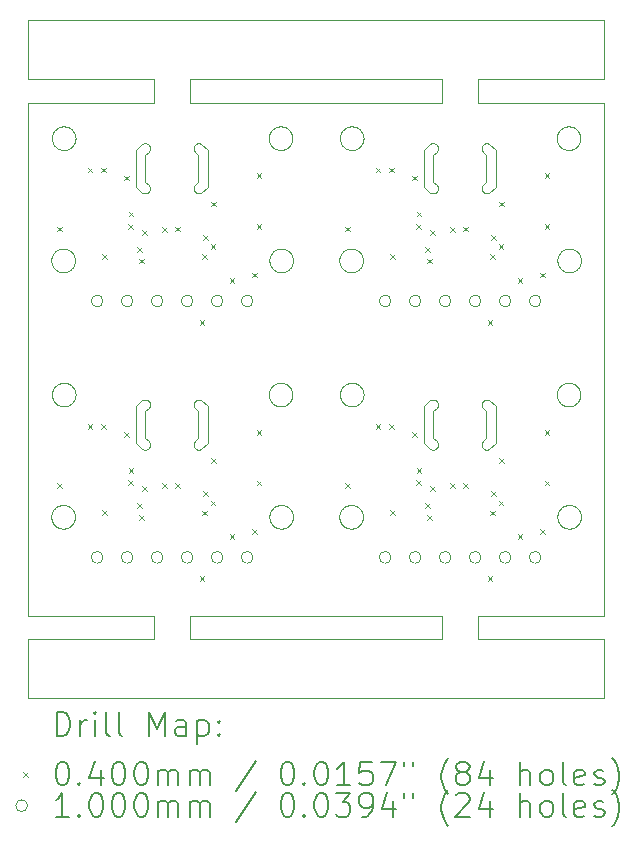
<source format=gbr>
%TF.GenerationSoftware,KiCad,Pcbnew,7.0.2-6a45011f42~172~ubuntu22.04.1*%
%TF.CreationDate,2023-07-04T10:01:22-03:00*%
%TF.ProjectId,TMP117_custom_board_panelize,544d5031-3137-45f6-9375-73746f6d5f62,rev?*%
%TF.SameCoordinates,Original*%
%TF.FileFunction,Drillmap*%
%TF.FilePolarity,Positive*%
%FSLAX45Y45*%
G04 Gerber Fmt 4.5, Leading zero omitted, Abs format (unit mm)*
G04 Created by KiCad (PCBNEW 7.0.2-6a45011f42~172~ubuntu22.04.1) date 2023-07-04 10:01:22*
%MOMM*%
%LPD*%
G01*
G04 APERTURE LIST*
%ADD10C,0.100000*%
%ADD11C,0.200000*%
%ADD12C,0.040000*%
G04 APERTURE END LIST*
D10*
X14504617Y-5258510D02*
X14500235Y-5256215D01*
X12806863Y-2964456D02*
X12808426Y-2969150D01*
X16931242Y-3954127D02*
X16935237Y-3951210D01*
X16897326Y-6235407D02*
X16895879Y-6230676D01*
X14646069Y-6165246D02*
X14647863Y-6169856D01*
X17050100Y-3076140D02*
X17046178Y-3079156D01*
X13822800Y-5620698D02*
X13820243Y-5617234D01*
X16887475Y-5176214D02*
X16887231Y-5171273D01*
X17091711Y-4023521D02*
X17092078Y-4028455D01*
X15061953Y-6149925D02*
X15064721Y-6145825D01*
X15051326Y-6172193D02*
X15053005Y-6167540D01*
X15832058Y-5211774D02*
X15834185Y-5211439D01*
X16938635Y-5256215D02*
X16934371Y-5253707D01*
X13424564Y-5218003D02*
X13428042Y-5220540D01*
X14518696Y-4127036D02*
X14514108Y-4125185D01*
X12411600Y-7740800D02*
X17288400Y-7740800D01*
X12789757Y-5104943D02*
X12792820Y-5108827D01*
X17037912Y-5082613D02*
X17042113Y-5085226D01*
X17020265Y-6299781D02*
X17015484Y-6301051D01*
X16889668Y-5146720D02*
X16890879Y-5141924D01*
X17047113Y-4116974D02*
X17042912Y-4119587D01*
X15169484Y-6301051D02*
X15164646Y-6302084D01*
X17038588Y-4121990D02*
X17034150Y-4124175D01*
X17091101Y-6218588D02*
X17090248Y-6223461D01*
X15879891Y-3409411D02*
X15880534Y-3411466D01*
X17015484Y-6106548D02*
X17020265Y-6107819D01*
X12740865Y-3094381D02*
X12736084Y-3095651D01*
X15169646Y-5070516D02*
X15174484Y-5071549D01*
X17034150Y-6294575D02*
X17029610Y-6296539D01*
X13432732Y-5224973D02*
X13435461Y-5228302D01*
X14651848Y-4053061D02*
X14650756Y-4057885D01*
X12631321Y-2940425D02*
X12634287Y-2936466D01*
X15876244Y-5615111D02*
X15873865Y-5618700D01*
X17010646Y-4131684D02*
X17005763Y-4132476D01*
X14457513Y-5127976D02*
X14459643Y-5123511D01*
X14451268Y-5190880D02*
X14450295Y-5186029D01*
X16254599Y-5269509D02*
X16253210Y-5265434D01*
X16887964Y-5156463D02*
X16888695Y-5151571D01*
X12806863Y-3032344D02*
X12805069Y-3036954D01*
X12668108Y-3941615D02*
X12672696Y-3939764D01*
X12806700Y-4048188D02*
X12805848Y-4053061D01*
X14619072Y-2927253D02*
X14622504Y-2930816D01*
X15236450Y-6160730D02*
X15238469Y-6165246D01*
X15238469Y-3994846D02*
X15240263Y-3999456D01*
X14537691Y-3097781D02*
X14532790Y-3097110D01*
X15881822Y-5258808D02*
X15881067Y-5263047D01*
X15154910Y-5268731D02*
X15149963Y-5268792D01*
X13867474Y-5213066D02*
X13871542Y-5214479D01*
X14462513Y-6162976D02*
X14464643Y-6158511D01*
X15106508Y-6295585D02*
X15102017Y-6293510D01*
X14478446Y-6138059D02*
X14481790Y-6134413D01*
X16971328Y-6301597D02*
X16966517Y-6300446D01*
X15873937Y-5568398D02*
X15876305Y-5571994D01*
X12659235Y-3945985D02*
X12663617Y-3943690D01*
X16966517Y-6107154D02*
X16971328Y-6106002D01*
X15880534Y-5581866D02*
X15881503Y-5586061D01*
X15879851Y-5607304D02*
X15878246Y-5611299D01*
X14528117Y-3936754D02*
X14532928Y-3935602D01*
X16894668Y-6225880D02*
X16893695Y-6221029D01*
X12668617Y-5258510D02*
X12664235Y-5256215D01*
X14509617Y-6293510D02*
X14505235Y-6291215D01*
X15236753Y-3050174D02*
X15234088Y-3054342D01*
X16976190Y-6302510D02*
X16971328Y-6301597D01*
X12620992Y-6154157D02*
X12623553Y-6149925D01*
X16903043Y-4078689D02*
X16900913Y-4074224D01*
X15250100Y-2983612D02*
X15250711Y-2988521D01*
X16291200Y-3368400D02*
X16291200Y-3138400D01*
X13420849Y-3460774D02*
X13416930Y-3462558D01*
X13816199Y-3407691D02*
X13817994Y-3403777D01*
X12659235Y-4120815D02*
X12654971Y-4118307D01*
X16264095Y-3053315D02*
X16265660Y-3051836D01*
X15251078Y-5173745D02*
X15250711Y-5178679D01*
X12745210Y-6111061D02*
X12749750Y-6113024D01*
X15125517Y-5072154D02*
X15130328Y-5071002D01*
X12668617Y-5079090D02*
X12673108Y-5077015D01*
X15159847Y-2898774D02*
X15164763Y-2899324D01*
X15130328Y-5266598D02*
X15125517Y-5265446D01*
X14514108Y-6295585D02*
X14509617Y-6293510D01*
X15053005Y-3997140D02*
X15054913Y-3992576D01*
X15880495Y-3071350D02*
X15881039Y-3073434D01*
X14641809Y-6251280D02*
X14639353Y-6255574D01*
X14456268Y-6225880D02*
X14455295Y-6221029D01*
X12749750Y-6294575D02*
X12745210Y-6296539D01*
X16961769Y-6299057D02*
X16957096Y-6297436D01*
X14453926Y-3030007D02*
X14452479Y-3025276D01*
X14641069Y-3036954D02*
X14641069Y-3036954D01*
X15229088Y-3977458D02*
X15231753Y-3981625D01*
X12793353Y-6255574D02*
X12790688Y-6259742D01*
X17020265Y-3937419D02*
X17024978Y-3938924D01*
X12745578Y-5074324D02*
X12750210Y-5076061D01*
X15224904Y-2930816D02*
X15228157Y-2934543D01*
X17019978Y-5074324D02*
X17024610Y-5076061D01*
X13404380Y-3040785D02*
X13408653Y-3041312D01*
X15053005Y-4069660D02*
X15051326Y-4065007D01*
X16255497Y-5236002D02*
X16257499Y-5232191D01*
X12740865Y-2902419D02*
X12745578Y-2903924D01*
X13844091Y-3464233D02*
X13840012Y-3462855D01*
X13408653Y-3464893D02*
X13404380Y-3465420D01*
X15250100Y-5183588D02*
X15249248Y-5188461D01*
X16251599Y-5594937D02*
X16251702Y-5590632D01*
X16943017Y-5079090D02*
X16947508Y-5077015D01*
X16371200Y-3098400D02*
X16371200Y-3408400D01*
X12664235Y-5256215D02*
X12659971Y-5253707D01*
X17090248Y-6223461D02*
X17089156Y-6228285D01*
X13830605Y-3049125D02*
X13834207Y-3046768D01*
X14646069Y-4071954D02*
X14644050Y-4076470D01*
X13819099Y-3061791D02*
X13820243Y-3059966D01*
X14552510Y-5068869D02*
X14557447Y-5069175D01*
X12740865Y-5072819D02*
X12745578Y-5074324D01*
X13875445Y-3045896D02*
X13879144Y-3048099D01*
X15178978Y-4127875D02*
X15174265Y-4129381D01*
X16966328Y-3096197D02*
X16961517Y-3095046D01*
X16990910Y-5268731D02*
X16985963Y-5268792D01*
X13442671Y-5583951D02*
X13443103Y-5586061D01*
X16990910Y-2898469D02*
X16995847Y-2898774D01*
X15115769Y-6108543D02*
X15120517Y-6107154D01*
X15877289Y-5233771D02*
X15879095Y-5237679D01*
X17075088Y-6259742D02*
X17072220Y-6263773D01*
X12623553Y-6149925D02*
X12626321Y-6145825D01*
X16915190Y-5099413D02*
X16918709Y-5095937D01*
X16254644Y-3439221D02*
X16253892Y-3437203D01*
X16282491Y-3464233D02*
X16278412Y-3462855D01*
X15876244Y-3444711D02*
X15873865Y-3448300D01*
X12811700Y-5154012D02*
X12812311Y-5158921D01*
X16315722Y-5630249D02*
X16311916Y-5632262D01*
X13395785Y-3041039D02*
X13400076Y-3040693D01*
X17084469Y-6242354D02*
X17082450Y-6246870D01*
X16895913Y-2957576D02*
X16898043Y-2953111D01*
X13873516Y-5632262D02*
X13869526Y-5633879D01*
X13817994Y-3103023D02*
X13817047Y-3101089D01*
X17087200Y-5168800D02*
X17087078Y-5173745D01*
X14639050Y-5125730D02*
X14641069Y-5130246D01*
X12759188Y-2909810D02*
X12763512Y-2912213D01*
X14562447Y-3933774D02*
X14567363Y-3934324D01*
X16905392Y-6253442D02*
X16903043Y-6249089D01*
X15192588Y-6292390D02*
X15188150Y-6294575D01*
X17042912Y-6117613D02*
X17047113Y-6120226D01*
X12628553Y-2944525D02*
X12631321Y-2940425D01*
X15086396Y-3074561D02*
X15082709Y-3071263D01*
X16916846Y-6269541D02*
X16913687Y-6265734D01*
X12771778Y-5249556D02*
X12767713Y-5252374D01*
X12701691Y-2899019D02*
X12706620Y-2898591D01*
X12701620Y-3933591D02*
X12706563Y-3933408D01*
X12801863Y-3999456D02*
X12803426Y-4004150D01*
X12623643Y-5214089D02*
X12621513Y-5209624D01*
X15094237Y-2916210D02*
X15098371Y-2913493D01*
X17042113Y-2914826D02*
X17046178Y-2917644D01*
X15882144Y-5594637D02*
X15881811Y-5598930D01*
X12696691Y-6104419D02*
X12701620Y-6103991D01*
X14572246Y-6302084D02*
X14567363Y-6302876D01*
X14518696Y-6297436D02*
X14514108Y-6295585D01*
X12812311Y-5178679D02*
X12811700Y-5183588D01*
X12646842Y-6283072D02*
X12642996Y-6279961D01*
X13443426Y-3417790D02*
X13443748Y-3422084D01*
X15231753Y-6255574D02*
X15229088Y-6259742D01*
X15085242Y-3954127D02*
X15089237Y-3951210D01*
X15919200Y-2700000D02*
X14850000Y-2700000D01*
X17015265Y-2902419D02*
X17019978Y-2903924D01*
X12807311Y-6213679D02*
X12806700Y-6218588D01*
X14639050Y-2955330D02*
X14641069Y-2959846D01*
X13932800Y-5268800D02*
X13932800Y-5578800D01*
X17082826Y-5198050D02*
X17082826Y-5198050D01*
X17288400Y-7740800D02*
X17288400Y-7240800D01*
X17062472Y-4104547D02*
X17058868Y-4107935D01*
X14476790Y-2929013D02*
X14480309Y-2925537D01*
X15842544Y-3368099D02*
X15869734Y-3393099D01*
X13814299Y-5603466D02*
X13813532Y-5599229D01*
X17087826Y-6233050D02*
X17086263Y-6237744D01*
X13871542Y-3462721D02*
X13869526Y-3463479D01*
X15224904Y-5236384D02*
X15221472Y-5239947D01*
X13443748Y-3422084D02*
X13443744Y-3424237D01*
X13813199Y-3424537D02*
X13813302Y-3420232D01*
X14636809Y-2950920D02*
X14639050Y-2955330D01*
X14458926Y-6172193D02*
X14460605Y-6167540D01*
X17029150Y-3089175D02*
X17024610Y-3091139D01*
X13443103Y-5586061D02*
X13443641Y-5590333D01*
X15234088Y-5224742D02*
X15231220Y-5228773D01*
X14518369Y-5264057D02*
X14513696Y-5262436D01*
X13383427Y-3044637D02*
X13385402Y-3043779D01*
X13443632Y-5596788D02*
X13443081Y-5601058D01*
X17019978Y-2903924D02*
X17024610Y-2905661D01*
X14460605Y-3997140D02*
X14462513Y-3992576D01*
X12637446Y-5103059D02*
X12640790Y-5099413D01*
X17084156Y-3022885D02*
X17082826Y-3027650D01*
X15107017Y-5079090D02*
X15111508Y-5077015D01*
X16284578Y-3464765D02*
X16282491Y-3464233D01*
X15871136Y-3451630D02*
X15868083Y-3454666D01*
X15093371Y-6118893D02*
X15097635Y-6116385D01*
X14651848Y-4013739D02*
X14652700Y-4018612D01*
X17086263Y-6169856D02*
X17087826Y-6174550D01*
X16257438Y-5275306D02*
X16255447Y-5271489D01*
X12608075Y-4040814D02*
X12607830Y-4035873D01*
X16251596Y-5254817D02*
X16251711Y-5250513D01*
X13389469Y-5212767D02*
X13391551Y-5212217D01*
X12726363Y-2899324D02*
X12731246Y-2900116D01*
X12800069Y-3994846D02*
X12801863Y-3999456D01*
X12672696Y-6297436D02*
X12668108Y-6295585D01*
X13815492Y-3069597D02*
X13817097Y-3065602D01*
X12610268Y-4055480D02*
X12609295Y-4050629D01*
X15107017Y-5258510D02*
X15102635Y-5256215D01*
X14454075Y-6211214D02*
X14453830Y-6206273D01*
X12810848Y-5149139D02*
X12811700Y-5154012D01*
X15855330Y-3462558D02*
X15851251Y-3463936D01*
X16908687Y-3060334D02*
X16905721Y-3056375D01*
X12647996Y-5092639D02*
X12651842Y-5089527D01*
X14607778Y-5249556D02*
X14603713Y-5252374D01*
X15054879Y-5195676D02*
X15053668Y-5190880D01*
X15246200Y-4033400D02*
X15246078Y-4038345D01*
X12783072Y-3069547D02*
X12779467Y-3072935D01*
X15249248Y-5188461D02*
X15248156Y-5193285D01*
X14595750Y-6113024D02*
X14600188Y-6115210D01*
X15221472Y-5239947D02*
X15217867Y-5243335D01*
X17091711Y-4043279D02*
X17091101Y-4048188D01*
X16307926Y-5633879D02*
X16303792Y-5635083D01*
X17086101Y-5183588D02*
X17085248Y-5188461D01*
X16920190Y-6273187D02*
X16916846Y-6269541D01*
X16888695Y-5151571D02*
X16889668Y-5146720D01*
X15077709Y-6130937D02*
X15081396Y-6127639D01*
X13863285Y-3465126D02*
X13859017Y-3465689D01*
X12810848Y-5188461D02*
X12809756Y-5193285D01*
X17058868Y-3958865D02*
X17062472Y-3962253D01*
X14595750Y-3942624D02*
X14600188Y-3944810D01*
X17077450Y-2955330D02*
X17079469Y-2959846D01*
X13442644Y-3432767D02*
X13441451Y-3436904D01*
X12798353Y-2946625D02*
X12800809Y-2950920D01*
X16253892Y-3437203D02*
X16253243Y-3435149D01*
X16935237Y-6285990D02*
X16931242Y-6283072D01*
X16898043Y-5214089D02*
X16895913Y-5209624D01*
X14475287Y-6141866D02*
X14478446Y-6138059D01*
X14581865Y-3937419D02*
X14586578Y-3938924D01*
X12789757Y-2934543D02*
X12792820Y-2938427D01*
X13438893Y-5613230D02*
X13436700Y-5616936D01*
X16943635Y-3945985D02*
X16948017Y-3943690D01*
X15838475Y-5635911D02*
X15834183Y-5635566D01*
X17033588Y-2909810D02*
X17037912Y-2912213D01*
X12610268Y-4011320D02*
X12611479Y-4006524D01*
X12654971Y-6288707D02*
X12650837Y-6285990D01*
X12663617Y-3943690D02*
X12668108Y-3941615D01*
X13813199Y-5594937D02*
X13813302Y-5590632D01*
X12792820Y-2938427D02*
X12795688Y-2942458D01*
X13828898Y-5626762D02*
X13827260Y-5625364D01*
X14475287Y-6265734D02*
X14472321Y-6261775D01*
X15159763Y-3934324D02*
X15164646Y-3935116D01*
X15882144Y-3424237D02*
X15881811Y-3428530D01*
X12621513Y-3039224D02*
X12619605Y-3034660D01*
X13854713Y-3465817D02*
X13852562Y-3465717D01*
X14481790Y-6273187D02*
X14478446Y-6269541D01*
X13416930Y-5632958D02*
X13412851Y-5634336D01*
X13813532Y-5599229D02*
X13813311Y-5597087D01*
X17092078Y-6208745D02*
X17091711Y-6213679D01*
X16887964Y-3010737D02*
X16887475Y-3005814D01*
X16990910Y-3098331D02*
X16985963Y-3098392D01*
X16966517Y-6300446D02*
X16961769Y-6299057D01*
X17070088Y-2942458D02*
X17072754Y-2946625D01*
X13838030Y-5215187D02*
X13842034Y-5213604D01*
X15250711Y-5158921D02*
X15251078Y-5163855D01*
X13817994Y-3403777D02*
X13820177Y-3400066D01*
X15051964Y-5156463D02*
X15052695Y-5151571D01*
X16890879Y-5141924D02*
X16892326Y-5137193D01*
X16976190Y-4132110D02*
X16971328Y-4131197D01*
X14572246Y-3935116D02*
X14577084Y-3936148D01*
X17086711Y-3008279D02*
X17086101Y-3013188D01*
X15125517Y-2901754D02*
X15130328Y-2900602D01*
X13400075Y-3465511D02*
X13395783Y-3465166D01*
X15241450Y-5211870D02*
X15239209Y-5216280D01*
X14567246Y-5070516D02*
X14572084Y-5071549D01*
X16956769Y-5073543D02*
X16961517Y-5072154D01*
X12812311Y-2988521D02*
X12812678Y-2993455D01*
X15089237Y-6121610D02*
X15093371Y-6118893D01*
X15193150Y-5259575D02*
X15188610Y-5261539D01*
X15169484Y-3936148D02*
X15174265Y-3937419D01*
X12673108Y-5077015D02*
X12677696Y-5075164D01*
X12721447Y-5268425D02*
X12716510Y-5268731D01*
X15239209Y-3045880D02*
X15236753Y-3050174D01*
X12805069Y-5130246D02*
X12806863Y-5134856D01*
X17081263Y-3032344D02*
X17079469Y-3036954D01*
X12808426Y-2969150D02*
X12809756Y-2973914D01*
X17080209Y-6251280D02*
X17077754Y-6255574D01*
X12706620Y-2898591D02*
X12711563Y-2898408D01*
X12795809Y-4080880D02*
X12793353Y-4085174D01*
X15149910Y-6303731D02*
X15144963Y-6303792D01*
X14547563Y-3098392D02*
X14542620Y-3098209D01*
X15183610Y-6111061D02*
X15188150Y-6113024D01*
X17047113Y-6120226D02*
X17051178Y-6123044D01*
X14500235Y-2910985D02*
X14504617Y-2908690D01*
X14464553Y-5222675D02*
X14461992Y-5218443D01*
X16264010Y-5283800D02*
X16261124Y-5280605D01*
X15064721Y-6261775D02*
X15061953Y-6257675D01*
X12642996Y-3957239D02*
X12646842Y-3954127D01*
X16899005Y-6240060D02*
X16897326Y-6235407D01*
X15047695Y-4050629D02*
X15046964Y-4045737D01*
X12663617Y-6114090D02*
X12668108Y-6112015D01*
X12625992Y-3048042D02*
X12623643Y-3043689D01*
X16981020Y-2898591D02*
X16985963Y-2898408D01*
X12609295Y-4016170D02*
X12610268Y-4011320D01*
X14505235Y-4120815D02*
X14500971Y-4118307D01*
X12812678Y-5163855D02*
X12812800Y-5168800D01*
X15832056Y-3464830D02*
X15827867Y-3463837D01*
X12812311Y-3008279D02*
X12811700Y-3013188D01*
X15046964Y-6216137D02*
X15046475Y-6211214D01*
X15046230Y-6201326D02*
X15046475Y-6196386D01*
X16252241Y-5261239D02*
X16251702Y-5256968D01*
X12807678Y-4038345D02*
X12807311Y-4043279D01*
X13435534Y-3108198D02*
X13434217Y-3109902D01*
X17079469Y-3036954D02*
X17077450Y-3041470D01*
X14455605Y-5132540D02*
X14457513Y-5127976D01*
X12659235Y-6116385D02*
X12663617Y-6114090D01*
X15221472Y-3069547D02*
X15217867Y-3072935D01*
X14646848Y-5149139D02*
X14647700Y-5154012D01*
X14616700Y-6126059D02*
X14620467Y-6129265D01*
X15821827Y-5215037D02*
X15825817Y-5213421D01*
X15201912Y-5254987D02*
X15197588Y-5257390D01*
X14459643Y-2953111D02*
X14461992Y-2948757D01*
X15216472Y-6274947D02*
X15212867Y-6278335D01*
X17042912Y-3947213D02*
X17047113Y-3949826D01*
X14646848Y-2978739D02*
X14647700Y-2983612D01*
X17087826Y-6174550D02*
X17089156Y-6179314D01*
X14454075Y-6196386D02*
X14454564Y-6191463D01*
X14449564Y-5181137D02*
X14449075Y-5176214D01*
X15869644Y-3053017D02*
X15872539Y-3056203D01*
X15183978Y-3092875D02*
X15179265Y-3094381D01*
X15144963Y-6303792D02*
X15140020Y-6303609D01*
X15169646Y-5267084D02*
X15164763Y-5267876D01*
X14466992Y-4083042D02*
X14464643Y-4078689D01*
X13442129Y-5265132D02*
X13440740Y-5269207D01*
X15164646Y-6105516D02*
X15169484Y-6106548D01*
X14542691Y-6104419D02*
X14547620Y-6103991D01*
X16255447Y-5271489D02*
X16254599Y-5269509D01*
X13848289Y-5635590D02*
X13846178Y-5635165D01*
X13932800Y-3098400D02*
X13932800Y-3408400D01*
X17064157Y-5232657D02*
X17060905Y-5236384D01*
X14542620Y-5068991D02*
X14547563Y-5068808D01*
X13395785Y-5211439D02*
X13400076Y-5211094D01*
X14607778Y-3079156D02*
X14603713Y-3081974D01*
X16985963Y-5068808D02*
X16990910Y-5068869D01*
X15135190Y-5267510D02*
X15130328Y-5266598D01*
X15243469Y-3036954D02*
X15241450Y-3041470D01*
X14639353Y-6255574D02*
X14636688Y-6259742D01*
X14616700Y-6281540D02*
X14612778Y-6284556D01*
X12613075Y-5161386D02*
X12613564Y-5156463D01*
X14461992Y-2948757D02*
X14464553Y-2944525D01*
X15872620Y-3396294D02*
X15873937Y-3397998D01*
X16265660Y-3454964D02*
X16264095Y-3453485D01*
X14476790Y-3067787D02*
X14473446Y-3064141D01*
X14492842Y-3954127D02*
X14496837Y-3951210D01*
X14458926Y-4001793D02*
X14460605Y-3997140D01*
X14577084Y-6301051D02*
X14572246Y-6302084D01*
X16934371Y-2913493D02*
X16938635Y-2910985D01*
X15057043Y-6158511D02*
X15059392Y-6154157D01*
X14646069Y-4071954D02*
X14646069Y-4071954D01*
X15825815Y-5633583D02*
X15821824Y-5631966D01*
X12726363Y-5069724D02*
X12731246Y-5070516D01*
X15183610Y-3940661D02*
X15188150Y-3942624D01*
X15879887Y-5267187D02*
X15878293Y-5271186D01*
X13440744Y-5577791D02*
X13441491Y-5579811D01*
X12745578Y-2903924D02*
X12750210Y-2905661D01*
X15048668Y-4055480D02*
X15047695Y-4050629D01*
X15093371Y-4118307D02*
X15089237Y-4115590D01*
X12620992Y-4083042D02*
X12618643Y-4078689D01*
X14552563Y-4133392D02*
X14547620Y-4133209D01*
X12634287Y-2936466D02*
X12637446Y-2932659D01*
X12635790Y-3964013D02*
X12639309Y-3960537D01*
X16905721Y-5226775D02*
X16902953Y-5222675D01*
X12754750Y-5259575D02*
X12750210Y-5261539D01*
X14449075Y-2990986D02*
X14449564Y-2986063D01*
X12804756Y-6179314D02*
X12805848Y-6184139D01*
X13842034Y-5633996D02*
X13840012Y-5633255D01*
X15053668Y-5190880D02*
X15052695Y-5186029D01*
X14636809Y-3045880D02*
X14634353Y-3050174D01*
X15093371Y-6288707D02*
X15089237Y-6285990D01*
X14591210Y-3940661D02*
X14595750Y-3942624D01*
X14461992Y-5119157D02*
X14464553Y-5114925D01*
X15051230Y-3000873D02*
X15051230Y-2995926D01*
X12812678Y-3003345D02*
X12812311Y-3008279D01*
X16258577Y-3400066D02*
X16261124Y-3396595D01*
X15847053Y-5635293D02*
X15842780Y-5635820D01*
X15070846Y-6269541D02*
X15067687Y-6265734D01*
X15862964Y-3047602D02*
X15866442Y-3050140D01*
X15074190Y-6134413D02*
X15077709Y-6130937D01*
X13393656Y-3464830D02*
X13391549Y-3464387D01*
X17072220Y-6263773D02*
X17069157Y-6267657D01*
X15212867Y-3958865D02*
X15216472Y-3962253D01*
X12808426Y-5139550D02*
X12809756Y-5144315D01*
X16910721Y-6261775D02*
X16907953Y-6257675D01*
X13863285Y-5212074D02*
X13867474Y-5213066D01*
X12619605Y-5132540D02*
X12621513Y-5127976D01*
X14464553Y-2944525D02*
X14467321Y-2940425D01*
X15787544Y-5603499D02*
X15762544Y-5578499D01*
X15249248Y-5149139D02*
X15250100Y-5154012D01*
X12644309Y-5241663D02*
X12640790Y-5238187D01*
X12800809Y-5216280D02*
X12798353Y-5220574D01*
X14622504Y-5236384D02*
X14619072Y-5239947D01*
X17050100Y-5091059D02*
X17053868Y-5094265D01*
X16976190Y-6105090D02*
X16981091Y-6104419D01*
X13412851Y-3463936D02*
X13408653Y-3464893D01*
X15240263Y-6237744D02*
X15238469Y-6242354D01*
X17055100Y-4111140D02*
X17051178Y-4114156D01*
X15847053Y-3041312D02*
X15851250Y-3042269D01*
X12632446Y-6269541D02*
X12629287Y-6265734D01*
X17092078Y-6198855D02*
X17092200Y-6203800D01*
X15762544Y-5578499D02*
X15762544Y-5268499D01*
X16990963Y-3933408D02*
X16995910Y-3933469D01*
X12805848Y-4053061D02*
X12804756Y-4057885D01*
X15859247Y-5215831D02*
X15862964Y-5218003D01*
X16905721Y-5110825D02*
X16908687Y-5106866D01*
X13408653Y-3041312D02*
X13412850Y-3042269D01*
X16290962Y-3465717D02*
X16290962Y-3465717D01*
X13780800Y-2500000D02*
X15919200Y-2500000D01*
X12635790Y-6134413D02*
X12639309Y-6130937D01*
X15106508Y-6112015D02*
X15111096Y-6110164D01*
X12687117Y-5265446D02*
X12682369Y-5264057D01*
X12807678Y-6208745D02*
X12807311Y-6213679D01*
X12795809Y-6251280D02*
X12793353Y-6255574D01*
X13443740Y-5252362D02*
X13443743Y-5254515D01*
X15201912Y-5082613D02*
X15206113Y-5085226D01*
X17055100Y-6126059D02*
X17058868Y-6129265D01*
X16943635Y-6116385D02*
X16948017Y-6114090D01*
X14644050Y-4076470D02*
X14641809Y-4080880D01*
X12740578Y-6109324D02*
X12745210Y-6111061D01*
X15053668Y-5146720D02*
X15054879Y-5141924D01*
X14653311Y-6213679D02*
X14652700Y-6218588D01*
X13842034Y-5213604D02*
X13844091Y-5212967D01*
X15116096Y-2904764D02*
X15120769Y-2903143D01*
X16903043Y-6249089D02*
X16900913Y-6244624D01*
X15851250Y-5212669D02*
X15855329Y-5214047D01*
X15881039Y-5243834D02*
X15881806Y-5248070D01*
X14478446Y-3967659D02*
X14481790Y-3964013D01*
X14500235Y-3085815D02*
X14495971Y-3083307D01*
X16297417Y-5636089D02*
X16297417Y-5636089D01*
X15245711Y-6213679D02*
X15245100Y-6218588D01*
X13441447Y-3069297D02*
X13442639Y-3073434D01*
X15250100Y-3013188D02*
X15249248Y-3018061D01*
X14449075Y-3005814D02*
X14448830Y-3000873D01*
X17067220Y-3058373D02*
X17064157Y-3062257D01*
X15149910Y-6103869D02*
X15154847Y-6104174D01*
X15234088Y-5112858D02*
X15236753Y-5117026D01*
X14449075Y-5161386D02*
X14449564Y-5156463D01*
X14644426Y-5139550D02*
X14645756Y-5144315D01*
X13822724Y-3110205D02*
X13820177Y-3106734D01*
X16272607Y-3046768D02*
X16276430Y-3044787D01*
X12775700Y-5246541D02*
X12771778Y-5249556D01*
X14639353Y-3981625D02*
X14641809Y-3985920D01*
X15054913Y-6162976D02*
X15057043Y-6158511D01*
X13431334Y-5563499D02*
X13434220Y-5566694D01*
X15201113Y-6120226D02*
X15205178Y-6123044D01*
X15842780Y-3040785D02*
X15847053Y-3041312D01*
X16961517Y-2901754D02*
X16966328Y-2900602D01*
X14562363Y-2899324D02*
X14567246Y-2900116D01*
X12654971Y-4118307D02*
X12650837Y-4115590D01*
X15056326Y-5137193D02*
X15058005Y-5132540D01*
X17057472Y-5239947D02*
X17053868Y-5243335D01*
X13879144Y-3048099D02*
X13932800Y-3098400D01*
X12754188Y-3944810D02*
X12758512Y-3947213D01*
X12803050Y-2955330D02*
X12805069Y-2959846D01*
X13424566Y-3458601D02*
X13420849Y-3460774D01*
X16952096Y-2904764D02*
X16956769Y-2903143D01*
X15062043Y-5123511D02*
X15064392Y-5119157D01*
X15201912Y-3084587D02*
X15197588Y-3086990D01*
X14504617Y-3088110D02*
X14500235Y-3085815D01*
X14460605Y-6167540D02*
X14462513Y-6162976D01*
X15241826Y-6174550D02*
X15243156Y-6179314D01*
X14599512Y-5254987D02*
X14595188Y-5257390D01*
X13827260Y-3454964D02*
X13824207Y-3451928D01*
X15862966Y-5629001D02*
X15859249Y-5631174D01*
X12651842Y-5089527D02*
X12655837Y-5086610D01*
X17065905Y-4100984D02*
X17062472Y-4104547D01*
X16290962Y-3041083D02*
X16295266Y-3040992D01*
X16371200Y-3408400D02*
X16317544Y-3458701D01*
X13813517Y-3418090D02*
X13814272Y-3413851D01*
X12726363Y-3097476D02*
X12721447Y-3098025D01*
X12798050Y-6160730D02*
X12800069Y-6165246D01*
X15107017Y-2908690D02*
X15111508Y-2906615D01*
X15206113Y-3081974D02*
X15201912Y-3084587D01*
X13852562Y-3465717D02*
X13852562Y-3465717D01*
X14642863Y-5134856D02*
X14644426Y-5139550D01*
X12686928Y-6106002D02*
X12691790Y-6105090D01*
X13817994Y-5273423D02*
X13817047Y-5271489D01*
X12800809Y-2950920D02*
X12803050Y-2955330D01*
X17077450Y-5125730D02*
X17079469Y-5130246D01*
X16893695Y-4050629D02*
X16892964Y-4045737D01*
X16930237Y-3080590D02*
X16926242Y-3077672D01*
X12691790Y-3934690D02*
X12696691Y-3934019D01*
X12608075Y-4025986D02*
X12608564Y-4021063D01*
X14452479Y-5141924D02*
X14453926Y-5137193D01*
X16930237Y-2916210D02*
X16934371Y-2913493D01*
X15111096Y-6297436D02*
X15106508Y-6295585D01*
X14562447Y-6303425D02*
X14557510Y-6303731D01*
X16251711Y-3080113D02*
X16252262Y-3075843D01*
X15144963Y-3933408D02*
X15149910Y-3933469D01*
X12642996Y-6279961D02*
X12639309Y-6276663D01*
X17091711Y-6213679D02*
X17091101Y-6218588D01*
X14567363Y-3934324D02*
X14572246Y-3935116D01*
X17019978Y-5263276D02*
X17015265Y-5264781D01*
X14567363Y-6302876D02*
X14562447Y-6303425D01*
X12767713Y-2914826D02*
X12771778Y-2917644D01*
X15075846Y-3064141D02*
X15072687Y-3060334D01*
X13443406Y-3077670D02*
X13443740Y-3081962D01*
X15847053Y-3464893D02*
X15842780Y-3465420D01*
X12686928Y-6301597D02*
X12682117Y-6300446D01*
X16282491Y-3042567D02*
X16286689Y-3041610D01*
X14644050Y-6246870D02*
X14641809Y-6251280D01*
X13443743Y-5254515D02*
X13443422Y-5258808D01*
X15196912Y-4119587D02*
X15192588Y-4121990D01*
X14457513Y-2957576D02*
X14459643Y-2953111D01*
X15818018Y-5629954D02*
X15816196Y-5628805D01*
X12711510Y-6303731D02*
X12706563Y-6303792D01*
X15834185Y-5211439D02*
X15838476Y-5211094D01*
X15116096Y-5262436D02*
X15111508Y-5260585D01*
X12608075Y-6211214D02*
X12607830Y-6206273D01*
X12807800Y-6203800D02*
X12807678Y-6208745D01*
X15842544Y-5538499D02*
X15869734Y-5563499D01*
X15214100Y-5091059D02*
X15217867Y-5094265D01*
X12651842Y-3077672D02*
X12647996Y-3074561D01*
X12611479Y-4006524D02*
X12612926Y-4001793D01*
X17015265Y-5264781D02*
X17010484Y-5266051D01*
X12784757Y-6139943D02*
X12787820Y-6143827D01*
X12811700Y-3013188D02*
X12810848Y-3018061D01*
X15046475Y-6196386D02*
X15046964Y-6191463D01*
X12664235Y-2910985D02*
X12668617Y-2908690D01*
X14457479Y-6176924D02*
X14458926Y-6172193D01*
X12766778Y-6123044D02*
X12770700Y-6126059D01*
X12612926Y-6235407D02*
X12611479Y-6230676D01*
X14509108Y-5260585D02*
X14504617Y-5258510D01*
X13442639Y-5243834D02*
X13443406Y-5248070D01*
X15097635Y-6291215D02*
X15093371Y-6288707D01*
X17091101Y-4048188D02*
X17090248Y-4053061D01*
X15827869Y-3042367D02*
X15832058Y-3041374D01*
X16253892Y-5239997D02*
X16255497Y-5236002D01*
X16981091Y-4132781D02*
X16976190Y-4132110D01*
X15217867Y-5094265D02*
X15221472Y-5097653D01*
X12766778Y-6284556D02*
X12762713Y-6287374D01*
X16900913Y-6244624D02*
X16899005Y-6240060D01*
X16981091Y-6303181D02*
X16976190Y-6302510D01*
X14591210Y-6296539D02*
X14586578Y-6298275D01*
X14475287Y-4095334D02*
X14472321Y-4091375D01*
X13324144Y-3098099D02*
X13377800Y-3047798D01*
X14653311Y-4043279D02*
X14652700Y-4048188D01*
X13383424Y-3461566D02*
X13381496Y-3460608D01*
X15872539Y-3056203D02*
X15875096Y-3059667D01*
X14481790Y-4102787D02*
X14478446Y-4099141D01*
X14552510Y-2898469D02*
X14557447Y-2898774D01*
X12629287Y-4095334D02*
X12626321Y-4091375D01*
X14631688Y-5112858D02*
X14634353Y-5117026D01*
X17075209Y-3045880D02*
X17072754Y-3050174D01*
X13816199Y-5269509D02*
X13814810Y-5265434D01*
X16908687Y-5106866D02*
X16911846Y-5103059D01*
X14453830Y-4030926D02*
X14454075Y-4025986D01*
X16286689Y-5635590D02*
X16284578Y-5635165D01*
X14456268Y-4055480D02*
X14455295Y-4050629D01*
X12731084Y-6301051D02*
X12726246Y-6302084D01*
X15164763Y-2899324D02*
X15169646Y-2900116D01*
X15059913Y-5127976D02*
X15062043Y-5123511D01*
X15866442Y-3050140D02*
X15869644Y-3053017D01*
X14576865Y-5072819D02*
X14581578Y-5074324D01*
X17062472Y-3962253D02*
X17065905Y-3965816D01*
X12701620Y-6303609D02*
X12696691Y-6303181D01*
X15052695Y-3015629D02*
X15051964Y-3010737D01*
X14466992Y-3983757D02*
X14469553Y-3979525D01*
X13813517Y-5588490D02*
X13814272Y-5584251D01*
X13393658Y-3041374D02*
X13395785Y-3041039D01*
X14648800Y-5168800D02*
X14648678Y-5173745D01*
X14630757Y-4097257D02*
X14627504Y-4100984D01*
X13443103Y-3415661D02*
X13443426Y-3417790D01*
X14604512Y-6117613D02*
X14608713Y-6120226D01*
X14487842Y-2919127D02*
X14491837Y-2916210D01*
X12795688Y-5224742D02*
X12792820Y-5228773D01*
X16922396Y-2922239D02*
X16926242Y-2919127D01*
X16261124Y-3110205D02*
X16258577Y-3106734D01*
X15097635Y-4120815D02*
X15093371Y-4118307D01*
X15197588Y-3086990D02*
X15193150Y-3089175D01*
X17019978Y-3092875D02*
X17015265Y-3094381D01*
X17038588Y-3944810D02*
X17042912Y-3947213D01*
X16888695Y-3015629D02*
X16887964Y-3010737D01*
X15787544Y-3433099D02*
X15762544Y-3408099D01*
X13377800Y-5218198D02*
X13379621Y-5217050D01*
X14500971Y-3948493D02*
X14505235Y-3945985D01*
X14652700Y-4048188D02*
X14651848Y-4053061D01*
X16934371Y-5083893D02*
X16938635Y-5081385D01*
X15125328Y-3935602D02*
X15130190Y-3934690D01*
X12647996Y-5244961D02*
X12644309Y-5241663D01*
X14513696Y-2904764D02*
X14518369Y-2903143D01*
X14567363Y-6104724D02*
X14572246Y-6105516D01*
X15062043Y-5214089D02*
X15059913Y-5209624D01*
X12614295Y-2981170D02*
X12615268Y-2976320D01*
X15169484Y-4130651D02*
X15164646Y-4131684D01*
X14514108Y-3941615D02*
X14518696Y-3939764D01*
X17046178Y-3079156D02*
X17042113Y-3081974D01*
X17092200Y-6203800D02*
X17092078Y-6208745D01*
X15054879Y-5141924D02*
X15056326Y-5137193D01*
X15046964Y-4045737D02*
X15046475Y-4040814D01*
X12711563Y-5068808D02*
X12716510Y-5068869D01*
X15145020Y-2898591D02*
X15149963Y-2898408D01*
X12786504Y-5101216D02*
X12789757Y-5104943D01*
X16305875Y-3464134D02*
X16301685Y-3465126D01*
X15061953Y-4087275D02*
X15059392Y-4083042D01*
X12616479Y-5195676D02*
X12615268Y-5190880D01*
X15248156Y-5193285D02*
X15246826Y-5198050D01*
X15881806Y-3077670D02*
X15882140Y-3081962D01*
X13428042Y-5220540D02*
X13429679Y-5221938D01*
X13815453Y-3097089D02*
X13814810Y-3095034D01*
X14581865Y-6107819D02*
X14586578Y-6109324D01*
X14523117Y-5072154D02*
X14527928Y-5071002D01*
X16943017Y-5258510D02*
X16938635Y-5256215D01*
X16301685Y-3465126D02*
X16297417Y-3465689D01*
X15879891Y-5579811D02*
X15880534Y-5581866D01*
X15111508Y-3090185D02*
X15107017Y-3088110D01*
X12784757Y-6267657D02*
X12781504Y-6271384D01*
X12770700Y-4111140D02*
X12766778Y-4114156D01*
X16934371Y-5253707D02*
X16930237Y-5250990D01*
X12701691Y-5268181D02*
X12696790Y-5267510D01*
X15878246Y-5611299D02*
X15876244Y-5615111D01*
X17051178Y-4114156D02*
X17047113Y-4116974D01*
X13813841Y-5261239D02*
X13813302Y-5256968D01*
X12810848Y-3018061D02*
X12809756Y-3022885D01*
X13435537Y-5568398D02*
X13436767Y-5570166D01*
X16907953Y-6257675D02*
X16905392Y-6253442D01*
X15196912Y-6289987D02*
X15192588Y-6292390D01*
X16922396Y-5092639D02*
X16926242Y-5089527D01*
X13442100Y-5605251D02*
X13440699Y-5609322D01*
X17015484Y-6301051D02*
X17010646Y-6302084D01*
X16961769Y-3938143D02*
X16966517Y-3936754D01*
X14448830Y-5166327D02*
X14449075Y-5161386D01*
X14514108Y-4125185D02*
X14509617Y-4123110D01*
X16313845Y-3460904D02*
X16309942Y-3462721D01*
X15224904Y-3065984D02*
X15221472Y-3069547D01*
X12642996Y-4109561D02*
X12639309Y-4106263D01*
X12659235Y-6291215D02*
X12654971Y-6288707D01*
X12803050Y-3041470D02*
X12800809Y-3045880D01*
X16907953Y-4087275D02*
X16905392Y-4083042D01*
X14483996Y-5244961D02*
X14480309Y-5241663D01*
X15239209Y-5121320D02*
X15241450Y-5125730D01*
X12626321Y-4091375D02*
X12623553Y-4087275D01*
X12614605Y-4069660D02*
X12612926Y-4065007D01*
X12804756Y-6228285D02*
X12803426Y-6233050D01*
X13815492Y-5607603D02*
X13814299Y-5603466D01*
X13840012Y-5633255D02*
X13836094Y-5631471D01*
X15243156Y-6228285D02*
X15241826Y-6233050D01*
X13439893Y-3100786D02*
X13437902Y-3104603D01*
X13869526Y-3463479D02*
X13867475Y-3464134D01*
X15120517Y-6107154D02*
X15125328Y-6106002D01*
X14630757Y-6267657D02*
X14627504Y-6271384D01*
X13854713Y-5636217D02*
X13852562Y-5636117D01*
X17069157Y-3969543D02*
X17072220Y-3973427D01*
X15234209Y-6251280D02*
X15231753Y-6255574D01*
X15819896Y-3460608D02*
X15816196Y-3458405D01*
X15058005Y-2962140D02*
X15059913Y-2957576D01*
X15059392Y-4083042D02*
X15057043Y-4078689D01*
X12804756Y-4057885D02*
X12803426Y-4062650D01*
X14651848Y-6184139D02*
X14652700Y-6189012D01*
X15197588Y-2909810D02*
X15201912Y-2912213D01*
X12617926Y-2966793D02*
X12619605Y-2962140D01*
X16317544Y-5218499D02*
X16371200Y-5268800D01*
X14467321Y-3056375D02*
X14464553Y-3052275D01*
X16892231Y-6201326D02*
X16892475Y-6196386D01*
X16976091Y-5268181D02*
X16971190Y-5267510D01*
X14639353Y-6152025D02*
X14641809Y-6156320D01*
X12775700Y-3076140D02*
X12771778Y-3079156D01*
X15102017Y-3943690D02*
X15106508Y-3941615D01*
X16961769Y-4128657D02*
X16957096Y-4127036D01*
X17077450Y-3041470D02*
X17075209Y-3045880D01*
X14557510Y-4133331D02*
X14552563Y-4133392D01*
X12411600Y-2700000D02*
X12411600Y-4870400D01*
X12754750Y-3089175D02*
X12750210Y-3091139D01*
X12787820Y-4093373D02*
X12784757Y-4097257D01*
X12735865Y-4129381D02*
X12731084Y-4130651D01*
X17079469Y-5207354D02*
X17077450Y-5211870D01*
X15075846Y-2932659D02*
X15079190Y-2929013D01*
X14481790Y-6134413D02*
X14485309Y-6130937D01*
X17082826Y-2969150D02*
X17084156Y-2973914D01*
X15130328Y-2900602D02*
X15135190Y-2899690D01*
X14653311Y-6193921D02*
X14653678Y-6198855D01*
X15051475Y-3005814D02*
X15051230Y-3000873D01*
X16952096Y-5262436D02*
X16947508Y-5260585D01*
X12612830Y-2995926D02*
X12613075Y-2990986D01*
X15241826Y-4004150D02*
X15243156Y-4008914D01*
X15251078Y-2993455D02*
X15251200Y-2998400D01*
X13869526Y-5633879D02*
X13865392Y-5635083D01*
X12721363Y-6302876D02*
X12716447Y-6303425D01*
X16900913Y-6162976D02*
X16903043Y-6158511D01*
X16253243Y-5605549D02*
X16252262Y-5601357D01*
X13441491Y-5579811D02*
X13441491Y-5579811D01*
X12631321Y-5110825D02*
X12634287Y-5106866D01*
X16895879Y-4006524D02*
X16897326Y-4001793D01*
X15248156Y-2973914D02*
X15249248Y-2978739D01*
X12716447Y-3933774D02*
X12721363Y-3934324D01*
X15234088Y-3054342D02*
X15231220Y-3058373D01*
X15067687Y-6141866D02*
X15070846Y-6138059D01*
X14644426Y-5198050D02*
X14642863Y-5202744D01*
X17024610Y-2905661D02*
X17029150Y-2907624D01*
X12646842Y-6124527D02*
X12650837Y-6121610D01*
X17084469Y-4071954D02*
X17082450Y-4076470D01*
X17084156Y-5144315D02*
X17085248Y-5149139D01*
X16995910Y-3933469D02*
X17000847Y-3933774D01*
X12754188Y-4121990D02*
X12749750Y-4124175D01*
X12608564Y-4021063D02*
X12609295Y-4016170D01*
X14586210Y-3091139D02*
X14581578Y-3092875D01*
X14648311Y-2988521D02*
X14648678Y-2993455D01*
X12745210Y-4126139D02*
X12740578Y-4127875D01*
X13438893Y-3442830D02*
X13436700Y-3446536D01*
X14595750Y-4124175D02*
X14591210Y-4126139D01*
X13821477Y-3448598D02*
X13820243Y-3446834D01*
X13819038Y-5572294D02*
X13820177Y-5570466D01*
X12790688Y-6147858D02*
X12793353Y-6152025D01*
X14645756Y-2973914D02*
X14646848Y-2978739D01*
X15872539Y-5226603D02*
X15875096Y-5230067D01*
X12801863Y-4067344D02*
X12800069Y-4071954D01*
X12619605Y-2962140D02*
X12621513Y-2957576D01*
X15058005Y-5205060D02*
X15056326Y-5200407D01*
X14480309Y-2925537D02*
X14483996Y-2922239D01*
X17064157Y-2934543D02*
X17067220Y-2938427D01*
X15056326Y-5200407D02*
X15054879Y-5195676D01*
X12762713Y-4116974D02*
X12758512Y-4119587D01*
X14457479Y-4006524D02*
X14458926Y-4001793D01*
X15067687Y-6265734D02*
X15064721Y-6261775D01*
X16286689Y-5212010D02*
X16290962Y-5211483D01*
X12792820Y-5108827D02*
X12795688Y-5112858D01*
X13416929Y-3043647D02*
X13418910Y-3044489D01*
X16892964Y-6191463D02*
X16893695Y-6186570D01*
X15125517Y-3095046D02*
X15120769Y-3093657D01*
X16278412Y-5633255D02*
X16274494Y-5631471D01*
X12623553Y-6257675D02*
X12620992Y-6253442D01*
X14604512Y-4119587D02*
X14600188Y-4121990D01*
X14586210Y-2905661D02*
X14590750Y-2907624D01*
X14505235Y-6291215D02*
X14500971Y-6288707D01*
X13434143Y-5620400D02*
X13431248Y-5623587D01*
X16219200Y-2700000D02*
X16219200Y-2500000D01*
X16905721Y-3056375D02*
X16902953Y-3052275D01*
X13852562Y-5211483D02*
X13854713Y-5211383D01*
X15079190Y-3067787D02*
X15075846Y-3064141D01*
X16265660Y-5222236D02*
X16269005Y-5219526D01*
X15250711Y-3008279D02*
X15250100Y-3013188D01*
X13867475Y-3464134D02*
X13863285Y-3465126D01*
X12617926Y-5200407D02*
X12616479Y-5195676D01*
X14599512Y-3084587D02*
X14595188Y-3086990D01*
X17064157Y-5104943D02*
X17067220Y-5108827D01*
X14630757Y-6139943D02*
X14633820Y-6143827D01*
X15245263Y-2964456D02*
X15246826Y-2969150D01*
X12762713Y-3949826D02*
X12766778Y-3952644D01*
X15243156Y-6179314D02*
X15244248Y-6184139D01*
X12779467Y-5094265D02*
X12783072Y-5097653D01*
X14603713Y-2914826D02*
X14607778Y-2917644D01*
X16971190Y-5070090D02*
X16976091Y-5069419D01*
X12677696Y-2904764D02*
X12682369Y-2903143D01*
X14628820Y-5108827D02*
X14631688Y-5112858D01*
X13834207Y-3046768D02*
X13838030Y-3044787D01*
X12767713Y-5252374D02*
X12763512Y-5254987D01*
X12621513Y-5127976D02*
X12623643Y-5123511D01*
X17046178Y-5249556D02*
X17042113Y-5252374D01*
X15816196Y-3458405D02*
X15787544Y-3433099D01*
X13850419Y-3465508D02*
X13846178Y-3464765D01*
X12805069Y-2959846D02*
X12806863Y-2964456D01*
X14636688Y-4089342D02*
X14633820Y-4093373D01*
X15223157Y-6267657D02*
X15219904Y-6271384D01*
X16252241Y-3090839D02*
X16251702Y-3086568D01*
X16261124Y-5566995D02*
X16264010Y-5563800D01*
X15210178Y-5249556D02*
X15206113Y-5252374D01*
X15244248Y-4053061D02*
X15243156Y-4057885D01*
X14557447Y-2898774D02*
X14562363Y-2899324D01*
X15164763Y-5069724D02*
X15169646Y-5070516D01*
X17072754Y-2946625D02*
X17075209Y-2950920D01*
X12789757Y-3062257D02*
X12786504Y-3065984D01*
X12609295Y-6186570D02*
X12610268Y-6181720D01*
X17000847Y-6104174D02*
X17005763Y-6104724D01*
X12611479Y-6230676D02*
X12610268Y-6225880D01*
X12736084Y-2901148D02*
X12740865Y-2902419D01*
X17082450Y-3990330D02*
X17084469Y-3994846D01*
X14547620Y-6103991D02*
X14552563Y-6103808D01*
X16986020Y-6103991D02*
X16990963Y-6103808D01*
X12721447Y-5069175D02*
X12726363Y-5069724D01*
X12677369Y-3938143D02*
X12682117Y-3936754D01*
X17055100Y-3955659D02*
X17058868Y-3958865D01*
X17057472Y-5097653D02*
X17060905Y-5101216D01*
X14619072Y-3069547D02*
X14615467Y-3072935D01*
X13813311Y-3426687D02*
X13813199Y-3424537D01*
X15051964Y-2986063D02*
X15052695Y-2981170D01*
X12628553Y-3052275D02*
X12625992Y-3048042D01*
X15209100Y-6281540D02*
X15205178Y-6284556D01*
X16911846Y-5234541D02*
X16908687Y-5230734D01*
X15102635Y-2910985D02*
X15107017Y-2908690D01*
X17085248Y-5188461D02*
X17084156Y-5193285D01*
X14612778Y-6284556D02*
X14608713Y-6287374D01*
X17090248Y-4013739D02*
X17091101Y-4018612D01*
X13836094Y-5631471D02*
X13832376Y-5629299D01*
X16892964Y-4021063D02*
X16893695Y-4016170D01*
X13480800Y-2500000D02*
X13480800Y-2700000D01*
X14457479Y-4060276D02*
X14456268Y-4055480D01*
X16899005Y-4069660D02*
X16897326Y-4065007D01*
X16272607Y-5217168D02*
X16276430Y-5215187D01*
X13429679Y-3051538D02*
X13432732Y-3054573D01*
X15231753Y-4085174D02*
X15229088Y-4089342D01*
X12778072Y-3962253D02*
X12781504Y-3965816D01*
X15059392Y-6253442D02*
X15057043Y-6249089D01*
X14633820Y-3973427D02*
X14636688Y-3977458D01*
X12644309Y-2925537D02*
X12647996Y-2922239D01*
X17067220Y-5108827D02*
X17070088Y-5112858D01*
X16892964Y-6216137D02*
X16892475Y-6211214D01*
X13424566Y-5629001D02*
X13420849Y-5631174D01*
X12682117Y-6107154D02*
X12686928Y-6106002D01*
X14469553Y-6257675D02*
X14466992Y-6253442D01*
X17057472Y-3069547D02*
X17053868Y-3072935D01*
X15102017Y-6293510D02*
X15097635Y-6291215D01*
X16887475Y-5161386D02*
X16887964Y-5156463D01*
X14628820Y-2938427D02*
X14631688Y-2942458D01*
X15245100Y-4018612D02*
X15245711Y-4023521D01*
X15234088Y-2942458D02*
X15236753Y-2946625D01*
X13443422Y-3088408D02*
X13442667Y-3092647D01*
X16295266Y-3040992D02*
X16297417Y-3041111D01*
X16317544Y-3458701D02*
X16313845Y-3460904D01*
X13324144Y-5268499D02*
X13377800Y-5218198D01*
X12795809Y-3985920D02*
X12798050Y-3990330D01*
X15231220Y-2938427D02*
X15234088Y-2942458D01*
X17010484Y-5071549D02*
X17015265Y-5072819D01*
X12663617Y-4123110D02*
X12659235Y-4120815D01*
X12758512Y-4119587D02*
X12754188Y-4121990D01*
X12783072Y-2927253D02*
X12786504Y-2930816D01*
X16261200Y-5620698D02*
X16258643Y-5617234D01*
X16952508Y-3941615D02*
X16957096Y-3939764D01*
X12749750Y-4124175D02*
X12745210Y-4126139D01*
X15246078Y-6198855D02*
X15246200Y-6203800D01*
X14448830Y-3000873D02*
X14448830Y-2995926D01*
X17086711Y-2988521D02*
X17087078Y-2993455D01*
X12774467Y-6129265D02*
X12778072Y-6132653D01*
X15869734Y-5283499D02*
X15842544Y-5308499D01*
X12637446Y-2932659D02*
X12640790Y-2929013D01*
X13875445Y-5216296D02*
X13879144Y-5218499D01*
X14523369Y-4128657D02*
X14518696Y-4127036D01*
X13437902Y-3104603D02*
X13435534Y-3108198D01*
X14457479Y-6230676D02*
X14456268Y-6225880D01*
X14850000Y-7040800D02*
X14850000Y-7040800D01*
X13404380Y-3465420D02*
X13400075Y-3465511D01*
X16956769Y-2903143D02*
X16961517Y-2901754D01*
X15246826Y-5198050D02*
X15246826Y-5198050D01*
X15878297Y-3405411D02*
X15879891Y-3409411D01*
X15201912Y-2912213D02*
X15206113Y-2914826D01*
X13431334Y-3393099D02*
X13434220Y-3396294D01*
X14455295Y-4016170D02*
X14456268Y-4011320D01*
X15246200Y-6203800D02*
X15246078Y-6208745D01*
X14542620Y-3098209D02*
X14537691Y-3097781D01*
X13838030Y-3044787D02*
X13842034Y-3043204D01*
X14487842Y-5248073D02*
X14483996Y-5244961D01*
X16269005Y-3457674D02*
X16265660Y-3454964D01*
X17075209Y-5216280D02*
X17072754Y-5220574D01*
X14620467Y-6129265D02*
X14624072Y-6132653D01*
X13879144Y-5218499D02*
X13932800Y-5268800D01*
X15077709Y-3960537D02*
X15081396Y-3957239D01*
X15051230Y-5171273D02*
X15051230Y-5166327D01*
X16905721Y-2940425D02*
X16908687Y-2936466D01*
X14488996Y-3957239D02*
X14492842Y-3954127D01*
X17075088Y-4089342D02*
X17072220Y-4093373D01*
X12781504Y-4100984D02*
X12778072Y-4104547D01*
X13441451Y-3436904D02*
X13439846Y-3440899D01*
X12677696Y-5075164D02*
X12682369Y-5073543D01*
X15154910Y-5068869D02*
X15159847Y-5069175D01*
X15159763Y-6302876D02*
X15154847Y-6303425D01*
X15064721Y-3975425D02*
X15067687Y-3971466D01*
X13436767Y-3399766D02*
X13438949Y-3403477D01*
X16311916Y-5632262D02*
X16307926Y-5633879D01*
X14518369Y-3093657D02*
X14513696Y-3092036D01*
X16913687Y-3971466D02*
X16916846Y-3967659D01*
X13852800Y-5308800D02*
X13825610Y-5283800D01*
X15842780Y-5211185D02*
X15847053Y-5211712D01*
X15877289Y-3063371D02*
X15879095Y-3067279D01*
X14466992Y-6253442D02*
X14464643Y-6249089D01*
X13400076Y-3040693D02*
X13404380Y-3040785D01*
X16288819Y-3465508D02*
X16284578Y-3464765D01*
X17037912Y-3084587D02*
X17033588Y-3086990D01*
X17029150Y-5259575D02*
X17024610Y-5261539D01*
X14648311Y-5158921D02*
X14648678Y-5163855D01*
X14653678Y-6198855D02*
X14653800Y-6203800D01*
X17038588Y-6115210D02*
X17042912Y-6117613D01*
X14608713Y-6287374D02*
X14604512Y-6289987D01*
X16966328Y-5266598D02*
X16961517Y-5265446D01*
X17087826Y-4062650D02*
X17086263Y-4067344D01*
X15209100Y-6126059D02*
X15212867Y-6129265D01*
X16892326Y-3030007D02*
X16890879Y-3025276D01*
X12629287Y-6141866D02*
X12632446Y-6138059D01*
X12801863Y-6237744D02*
X12801863Y-6237744D01*
X13814299Y-5244134D02*
X13815492Y-5239997D01*
X16905392Y-3983757D02*
X16907953Y-3979525D01*
X15120769Y-3093657D02*
X15116096Y-3092036D01*
X15072687Y-3060334D02*
X15069721Y-3056375D01*
X17084156Y-2973914D02*
X17085248Y-2978739D01*
X14624072Y-6274947D02*
X14620467Y-6278335D01*
X15069721Y-3056375D02*
X15066953Y-3052275D01*
X16299558Y-5635862D02*
X16297417Y-5636089D01*
X12807678Y-6198855D02*
X12807800Y-6203800D01*
X14590750Y-3089175D02*
X14586210Y-3091139D01*
X15057043Y-3988111D02*
X15059392Y-3983757D01*
X15130328Y-5071002D02*
X15135190Y-5070090D01*
X12612830Y-3000873D02*
X12612830Y-2995926D01*
X16278412Y-5214345D02*
X16282491Y-5212967D01*
X16947508Y-5260585D02*
X16943017Y-5258510D01*
X14500971Y-6288707D02*
X14496837Y-6285990D01*
X17064157Y-3062257D02*
X17060905Y-3065984D01*
X12806863Y-5202744D02*
X12805069Y-5207354D01*
X14624072Y-3962253D02*
X14627504Y-3965816D01*
X12809756Y-5193285D02*
X12808426Y-5198050D01*
X17082450Y-4076470D02*
X17080209Y-4080880D01*
X16257438Y-3104906D02*
X16255447Y-3101089D01*
X16900392Y-2948757D02*
X16902953Y-2944525D01*
X15135190Y-2899690D02*
X15140091Y-2899019D01*
X15082709Y-2925537D02*
X15086396Y-2922239D01*
X12783072Y-5239947D02*
X12779467Y-5243335D01*
X16971190Y-3097110D02*
X16966328Y-3096197D01*
X12807311Y-6193921D02*
X12807678Y-6198855D01*
X13848289Y-3041610D02*
X13852562Y-3041083D01*
X17084469Y-6165246D02*
X17086263Y-6169856D01*
X15762544Y-3408099D02*
X15762544Y-3098099D01*
X13871542Y-5214479D02*
X13873516Y-5215338D01*
X15081396Y-4109561D02*
X15077709Y-4106263D01*
X13856866Y-3040992D02*
X13859017Y-3041111D01*
X12800809Y-3045880D02*
X12798353Y-3050174D01*
X12637446Y-3064141D02*
X12634287Y-3060334D01*
X13832376Y-5629299D02*
X13828898Y-5626762D01*
X13852562Y-5636117D02*
X13848289Y-5635590D01*
X12721363Y-6104724D02*
X12726246Y-6105516D01*
X12800069Y-4071954D02*
X12798050Y-4076470D01*
X14647863Y-6237744D02*
X14646069Y-6242354D01*
X15086396Y-5244961D02*
X15082709Y-5241663D01*
X15834183Y-3465166D02*
X15832056Y-3464830D01*
X16902953Y-2944525D02*
X16905721Y-2940425D01*
X15825817Y-3043021D02*
X15827869Y-3042367D01*
X16911846Y-5103059D02*
X16915190Y-5099413D01*
X12706620Y-5268609D02*
X12701691Y-5268181D01*
X14562447Y-4133025D02*
X14557510Y-4133331D01*
X12650837Y-4115590D02*
X12646842Y-4112672D01*
X16895913Y-5127976D02*
X16898043Y-5123511D01*
X17077754Y-6152025D02*
X17080209Y-6156320D01*
X14537790Y-4132110D02*
X14532928Y-4131197D01*
X15051964Y-5181137D02*
X15051475Y-5176214D01*
X17024978Y-6298275D02*
X17020265Y-6299781D01*
X13436700Y-3446536D02*
X13434143Y-3450000D01*
X17015484Y-4130651D02*
X17010646Y-4131684D01*
X15245263Y-3032344D02*
X15243469Y-3036954D01*
X12691790Y-6105090D02*
X12696691Y-6104419D01*
X15077709Y-6276663D02*
X15074190Y-6273187D01*
X17089156Y-6179314D02*
X17090248Y-6184139D01*
X12610268Y-6181720D02*
X12611479Y-6176924D01*
X13873516Y-3044938D02*
X13875445Y-3045896D01*
X12623643Y-2953111D02*
X12625992Y-2948757D01*
X12612926Y-4001793D02*
X12614605Y-3997140D01*
X15879891Y-5579811D02*
X15879891Y-5579811D01*
X12716510Y-5268731D02*
X12711563Y-5268792D01*
X12803426Y-4004150D02*
X12804756Y-4008914D01*
X12663617Y-6293510D02*
X12659235Y-6291215D01*
X16317544Y-5629101D02*
X16315722Y-5630249D01*
X13395783Y-5635566D02*
X13393656Y-5635230D01*
X16957096Y-6110164D02*
X16961769Y-6108543D01*
X14631688Y-2942458D02*
X14634353Y-2946625D01*
X15231753Y-3981625D02*
X15234209Y-3985920D01*
X16947508Y-5077015D02*
X16952096Y-5075164D01*
X12807800Y-4033400D02*
X12807678Y-4038345D01*
X12771778Y-3079156D02*
X12767713Y-3081974D01*
X13932800Y-3408400D02*
X13879144Y-3458701D01*
X16892326Y-2966793D02*
X16894005Y-2962140D01*
X16943017Y-2908690D02*
X16947508Y-2906615D01*
X12787820Y-6263773D02*
X12784757Y-6267657D01*
X15116096Y-3092036D02*
X15111508Y-3090185D01*
X13420849Y-5631174D02*
X13416930Y-5632958D01*
X16258643Y-5617234D02*
X16256450Y-5613529D01*
X13859017Y-3465689D02*
X13854713Y-3465817D01*
X12716447Y-4133025D02*
X12711510Y-4133331D01*
X12750210Y-5261539D02*
X12745578Y-5263276D01*
X12803426Y-6233050D02*
X12801863Y-6237744D01*
X13815492Y-5239997D02*
X13817097Y-5236002D01*
X15159763Y-6104724D02*
X15164646Y-6105516D01*
X15082709Y-5095937D02*
X15086396Y-5092639D01*
X16284578Y-5635165D02*
X16280434Y-5633996D01*
X14500971Y-4118307D02*
X14496837Y-4115590D01*
X13389469Y-3042367D02*
X13393658Y-3041374D01*
X14633820Y-4093373D02*
X14630757Y-4097257D01*
X12803426Y-4062650D02*
X12801863Y-4067344D01*
X15057043Y-6249089D02*
X15054913Y-6244624D01*
X12634287Y-3060334D02*
X12631321Y-3056375D01*
X16894668Y-4055480D02*
X16893695Y-4050629D01*
X12616513Y-6244624D02*
X12614605Y-6240060D01*
X16898043Y-5123511D02*
X16900392Y-5119157D01*
X15878246Y-3440899D02*
X15876244Y-3444711D01*
X15231753Y-6152025D02*
X15234209Y-6156320D01*
X14532928Y-3935602D02*
X14537790Y-3934690D01*
X13385402Y-3043779D02*
X13389469Y-3042367D01*
X12687117Y-3095046D02*
X12682369Y-3093657D01*
X17079469Y-3036954D02*
X17079469Y-3036954D01*
X15188610Y-3091139D02*
X15183978Y-3092875D01*
X13428045Y-5626464D02*
X13424566Y-5629001D01*
X14532928Y-6301597D02*
X14528117Y-6300446D01*
X12687117Y-2901754D02*
X12691928Y-2900602D01*
X12612830Y-5166327D02*
X12613075Y-5161386D01*
X17075088Y-3977458D02*
X17077754Y-3981625D01*
X15881503Y-3415661D02*
X15881826Y-3417790D01*
X16892326Y-5137193D02*
X16894005Y-5132540D01*
X13813302Y-3086568D02*
X13813199Y-3082263D01*
X17086263Y-6237744D02*
X17084469Y-6242354D01*
X14552510Y-3098331D02*
X14547563Y-3098392D01*
X12614605Y-3997140D02*
X12616513Y-3992576D01*
X12781504Y-6136216D02*
X12784757Y-6139943D01*
X17086263Y-3999456D02*
X17087826Y-4004150D01*
X12620992Y-6253442D02*
X12618643Y-6249089D01*
X13814810Y-3095034D02*
X13813841Y-3090839D01*
X15245263Y-5134856D02*
X15246826Y-5139550D01*
X15097635Y-3945985D02*
X15102017Y-3943690D01*
X13813862Y-5246243D02*
X13814299Y-5244134D01*
X17060905Y-3065984D02*
X17057472Y-3069547D01*
X15212867Y-4107935D02*
X15209100Y-4111140D01*
X13412850Y-3042269D02*
X13416929Y-3043647D01*
X16251711Y-3426687D02*
X16251599Y-3424537D01*
X15226220Y-6143827D02*
X15229088Y-6147858D01*
X17047113Y-6287374D02*
X17042912Y-6289987D01*
X14620467Y-4107935D02*
X14616700Y-4111140D01*
X16907953Y-6149925D02*
X16910721Y-6145825D01*
X12771778Y-5088044D02*
X12775700Y-5091059D01*
X16971190Y-5267510D02*
X16966328Y-5266598D01*
X12805848Y-4013739D02*
X12806700Y-4018612D01*
X13817097Y-3065602D02*
X13819099Y-3061791D01*
X15250100Y-5154012D02*
X15250711Y-5158921D01*
X13443103Y-3415661D02*
X13443103Y-3415661D01*
X12625992Y-5119157D02*
X12628553Y-5114925D01*
X17005646Y-5267084D02*
X17000763Y-5267876D01*
X14461992Y-5218443D02*
X14459643Y-5214089D01*
X14603713Y-5085226D02*
X14607778Y-5088044D01*
X12682117Y-4130046D02*
X12677369Y-4128657D01*
X12613075Y-3005814D02*
X12612830Y-3000873D01*
X16892475Y-4025986D02*
X16892964Y-4021063D01*
X17067220Y-2938427D02*
X17070088Y-2942458D01*
X12767713Y-5085226D02*
X12771778Y-5088044D01*
X12770700Y-3955659D02*
X12774467Y-3958865D01*
X15245263Y-5202744D02*
X15243469Y-5207354D01*
X17081263Y-5134856D02*
X17082826Y-5139550D01*
X15145020Y-3098209D02*
X15140091Y-3097781D01*
X15234209Y-6156320D02*
X15236450Y-6160730D01*
X12793353Y-4085174D02*
X12790688Y-4089342D01*
X13852800Y-3368400D02*
X13852800Y-3138400D01*
X12664235Y-5081385D02*
X12668617Y-5079090D01*
X14528117Y-6107154D02*
X14532928Y-6106002D01*
X15125328Y-6106002D02*
X15130190Y-6105090D01*
X15880529Y-5265132D02*
X15879887Y-5267187D01*
X15243469Y-2959846D02*
X15245263Y-2964456D01*
X14642863Y-3032344D02*
X14641069Y-3036954D01*
X12612926Y-4065007D02*
X12611479Y-4060276D01*
X13418910Y-3044489D02*
X13422733Y-3046469D01*
X14622504Y-5101216D02*
X14625757Y-5104943D01*
X17000847Y-3933774D02*
X17005763Y-3934324D01*
X14513696Y-3092036D02*
X14509108Y-3090185D01*
X16952508Y-6295585D02*
X16948017Y-6293510D01*
X16915190Y-5238187D02*
X16911846Y-5234541D01*
X17005763Y-6302876D02*
X17000847Y-6303425D01*
X15838476Y-3040693D02*
X15842780Y-3040785D01*
X12754750Y-2907624D02*
X12759188Y-2909810D01*
X15217867Y-2923865D02*
X15221472Y-2927253D01*
X15098371Y-5083893D02*
X15102635Y-5081385D01*
X13434217Y-5280302D02*
X13431334Y-5283499D01*
X15086396Y-2922239D02*
X15090242Y-2919127D01*
X12635790Y-4102787D02*
X12632446Y-4099141D01*
X12735865Y-6299781D02*
X12731084Y-6301051D01*
X17288400Y-2000000D02*
X17288400Y-2000000D01*
X16265660Y-5625364D02*
X16264095Y-5623885D01*
X12615268Y-3020480D02*
X12614295Y-3015629D01*
X14500971Y-6118893D02*
X14505235Y-6116385D01*
X16251596Y-3084417D02*
X16251711Y-3080113D01*
X12623553Y-4087275D02*
X12620992Y-4083042D01*
X15241826Y-4062650D02*
X15240263Y-4067344D01*
X15228157Y-5104943D02*
X15231220Y-5108827D01*
X15762544Y-5268499D02*
X15816200Y-5218198D01*
X15246078Y-4038345D02*
X15245711Y-4043279D01*
X16892326Y-5200407D02*
X16890879Y-5195676D01*
X14641809Y-6156320D02*
X14644050Y-6160730D01*
X14586578Y-6298275D02*
X14581865Y-6299781D01*
X12631321Y-5226775D02*
X12628553Y-5222675D01*
X16889668Y-2976320D02*
X16890879Y-2971524D01*
X14532928Y-4131197D02*
X14528117Y-4130046D01*
X16309942Y-3462721D02*
X16307926Y-3463479D01*
X17086101Y-3013188D02*
X17085248Y-3018061D01*
X15876302Y-5275003D02*
X15873934Y-5278599D01*
X15169646Y-3096684D02*
X15164763Y-3097476D01*
X14648678Y-3003345D02*
X14648311Y-3008279D01*
X15881822Y-3088408D02*
X15881067Y-3092647D01*
X15857312Y-3461715D02*
X15855330Y-3462558D01*
X15224904Y-5101216D02*
X15228157Y-5104943D01*
X16894005Y-3034660D02*
X16892326Y-3030007D01*
X17042113Y-3081974D02*
X17037912Y-3084587D01*
X15205178Y-6284556D02*
X15201113Y-6287374D01*
X14600188Y-6115210D02*
X14604512Y-6117613D01*
X17075209Y-2950920D02*
X17077450Y-2955330D01*
X14634353Y-5220574D02*
X14631688Y-5224742D01*
X15140020Y-6303609D02*
X15135091Y-6303181D01*
X13440740Y-3098806D02*
X13439893Y-3100786D01*
X13440699Y-5609322D02*
X13438893Y-5613230D01*
X14454564Y-4021063D02*
X14455295Y-4016170D01*
X17089156Y-6228285D02*
X17087826Y-6233050D01*
X16253243Y-3071651D02*
X16253892Y-3069597D01*
X17005646Y-2900116D02*
X17010484Y-2901148D01*
X15120769Y-5264057D02*
X15116096Y-5262436D01*
X13441491Y-5579811D02*
X13442671Y-5583951D01*
X16900392Y-5218443D02*
X16898043Y-5214089D01*
X14639353Y-4085174D02*
X14636688Y-4089342D01*
X14645756Y-5144315D02*
X14646848Y-5149139D01*
X14472321Y-6145825D02*
X14475287Y-6141866D01*
X17053868Y-5243335D02*
X17050100Y-5246541D01*
X13385402Y-5214179D02*
X13389469Y-5212767D01*
X12806700Y-6189012D02*
X12807311Y-6193921D01*
X14581578Y-5263276D02*
X14576865Y-5264781D01*
X16269005Y-5219526D02*
X16272607Y-5217168D01*
X15246826Y-5139550D02*
X15248156Y-5144315D01*
X15144963Y-4133392D02*
X15140020Y-4133209D01*
X14452479Y-5195676D02*
X14451268Y-5190880D01*
X13395783Y-3465166D02*
X13393656Y-3464830D01*
X15053668Y-2976320D02*
X15054879Y-2971524D01*
X15111508Y-5260585D02*
X15107017Y-5258510D01*
X13816244Y-5609621D02*
X13815492Y-5607603D01*
X12629287Y-3971466D02*
X12632446Y-3967659D01*
X14653800Y-6203800D02*
X14653678Y-6208745D01*
X12716447Y-6104174D02*
X12721363Y-6104724D01*
X15842780Y-5635820D02*
X15838475Y-5635911D01*
X13842034Y-3043204D02*
X13844091Y-3042567D01*
X15236450Y-6246870D02*
X15234209Y-6251280D01*
X17062472Y-6274947D02*
X17058868Y-6278335D01*
X16290962Y-5636117D02*
X16286689Y-5635590D01*
X15125517Y-5265446D02*
X15120769Y-5264057D01*
X14518369Y-5073543D02*
X14523117Y-5072154D01*
X15816200Y-5218198D02*
X15818021Y-5217050D01*
X12806700Y-6218588D02*
X12805848Y-6223461D01*
X15140020Y-3933591D02*
X15144963Y-3933408D01*
X12779467Y-5243335D02*
X12775700Y-5246541D01*
X16894005Y-2962140D02*
X16895913Y-2957576D01*
X15882143Y-5254515D02*
X15881822Y-5258808D01*
X14572246Y-4131684D02*
X14567363Y-4132476D01*
X14451268Y-5146720D02*
X14452479Y-5141924D01*
X14567363Y-4132476D02*
X14562447Y-4133025D01*
X16895879Y-6230676D02*
X16894668Y-6225880D01*
X12758512Y-3947213D02*
X12762713Y-3949826D01*
X14495971Y-5253707D02*
X14491837Y-5250990D01*
X14542691Y-3934019D02*
X14547620Y-3933591D01*
X16990963Y-6103808D02*
X16995910Y-6103869D01*
X14619072Y-5097653D02*
X14622504Y-5101216D01*
X12711510Y-6103869D02*
X12716447Y-6104174D01*
X15838476Y-5211094D02*
X15842780Y-5211185D01*
X15115769Y-3938143D02*
X15120517Y-3936754D01*
X12749750Y-6113024D02*
X12754188Y-6115210D01*
X14615467Y-3072935D02*
X14611700Y-3076140D01*
X13859017Y-5211511D02*
X13863285Y-5212074D01*
X16887231Y-3000873D02*
X16887231Y-2995926D01*
X15174265Y-3937419D02*
X15178978Y-3938924D01*
X12706563Y-6103808D02*
X12711510Y-6103869D01*
X14487842Y-5089527D02*
X14491837Y-5086610D01*
X12616513Y-4074224D02*
X12614605Y-4069660D01*
X13480800Y-7240800D02*
X12411600Y-7240800D01*
X12808426Y-5198050D02*
X12806863Y-5202744D01*
X12792820Y-5228773D02*
X12789757Y-5232657D01*
X14653311Y-4023521D02*
X14653678Y-4028455D01*
X14586578Y-3938924D02*
X14591210Y-3940661D01*
X15226220Y-4093373D02*
X15223157Y-4097257D01*
X15179265Y-2902419D02*
X15183978Y-2903924D01*
X13434143Y-3450000D02*
X13431248Y-3453187D01*
X16894005Y-5205060D02*
X16892326Y-5200407D01*
X13820177Y-5277134D02*
X13817994Y-5273423D01*
X16926242Y-3077672D02*
X16922396Y-3074561D01*
X14647863Y-3999456D02*
X14649426Y-4004150D01*
X15236450Y-3990330D02*
X15238469Y-3994846D01*
X13822724Y-5566995D02*
X13825610Y-5563800D01*
X14491837Y-5250990D02*
X14487842Y-5248073D01*
X14523117Y-5265446D02*
X14518369Y-5264057D01*
X12726246Y-6105516D02*
X12731084Y-6106548D01*
X12807311Y-4043279D02*
X12806700Y-4048188D01*
X15049879Y-6176924D02*
X15051326Y-6172193D01*
X17288400Y-7240800D02*
X16219200Y-7240800D01*
X16293113Y-5636217D02*
X16290962Y-5636117D01*
X16892231Y-6206273D02*
X16892231Y-6201326D01*
X14644426Y-2969150D02*
X14645756Y-2973914D01*
X13813311Y-3080113D02*
X13813862Y-3075843D01*
X16264095Y-3453485D02*
X16261200Y-3450298D01*
X15197588Y-5080210D02*
X15201912Y-5082613D01*
X14591210Y-4126139D02*
X14586578Y-4127875D01*
X14449075Y-5176214D02*
X14448830Y-5171273D01*
X16995847Y-5069175D02*
X17000763Y-5069724D01*
X14527928Y-2900602D02*
X14532790Y-2899690D01*
X14454564Y-6216137D02*
X14454075Y-6211214D01*
X15229088Y-6147858D02*
X15231753Y-6152025D01*
X16948017Y-3943690D02*
X16952508Y-3941615D01*
X15209100Y-3955659D02*
X15212867Y-3958865D01*
X15881826Y-5588190D02*
X15882148Y-5592484D01*
X14462513Y-4074224D02*
X14460605Y-4069660D01*
X15069721Y-2940425D02*
X15072687Y-2936466D01*
X14625757Y-3062257D02*
X14622504Y-3065984D01*
X12798353Y-3050174D02*
X12795688Y-3054342D01*
X15120769Y-2903143D02*
X15125517Y-2901754D01*
X16900392Y-3048042D02*
X16898043Y-3043689D01*
X12610268Y-6225880D02*
X12609295Y-6221029D01*
X14456268Y-6181720D02*
X14457479Y-6176924D01*
X14628820Y-3058373D02*
X14625757Y-3062257D01*
X15231220Y-3058373D02*
X15228157Y-3062257D01*
X15249248Y-3018061D02*
X15248156Y-3022885D01*
X12811700Y-5183588D02*
X12810848Y-5188461D01*
X15111096Y-3939764D02*
X15115769Y-3938143D01*
X14577084Y-3936148D02*
X14581865Y-3937419D01*
X13825610Y-5563800D02*
X13852800Y-5538800D01*
X13879144Y-5629101D02*
X13877322Y-5630249D01*
X12632446Y-3967659D02*
X12635790Y-3964013D01*
X14454075Y-4025986D02*
X14454564Y-4021063D01*
X14647863Y-6237744D02*
X14647863Y-6237744D01*
X15120769Y-5073543D02*
X15125517Y-5072154D01*
X16905392Y-4083042D02*
X16903043Y-4078689D01*
X13859017Y-3041111D02*
X13863285Y-3041674D01*
X15243156Y-4057885D02*
X15241826Y-4062650D01*
X17057472Y-2927253D02*
X17060905Y-2930816D01*
X16311916Y-3044938D02*
X16313845Y-3045896D01*
X12672696Y-6110164D02*
X12677369Y-6108543D01*
X15183978Y-5263276D02*
X15179265Y-5264781D01*
X12792820Y-3058373D02*
X12789757Y-3062257D01*
X14467321Y-5110825D02*
X14470287Y-5106866D01*
X15919200Y-2500000D02*
X15919200Y-2500000D01*
X16889668Y-5190880D02*
X16888695Y-5186029D01*
X14641069Y-2959846D02*
X14642863Y-2964456D01*
X15214100Y-2920659D02*
X15217867Y-2923865D01*
X16892964Y-4045737D02*
X16892475Y-4040814D01*
X15188150Y-3942624D02*
X15192588Y-3944810D01*
X15206113Y-2914826D02*
X15210178Y-2917644D01*
X14527928Y-3096197D02*
X14523117Y-3095046D01*
X17082450Y-6246870D02*
X17080209Y-6251280D01*
X14464643Y-3988111D02*
X14466992Y-3983757D01*
X14557447Y-5069175D02*
X14562363Y-5069724D01*
X16990910Y-5068869D02*
X16995847Y-5069175D01*
X14488996Y-6127639D02*
X14492842Y-6124527D01*
X13443422Y-5258808D02*
X13442667Y-5263047D01*
X14523369Y-3938143D02*
X14528117Y-3936754D01*
X15243469Y-3036954D02*
X15243469Y-3036954D01*
X12805069Y-3036954D02*
X12803050Y-3041470D01*
X17024978Y-3938924D02*
X17029610Y-3940661D01*
X16961517Y-3095046D02*
X16956769Y-3093657D01*
X15246078Y-6208745D02*
X15245711Y-6213679D01*
X15135091Y-6303181D02*
X15130190Y-6302510D01*
X13443744Y-5594637D02*
X13443632Y-5596788D01*
X17072220Y-3973427D02*
X17075088Y-3977458D01*
X16900913Y-3992576D02*
X16903043Y-3988111D01*
X12612830Y-5171273D02*
X12612830Y-5166327D01*
X12706563Y-6303792D02*
X12701620Y-6303609D01*
X17081263Y-2964456D02*
X17082826Y-2969150D01*
X12682117Y-6300446D02*
X12677369Y-6299057D01*
X15866442Y-5220540D02*
X15869644Y-5223417D01*
X13442667Y-3092647D02*
X13442129Y-3094732D01*
X12740578Y-4127875D02*
X12735865Y-4129381D01*
X16892475Y-6196386D02*
X16892964Y-6191463D01*
X15251200Y-5168800D02*
X15251078Y-5173745D01*
X12677369Y-6299057D02*
X12672696Y-6297436D01*
X12625992Y-5218443D02*
X12623643Y-5214089D01*
X14473446Y-5103059D02*
X14476790Y-5099413D01*
X16258643Y-3446834D02*
X16256450Y-3443129D01*
X16966517Y-3936754D02*
X16971328Y-3935602D01*
X17033588Y-5080210D02*
X17037912Y-5082613D01*
X15228157Y-5232657D02*
X15224904Y-5236384D01*
X14567246Y-3096684D02*
X14562363Y-3097476D01*
X16257438Y-5572294D02*
X16258577Y-5570466D01*
X14450295Y-5186029D02*
X14449564Y-5181137D01*
X13426335Y-3048827D02*
X13429679Y-3051538D01*
X12803050Y-5211870D02*
X12800809Y-5216280D01*
X13440744Y-3407391D02*
X13442134Y-3411466D01*
X14612778Y-6123044D02*
X14616700Y-6126059D01*
X17288400Y-2000000D02*
X12411600Y-2000000D01*
X14470287Y-3060334D02*
X14467321Y-3056375D01*
X14653678Y-4038345D02*
X14653311Y-4043279D01*
X12646842Y-3954127D02*
X12650837Y-3951210D01*
X15762544Y-3098099D02*
X15816200Y-3047798D01*
X16995910Y-4133331D02*
X16990963Y-4133392D01*
X14496837Y-3951210D02*
X14500971Y-3948493D01*
X12616479Y-2971524D02*
X12617926Y-2966793D01*
X15081396Y-3957239D02*
X15085242Y-3954127D01*
X14647700Y-3013188D02*
X14646848Y-3018061D01*
X16926242Y-5089527D02*
X16930237Y-5086610D01*
X15212867Y-6278335D02*
X15209100Y-6281540D01*
X17092200Y-4033400D02*
X17092078Y-4038345D01*
X16902953Y-3052275D02*
X16900392Y-3048042D01*
X15086396Y-5092639D02*
X15090242Y-5089527D01*
X16261200Y-5226902D02*
X16264095Y-5223715D01*
X17024610Y-3091139D02*
X17019978Y-3092875D01*
X14456268Y-4011320D02*
X14457479Y-4006524D01*
X15159847Y-3098025D02*
X15154910Y-3098331D01*
X17046178Y-2917644D02*
X17050100Y-2920659D01*
X14552563Y-6103808D02*
X14557510Y-6103869D01*
X16253210Y-3411766D02*
X16254599Y-3407691D01*
X15881806Y-5248070D02*
X15882140Y-5252362D01*
X12621513Y-2957576D02*
X12623643Y-2953111D01*
X16966328Y-2900602D02*
X16971190Y-2899690D01*
X12809756Y-3022885D02*
X12808426Y-3027650D01*
X12607830Y-4035873D02*
X12607830Y-4030926D01*
X16254599Y-5578091D02*
X16255447Y-5576111D01*
X12620992Y-3983757D02*
X12623553Y-3979525D01*
X14472321Y-3975425D02*
X14475287Y-3971466D01*
X15881811Y-5598930D02*
X15881044Y-5603167D01*
X16887231Y-5171273D02*
X16887231Y-5166327D01*
X15149963Y-5068808D02*
X15154910Y-5068869D01*
X12745578Y-3092875D02*
X12740865Y-3094381D01*
X15059392Y-6154157D02*
X15061953Y-6149925D01*
X12654971Y-3948493D02*
X12659235Y-3945985D01*
X12608564Y-6191463D02*
X12609295Y-6186570D01*
X14636688Y-6259742D02*
X14633820Y-6263773D01*
X13383427Y-5215037D02*
X13385402Y-5214179D01*
X15875096Y-3059667D02*
X15877289Y-3063371D01*
X17015265Y-5072819D02*
X17019978Y-5074324D01*
X12726246Y-6302084D02*
X12721363Y-6302876D01*
X14599512Y-5082613D02*
X14603713Y-5085226D01*
X15054879Y-3025276D02*
X15053668Y-3020480D01*
X16943635Y-4120815D02*
X16939371Y-4118307D01*
X12790688Y-3977458D02*
X12793353Y-3981625D01*
X15089237Y-3951210D02*
X15093371Y-3948493D01*
X16911846Y-2932659D02*
X16915190Y-2929013D01*
X16293113Y-5211383D02*
X16297417Y-5211511D01*
X13836094Y-3461071D02*
X13832376Y-3458899D01*
X12696790Y-2899690D02*
X12701691Y-2899019D01*
X17051178Y-3952644D02*
X17055100Y-3955659D01*
X12790688Y-4089342D02*
X12787820Y-4093373D01*
X13381499Y-3045595D02*
X13383427Y-3044637D01*
X12616479Y-5141924D02*
X12617926Y-5137193D01*
X16943017Y-3088110D02*
X16938635Y-3085815D01*
X14631688Y-3054342D02*
X14628820Y-3058373D01*
X15164646Y-4131684D02*
X15159763Y-4132476D01*
X14595188Y-5257390D02*
X14590750Y-5259575D01*
X16900392Y-5119157D02*
X16902953Y-5114925D01*
X13825610Y-3393400D02*
X13852800Y-3368400D01*
X12790688Y-6259742D02*
X12787820Y-6263773D01*
X16957096Y-4127036D02*
X16952508Y-4125185D01*
X12686928Y-3935602D02*
X12691790Y-3934690D01*
X14532790Y-5267510D02*
X14527928Y-5266598D01*
X13435461Y-3057902D02*
X13437839Y-3061491D01*
X12754750Y-5078025D02*
X12759188Y-5080210D01*
X12668617Y-3088110D02*
X12664235Y-3085815D01*
X17070088Y-5224742D02*
X17067220Y-5228773D01*
X15159847Y-5268425D02*
X15154910Y-5268731D01*
X16255447Y-3405711D02*
X16257438Y-3401894D01*
X14532790Y-5070090D02*
X14537691Y-5069419D01*
X13814299Y-3433066D02*
X13813862Y-3430957D01*
X14595750Y-6294575D02*
X14591210Y-6296539D01*
X16892475Y-4040814D02*
X16892231Y-4035873D01*
X14562363Y-3097476D02*
X14557447Y-3098025D01*
X15250711Y-2988521D02*
X15251078Y-2993455D01*
X16305874Y-5213066D02*
X16309942Y-5214479D01*
X15241826Y-6233050D02*
X15240263Y-6237744D01*
X15064392Y-5218443D02*
X15062043Y-5214089D01*
X17085248Y-2978739D02*
X17086101Y-2983612D01*
X15216472Y-4104547D02*
X15212867Y-4107935D01*
X17053868Y-3072935D02*
X17050100Y-3076140D01*
X14476790Y-5099413D02*
X14480309Y-5095937D01*
X15882148Y-3422084D02*
X15882144Y-3424237D01*
X15878297Y-5575811D02*
X15879891Y-5579811D01*
X14620467Y-6278335D02*
X14616700Y-6281540D01*
X15832056Y-5635230D02*
X15827867Y-5634237D01*
X16935237Y-4115590D02*
X16931242Y-4112672D01*
X12801863Y-6237744D02*
X12800069Y-6242354D01*
X12613564Y-5156463D02*
X12614295Y-5151571D01*
X12759188Y-3086990D02*
X12754750Y-3089175D01*
X14470287Y-2936466D02*
X14473446Y-2932659D01*
X16935237Y-6121610D02*
X16939371Y-6118893D01*
X13438949Y-5573877D02*
X13440744Y-5577791D01*
X12696790Y-5070090D02*
X12701691Y-5069419D01*
X14480309Y-5241663D02*
X14476790Y-5238187D01*
X12706563Y-3933408D02*
X12711510Y-3933469D01*
X12628553Y-5222675D02*
X12625992Y-5218443D01*
X14496837Y-6285990D02*
X14492842Y-6283072D01*
X14452479Y-2971524D02*
X14453926Y-2966793D01*
X13437902Y-5275003D02*
X13435534Y-5278599D01*
X13825695Y-3053315D02*
X13827260Y-3051836D01*
X15058005Y-3034660D02*
X15056326Y-3030007D01*
X13377796Y-5628805D02*
X13349144Y-5603499D01*
X12778072Y-4104547D02*
X12774467Y-4107935D01*
X16986020Y-3933591D02*
X16990963Y-3933408D01*
X15174484Y-5266051D02*
X15169646Y-5267084D01*
X12798050Y-6246870D02*
X12795809Y-6251280D01*
X13377796Y-3458405D02*
X13349144Y-3433099D01*
X16892475Y-6211214D02*
X16892231Y-6206273D01*
X16251711Y-5597087D02*
X16251599Y-5594937D01*
X15059392Y-3983757D02*
X15061953Y-3979525D01*
X12673108Y-3090185D02*
X12668617Y-3088110D01*
X14464643Y-6158511D02*
X14466992Y-6154157D01*
X16252262Y-3430957D02*
X16251711Y-3426687D01*
X12726246Y-4131684D02*
X12721363Y-4132476D01*
X15192588Y-6115210D02*
X15196912Y-6117613D01*
X14622504Y-3065984D02*
X14619072Y-3069547D01*
X15135091Y-6104419D02*
X15140020Y-6103991D01*
X15174265Y-4129381D02*
X15169484Y-4130651D01*
X14557510Y-6303731D02*
X14552563Y-6303792D01*
X13780800Y-2700000D02*
X13780800Y-2500000D01*
X12770700Y-6281540D02*
X12766778Y-6284556D01*
X12632446Y-4099141D02*
X12629287Y-4095334D01*
X15834185Y-3041039D02*
X15838476Y-3040693D01*
X12804756Y-4008914D02*
X12805848Y-4013739D01*
X15140020Y-6103991D02*
X15144963Y-6103808D01*
X12668617Y-2908690D02*
X12673108Y-2906615D01*
X14642863Y-5202744D02*
X14642863Y-5202744D01*
X13434220Y-5566694D02*
X13435537Y-5568398D01*
X12806863Y-5202744D02*
X12806863Y-5202744D01*
X16927396Y-6127639D02*
X16931242Y-6124527D01*
X14552563Y-6303792D02*
X14547620Y-6303609D01*
X16986020Y-6303609D02*
X16981091Y-6303181D01*
X15125328Y-4131197D02*
X15120517Y-4130046D01*
X12411600Y-4870400D02*
X12411600Y-7040800D01*
X12640790Y-5099413D02*
X12644309Y-5095937D01*
X13852562Y-3041083D02*
X13856866Y-3040992D01*
X17046178Y-5088044D02*
X17050100Y-5091059D01*
X14586210Y-5076061D02*
X14590750Y-5078025D01*
X17010484Y-3095651D02*
X17005646Y-3096684D01*
X12651842Y-5248073D02*
X12647996Y-5244961D01*
X15231220Y-5228773D02*
X15228157Y-5232657D01*
X14452479Y-3025276D02*
X14451268Y-3020480D01*
X15872620Y-5566694D02*
X15873937Y-5568398D01*
X15089237Y-6285990D02*
X15085242Y-6283072D01*
X13813302Y-5256968D02*
X13813199Y-5252663D01*
X12682369Y-2903143D02*
X12687117Y-2901754D01*
X14572084Y-5266051D02*
X14567246Y-5267084D01*
X12716510Y-3098331D02*
X12711563Y-3098392D01*
X12655837Y-2916210D02*
X12659971Y-2913493D01*
X14644050Y-3990330D02*
X14646069Y-3994846D01*
X14647863Y-4067344D02*
X14646069Y-4071954D01*
X14453926Y-2966793D02*
X14455605Y-2962140D01*
X13832376Y-3458899D02*
X13830605Y-3457674D01*
X15064392Y-5119157D02*
X15066953Y-5114925D01*
X15234209Y-3985920D02*
X15236450Y-3990330D01*
X17042113Y-5252374D02*
X17037912Y-5254987D01*
X16971328Y-4131197D02*
X16966517Y-4130046D01*
X12659971Y-3083307D02*
X12655837Y-3080590D01*
X12639309Y-4106263D02*
X12635790Y-4102787D01*
X16923709Y-4106263D02*
X16920190Y-4102787D01*
X16251702Y-3086568D02*
X16251596Y-3084417D01*
X14461992Y-3048042D02*
X14459643Y-3043689D01*
X12615268Y-5190880D02*
X12614295Y-5186029D01*
X14460605Y-6240060D02*
X14458926Y-6235407D01*
X13830605Y-3457674D02*
X13827260Y-3454964D01*
X14616700Y-4111140D02*
X14612778Y-4114156D01*
X12775700Y-5091059D02*
X12779467Y-5094265D01*
X12726246Y-3935116D02*
X12731084Y-3936148D01*
X12762713Y-6120226D02*
X12766778Y-6123044D01*
X14528117Y-6300446D02*
X14523369Y-6299057D01*
X13379618Y-5629954D02*
X13377796Y-5628805D01*
X16887231Y-5166327D02*
X16887475Y-5161386D01*
X16371200Y-5578800D02*
X16317544Y-5629101D01*
X17079469Y-5130246D02*
X17081263Y-5134856D01*
X12763512Y-2912213D02*
X12767713Y-2914826D01*
X16889668Y-3020480D02*
X16888695Y-3015629D01*
X12611479Y-4060276D02*
X12610268Y-4055480D01*
X14542620Y-5268609D02*
X14537691Y-5268181D01*
X16910721Y-6145825D02*
X16913687Y-6141866D01*
X15046475Y-4025986D02*
X15046964Y-4021063D01*
X17084469Y-3994846D02*
X17086263Y-3999456D01*
X15074190Y-6273187D02*
X15070846Y-6269541D01*
X12696790Y-5267510D02*
X12691928Y-5266598D01*
X14458926Y-6235407D02*
X14457479Y-6230676D01*
X12411600Y-7240800D02*
X12411600Y-7740800D01*
X16251599Y-3424537D02*
X16251702Y-3420232D01*
X12696790Y-3097110D02*
X12691928Y-3096197D01*
X13428045Y-3456064D02*
X13424566Y-3458601D01*
X13412850Y-5212669D02*
X13416929Y-5214047D01*
X14478446Y-4099141D02*
X14475287Y-4095334D01*
X12411600Y-2500000D02*
X13480800Y-2500000D01*
X14650756Y-4008914D02*
X14651848Y-4013739D01*
X12721363Y-4132476D02*
X12716447Y-4133025D01*
X12655837Y-3080590D02*
X12651842Y-3077672D01*
X16948017Y-6293510D02*
X16943635Y-6291215D01*
X15102017Y-4123110D02*
X15097635Y-4120815D01*
X12763512Y-3084587D02*
X12759188Y-3086990D01*
X17034150Y-4124175D02*
X17029610Y-4126139D01*
X13820243Y-3446834D02*
X13819099Y-3445009D01*
X15219904Y-4100984D02*
X15216472Y-4104547D01*
X14496837Y-6121610D02*
X14500971Y-6118893D01*
X15093371Y-3948493D02*
X15097635Y-3945985D01*
X12750210Y-2905661D02*
X12754750Y-2907624D01*
X12735865Y-6107819D02*
X12740578Y-6109324D01*
X15135190Y-3097110D02*
X15130328Y-3096197D01*
X16897326Y-4065007D02*
X16895879Y-4060276D01*
X12617926Y-3030007D02*
X12616479Y-3025276D01*
X14480309Y-3071263D02*
X14476790Y-3067787D01*
X14449564Y-3010737D02*
X14449075Y-3005814D01*
X14619072Y-5239947D02*
X14615467Y-5243335D01*
X15251078Y-3003345D02*
X15250711Y-3008279D01*
X15818021Y-5217050D02*
X15821827Y-5215037D01*
X15876305Y-5571994D02*
X15878297Y-5575811D01*
X12686928Y-4131197D02*
X12682117Y-4130046D01*
X14528117Y-4130046D02*
X14523369Y-4128657D01*
X13439846Y-3440899D02*
X13438893Y-3442830D01*
X14577084Y-6106548D02*
X14581865Y-6107819D01*
X17080209Y-6156320D02*
X17082450Y-6160730D01*
X13439841Y-5235702D02*
X13441447Y-5239697D01*
X15130190Y-6105090D02*
X15135091Y-6104419D01*
X14476790Y-5238187D02*
X14473446Y-5234541D01*
X16303792Y-3042117D02*
X16307926Y-3043321D01*
X16254599Y-3099109D02*
X16253210Y-3095034D01*
X15212867Y-6129265D02*
X15216472Y-6132653D01*
X14581578Y-5074324D02*
X14586210Y-5076061D01*
X15243469Y-5207354D02*
X15241450Y-5211870D01*
X14487842Y-3077672D02*
X14483996Y-3074561D01*
X15246826Y-3027650D02*
X15245263Y-3032344D01*
X12668108Y-6112015D02*
X12672696Y-6110164D01*
X14590750Y-5259575D02*
X14586210Y-5261539D01*
X15214100Y-5246541D02*
X15210178Y-5249556D01*
X16939371Y-3948493D02*
X16943635Y-3945985D01*
X14459643Y-5123511D02*
X14461992Y-5119157D01*
X13439893Y-5271186D02*
X13437902Y-5275003D01*
X16948017Y-4123110D02*
X16943635Y-4120815D01*
X14586578Y-4127875D02*
X14581865Y-4129381D01*
X12650837Y-6285990D02*
X12646842Y-6283072D01*
X17065905Y-6136216D02*
X17069157Y-6139943D01*
X15240263Y-4067344D02*
X15238469Y-4071954D01*
X17072220Y-6143827D02*
X17075088Y-6147858D01*
X12759188Y-5080210D02*
X12763512Y-5082613D01*
X16261124Y-3396595D02*
X16264010Y-3393400D01*
X17077754Y-3981625D02*
X17080209Y-3985920D01*
X12783072Y-5097653D02*
X12786504Y-5101216D01*
X17010484Y-2901148D02*
X17015265Y-2902419D01*
X14483996Y-3074561D02*
X14480309Y-3071263D01*
X12677696Y-5262436D02*
X12673108Y-5260585D01*
X14491837Y-5086610D02*
X14495971Y-5083893D01*
X13416929Y-5214047D02*
X13420847Y-5215831D01*
X12682369Y-5073543D02*
X12687117Y-5072154D01*
X12807678Y-4028455D02*
X12807800Y-4033400D01*
X15054913Y-6244624D02*
X15053005Y-6240060D01*
X15057043Y-4078689D02*
X15054913Y-4074224D01*
X12616479Y-3025276D02*
X12615268Y-3020480D01*
X17038588Y-6292390D02*
X17034150Y-6294575D01*
X15238469Y-4071954D02*
X15236450Y-4076470D01*
X12634287Y-5230734D02*
X12631321Y-5226775D01*
X13404144Y-3368099D02*
X13431334Y-3393099D01*
X16262607Y-3054872D02*
X16264095Y-3053315D01*
X12736084Y-3095651D02*
X12731246Y-3096684D01*
X12795688Y-3054342D02*
X12792820Y-3058373D01*
X14467321Y-2940425D02*
X14470287Y-2936466D01*
X16981020Y-5268609D02*
X16976091Y-5268181D01*
X13435537Y-3397998D02*
X13436767Y-3399766D01*
X17042912Y-6289987D02*
X17038588Y-6292390D01*
X15221472Y-2927253D02*
X15224904Y-2930816D01*
X15245711Y-6193921D02*
X15246078Y-6198855D01*
X14532790Y-3097110D02*
X14527928Y-3096197D01*
X15140091Y-5069419D02*
X15145020Y-5068991D01*
X15223157Y-6139943D02*
X15226220Y-6143827D01*
X14557447Y-5268425D02*
X14552510Y-5268731D01*
X12614295Y-3015629D02*
X12613564Y-3010737D01*
X12659971Y-2913493D02*
X12664235Y-2910985D01*
X16897326Y-6172193D02*
X16899005Y-6167540D01*
X17015484Y-3936148D02*
X17020265Y-3937419D01*
X14513696Y-5262436D02*
X14509108Y-5260585D01*
X15051475Y-2990986D02*
X15051964Y-2986063D01*
X16291200Y-5308800D02*
X16264010Y-5283800D01*
X14509617Y-4123110D02*
X14505235Y-4120815D01*
X13377800Y-3047798D02*
X13381499Y-3045595D01*
X14586578Y-6109324D02*
X14591210Y-6111061D01*
X16934371Y-3083307D02*
X16930237Y-3080590D01*
X14603713Y-3081974D02*
X14599512Y-3084587D01*
X15145020Y-5268609D02*
X15140091Y-5268181D01*
X14518696Y-6110164D02*
X14523369Y-6108543D01*
X16264095Y-5223715D02*
X16265660Y-5222236D01*
X17087826Y-6233050D02*
X17087826Y-6233050D01*
X12691928Y-3096197D02*
X12687117Y-3095046D01*
X12655837Y-5086610D02*
X12659971Y-5083893D01*
X15873934Y-5278599D02*
X15872617Y-5280302D01*
X12677369Y-4128657D02*
X12672696Y-4127036D01*
X17005763Y-3934324D02*
X17010646Y-3935116D01*
X15149910Y-3933469D02*
X15154847Y-3933774D01*
X15193150Y-5078025D02*
X15197588Y-5080210D01*
X12634287Y-5106866D02*
X12637446Y-5103059D01*
X14622504Y-2930816D02*
X14625757Y-2934543D01*
X16930237Y-5086610D02*
X16934371Y-5083893D01*
X14647700Y-2983612D02*
X14648311Y-2988521D01*
X12784757Y-3969543D02*
X12787820Y-3973427D01*
X14562363Y-5267876D02*
X14557447Y-5268425D01*
X12778072Y-6274947D02*
X12774467Y-6278335D01*
X15246826Y-5198050D02*
X15245263Y-5202744D01*
X15067687Y-3971466D02*
X15070846Y-3967659D01*
X16888695Y-5186029D02*
X16887964Y-5181137D01*
X17042113Y-5085226D02*
X17046178Y-5088044D01*
X14509108Y-3090185D02*
X14504617Y-3088110D01*
X15827867Y-3463837D02*
X15825815Y-3463183D01*
X12639309Y-6130937D02*
X12642996Y-6127639D01*
X16961517Y-5072154D02*
X16966328Y-5071002D01*
X15197588Y-5257390D02*
X15193150Y-5259575D01*
X12677369Y-6108543D02*
X12682117Y-6107154D01*
X13815492Y-3437203D02*
X13814299Y-3433066D01*
X12647996Y-3074561D02*
X12644309Y-3071263D01*
X12781504Y-3965816D02*
X12784757Y-3969543D01*
X12639309Y-3960537D02*
X12642996Y-3957239D01*
X16255447Y-3101089D02*
X16254599Y-3099109D01*
X12629287Y-6265734D02*
X12626321Y-6261775D01*
X12762713Y-6287374D02*
X12758512Y-6289987D01*
X15051475Y-5176214D02*
X15051230Y-5171273D01*
X16257499Y-3061791D02*
X16259877Y-3058202D01*
X15090242Y-5089527D02*
X15094237Y-5086610D01*
X14466992Y-6154157D02*
X14469553Y-6149925D01*
X15188610Y-5261539D02*
X15183978Y-5263276D01*
X14636688Y-3977458D02*
X14639353Y-3981625D01*
X12749750Y-3942624D02*
X12754188Y-3944810D01*
X15205178Y-6123044D02*
X15209100Y-6126059D01*
X17058868Y-4107935D02*
X17055100Y-4111140D01*
X12786504Y-3065984D02*
X12783072Y-3069547D01*
X13404144Y-3138099D02*
X13404144Y-3368099D01*
X13825610Y-3113400D02*
X13822724Y-3110205D01*
X16898043Y-2953111D02*
X16900392Y-2948757D01*
X14611700Y-3076140D02*
X14607778Y-3079156D01*
X12754188Y-6292390D02*
X12749750Y-6294575D01*
X16922396Y-3074561D02*
X16918709Y-3071263D01*
X15866445Y-5626464D02*
X15862966Y-5629001D01*
X15226220Y-3973427D02*
X15229088Y-3977458D01*
X12745578Y-5263276D02*
X12740865Y-5264781D01*
X13875445Y-3460904D02*
X13871542Y-3462721D01*
X12716447Y-6303425D02*
X12711510Y-6303731D01*
X17000763Y-3097476D02*
X16995847Y-3098025D01*
X16907953Y-3979525D02*
X16910721Y-3975425D01*
X16939371Y-6118893D02*
X16943635Y-6116385D01*
X13852562Y-3465717D02*
X13850419Y-3465508D01*
X12623643Y-5123511D02*
X12625992Y-5119157D01*
X14495971Y-2913493D02*
X14500235Y-2910985D01*
X15864738Y-3457377D02*
X15861135Y-3459735D01*
X12696691Y-3934019D02*
X12701620Y-3933591D01*
X16916846Y-6138059D02*
X16920190Y-6134413D01*
X16269005Y-5628074D02*
X16265660Y-5625364D01*
X16908687Y-2936466D02*
X16911846Y-2932659D01*
X15149963Y-2898408D02*
X15154910Y-2898469D01*
X15067687Y-4095334D02*
X15064721Y-4091375D01*
X16264010Y-3113400D02*
X16261124Y-3110205D01*
X12810848Y-2978739D02*
X12811700Y-2983612D01*
X15231220Y-5108827D02*
X15234088Y-5112858D01*
X14608713Y-6120226D02*
X14612778Y-6123044D01*
X16895913Y-3039224D02*
X16894005Y-3034660D01*
X15090242Y-2919127D02*
X15094237Y-2916210D01*
X15241450Y-3041470D02*
X15239209Y-3045880D01*
X14581578Y-2903924D02*
X14586210Y-2905661D01*
X14590750Y-2907624D02*
X14595188Y-2909810D01*
X16930237Y-5250990D02*
X16926242Y-5248073D01*
X14455605Y-3034660D02*
X14453926Y-3030007D01*
X15081396Y-6127639D02*
X15085242Y-6124527D01*
X15881044Y-3432767D02*
X15879851Y-3436904D01*
X15223157Y-3969543D02*
X15226220Y-3973427D01*
X13439841Y-3065302D02*
X13441447Y-3069297D01*
X15881826Y-3417790D02*
X15882148Y-3422084D01*
X17010484Y-5266051D02*
X17005646Y-5267084D01*
X14649426Y-6233050D02*
X14647863Y-6237744D01*
X17084156Y-5193285D02*
X17082826Y-5198050D01*
X14505235Y-3945985D02*
X14509617Y-3943690D01*
X14611700Y-2920659D02*
X14615467Y-2923865D01*
X12798050Y-3990330D02*
X12800069Y-3994846D01*
X15238469Y-4071954D02*
X15238469Y-4071954D01*
X17072220Y-4093373D02*
X17069157Y-4097257D01*
X14641069Y-5130246D02*
X14642863Y-5134856D01*
X13324144Y-5578499D02*
X13324144Y-5268499D01*
X13844091Y-5212967D02*
X13848289Y-5212010D01*
X12640790Y-3067787D02*
X12637446Y-3064141D01*
X14850000Y-7040800D02*
X15919200Y-7040800D01*
X16252241Y-5586361D02*
X16253210Y-5582166D01*
X14628820Y-5228773D02*
X14625757Y-5232657D01*
X13383424Y-5631966D02*
X13379618Y-5629954D01*
X17085248Y-5149139D02*
X17086101Y-5154012D01*
X14450295Y-5151571D02*
X14451268Y-5146720D01*
X17086711Y-5178679D02*
X17086101Y-5183588D01*
X12745210Y-6296539D02*
X12740578Y-6298275D01*
X15872617Y-3109902D02*
X15869734Y-3113099D01*
X13813841Y-3090839D02*
X13813302Y-3086568D01*
X12613564Y-3010737D02*
X12613075Y-3005814D01*
X15219904Y-6271384D02*
X15216472Y-6274947D01*
X15875096Y-5230067D02*
X15877289Y-5233771D01*
X15174484Y-3095651D02*
X15169646Y-3096684D01*
X16995847Y-2898774D02*
X17000763Y-2899324D01*
X15209100Y-4111140D02*
X15205178Y-4114156D01*
X16303792Y-5635083D02*
X16299558Y-5635862D01*
X12623553Y-3979525D02*
X12626321Y-3975425D01*
X17087078Y-5163855D02*
X17087200Y-5168800D01*
X16903043Y-6158511D02*
X16905392Y-6154157D01*
X16947508Y-3090185D02*
X16943017Y-3088110D01*
X12798353Y-5117026D02*
X12800809Y-5121320D01*
X16290962Y-5211483D02*
X16293113Y-5211383D01*
X15116096Y-5075164D02*
X15120769Y-5073543D01*
X16269005Y-3049125D02*
X16272607Y-3046768D01*
X16276430Y-5215187D02*
X16278412Y-5214345D01*
X14458926Y-4065007D02*
X14457479Y-4060276D01*
X13822724Y-5280605D02*
X13820177Y-5277134D01*
X14647700Y-5154012D02*
X14648311Y-5158921D01*
X17000763Y-2899324D02*
X17005646Y-2900116D01*
X15861135Y-3459735D02*
X15857312Y-3461715D01*
X13854713Y-5211383D02*
X13859017Y-5211511D01*
X15871136Y-5622030D02*
X15868083Y-5625066D01*
X13813311Y-5597087D02*
X13813199Y-5594937D01*
X12803050Y-5125730D02*
X12805069Y-5130246D01*
X12716510Y-5068869D02*
X12721447Y-5069175D01*
X15085242Y-4112672D02*
X15081396Y-4109561D01*
X12614295Y-5186029D02*
X12613564Y-5181137D01*
X16270776Y-3458899D02*
X16269005Y-3457674D01*
X13443743Y-3084115D02*
X13443422Y-3088408D01*
X13432732Y-3054573D02*
X13435461Y-3057902D01*
X17069157Y-6139943D02*
X17072220Y-6143827D01*
X14567246Y-2900116D02*
X14572084Y-2901148D01*
X17075088Y-6147858D02*
X17077754Y-6152025D01*
X13834207Y-5217168D02*
X13838030Y-5215187D01*
X14642863Y-5202744D02*
X14641069Y-5207354D01*
X15881067Y-3092647D02*
X15880529Y-3094732D01*
X12731246Y-5070516D02*
X12736084Y-5071549D01*
X16219200Y-7040800D02*
X17288400Y-7040800D01*
X13825610Y-5283800D02*
X13822724Y-5280605D01*
X14552563Y-3933408D02*
X14557510Y-3933469D01*
X12626321Y-6261775D02*
X12623553Y-6257675D01*
X15106508Y-3941615D02*
X15111096Y-3939764D01*
X13815453Y-3409710D02*
X13816199Y-3407691D01*
X16258577Y-5277134D02*
X16257438Y-5275306D01*
X12774467Y-6278335D02*
X12770700Y-6281540D01*
X12811700Y-2983612D02*
X12812311Y-2988521D01*
X13813199Y-5252663D02*
X13813311Y-5250513D01*
X14542691Y-6303181D02*
X14537790Y-6302510D01*
X15056326Y-2966793D02*
X15058005Y-2962140D01*
X14649426Y-4062650D02*
X14647863Y-4067344D01*
X14455295Y-6221029D02*
X14454564Y-6216137D01*
X14616700Y-3955659D02*
X14620467Y-3958865D01*
X17080209Y-4080880D02*
X17077754Y-4085174D01*
X14645756Y-3022885D02*
X14644426Y-3027650D01*
X14572084Y-3095651D02*
X14567246Y-3096684D01*
X16893695Y-4016170D02*
X16894668Y-4011320D01*
X13480800Y-2700000D02*
X12411600Y-2700000D01*
X15834183Y-5635566D02*
X15832056Y-5635230D01*
X14552510Y-5268731D02*
X14547563Y-5268792D01*
X14523369Y-6299057D02*
X14518696Y-6297436D01*
X15881067Y-5263047D02*
X15880529Y-5265132D01*
X13820177Y-5570466D02*
X13822724Y-5566995D01*
X17000847Y-4133025D02*
X16995910Y-4133331D01*
X16887475Y-3005814D02*
X16887231Y-3000873D01*
X17015265Y-3094381D02*
X17010484Y-3095651D01*
X15880529Y-3094732D02*
X15879887Y-3096787D01*
X16259877Y-3058202D02*
X16262607Y-3054872D01*
X14455605Y-5205060D02*
X14453926Y-5200407D01*
X14625757Y-5232657D02*
X14622504Y-5236384D01*
X14523369Y-6108543D02*
X14528117Y-6107154D01*
X14641809Y-4080880D02*
X14639353Y-4085174D01*
X17037912Y-5254987D02*
X17033588Y-5257390D01*
X16935237Y-3951210D02*
X16939371Y-3948493D01*
X12619605Y-5205060D02*
X12617926Y-5200407D01*
X13846178Y-3464765D02*
X13844091Y-3464233D01*
X15879887Y-3096787D02*
X15878293Y-3100786D01*
X15239209Y-2950920D02*
X15241450Y-2955330D01*
X16913687Y-6265734D02*
X16910721Y-6261775D01*
X17091101Y-6189012D02*
X17091711Y-6193921D01*
X15236753Y-2946625D02*
X15239209Y-2950920D01*
X15062043Y-2953111D02*
X15064392Y-2948757D01*
X14620467Y-3958865D02*
X14624072Y-3962253D01*
X17010646Y-6105516D02*
X17015484Y-6106548D01*
X15154847Y-6303425D02*
X15149910Y-6303731D01*
X17033588Y-3086990D02*
X17029150Y-3089175D01*
X16899005Y-6167540D02*
X16900913Y-6162976D01*
X15869734Y-5563499D02*
X15872620Y-5566694D01*
X13879144Y-3458701D02*
X13875445Y-3460904D01*
X13442129Y-3094732D02*
X13440740Y-3098806D01*
X13820243Y-5617234D02*
X13818050Y-5613529D01*
X15054913Y-4074224D02*
X15053005Y-4069660D01*
X12613075Y-5176214D02*
X12612830Y-5171273D01*
X14586210Y-5261539D02*
X14581578Y-5263276D01*
X15052695Y-2981170D02*
X15053668Y-2976320D01*
X15064392Y-3048042D02*
X15062043Y-3043689D01*
X16990963Y-4133392D02*
X16986020Y-4133209D01*
X15842544Y-5308499D02*
X15842544Y-5538499D01*
X12613564Y-5181137D02*
X12613075Y-5176214D01*
X14604512Y-6289987D02*
X14600188Y-6292390D01*
X15241450Y-2955330D02*
X15243469Y-2959846D01*
X17000763Y-5069724D02*
X17005646Y-5070516D01*
X12682117Y-3936754D02*
X12686928Y-3935602D01*
X15074190Y-4102787D02*
X15070846Y-4099141D01*
X14451268Y-2976320D02*
X14452479Y-2971524D01*
X12711510Y-4133331D02*
X12706563Y-4133392D01*
X15120517Y-6300446D02*
X15115769Y-6299057D01*
X15829951Y-5212217D02*
X15832058Y-5211774D01*
X17050100Y-5246541D02*
X17046178Y-5249556D01*
X15234209Y-4080880D02*
X15231753Y-4085174D01*
X12701691Y-5069419D02*
X12706620Y-5068991D01*
X15183978Y-5074324D02*
X15188610Y-5076061D01*
X13393656Y-5635230D02*
X13391549Y-5634787D01*
X15243156Y-4008914D02*
X15244248Y-4013739D01*
X13844091Y-3042567D02*
X13848289Y-3041610D01*
X15169484Y-6106548D02*
X15174265Y-6107819D01*
X12795809Y-6156320D02*
X12798050Y-6160730D01*
X16286689Y-3041610D02*
X16290962Y-3041083D01*
X12691790Y-6302510D02*
X12686928Y-6301597D01*
X14537691Y-5069419D02*
X14542620Y-5068991D01*
X16976091Y-5069419D02*
X16981020Y-5068991D01*
X15102635Y-5081385D02*
X15107017Y-5079090D01*
X17000847Y-6303425D02*
X16995910Y-6303731D01*
X14650756Y-6179314D02*
X14651848Y-6184139D01*
X15140091Y-3097781D02*
X15135190Y-3097110D01*
X13387415Y-5633583D02*
X13383424Y-5631966D01*
X15879851Y-3436904D02*
X15878246Y-3440899D01*
X15872617Y-5280302D02*
X15869734Y-5283499D01*
X15054879Y-2971524D02*
X15056326Y-2966793D01*
X12779467Y-2923865D02*
X12783072Y-2927253D01*
X12672696Y-4127036D02*
X12668108Y-4125185D01*
X14467321Y-5226775D02*
X14464553Y-5222675D01*
X15056326Y-3030007D02*
X15054879Y-3025276D01*
X14485309Y-6130937D02*
X14488996Y-6127639D01*
X12806863Y-5134856D02*
X12808426Y-5139550D01*
X15074190Y-3964013D02*
X15077709Y-3960537D01*
X14652700Y-4018612D02*
X14653311Y-4023521D01*
X12812678Y-2993455D02*
X12812800Y-2998400D01*
X12682369Y-3093657D02*
X12677696Y-3092036D01*
X15825817Y-5213421D02*
X15829951Y-5212217D01*
X14644050Y-6160730D02*
X14646069Y-6165246D01*
X16990963Y-6303792D02*
X16986020Y-6303609D01*
X17000763Y-5267876D02*
X16995847Y-5268425D01*
X13391549Y-3464387D02*
X13387415Y-3463183D01*
X13431334Y-3113099D02*
X13404144Y-3138099D01*
X12721447Y-2898774D02*
X12726363Y-2899324D01*
X15873865Y-5618700D02*
X15871136Y-5622030D01*
X15842780Y-3465420D02*
X15838475Y-3465511D01*
X16265660Y-3051836D02*
X16269005Y-3049125D01*
X17288400Y-7040800D02*
X17288400Y-4870400D01*
X16254599Y-3407691D02*
X16255447Y-3405711D01*
X15070846Y-4099141D02*
X15067687Y-4095334D01*
X16251932Y-5248371D02*
X16252699Y-5244134D01*
X13825695Y-5223715D02*
X13828898Y-5220838D01*
X16938635Y-2910985D02*
X16943017Y-2908690D01*
X15052695Y-5186029D02*
X15051964Y-5181137D01*
X15089237Y-4115590D02*
X15085242Y-4112672D01*
X17077754Y-6255574D02*
X17075088Y-6259742D01*
X12711563Y-2898408D02*
X12716510Y-2898469D01*
X12807311Y-4023521D02*
X12807678Y-4028455D01*
X17082826Y-3027650D02*
X17081263Y-3032344D01*
X15130190Y-3934690D02*
X15135091Y-3934019D01*
X12759188Y-5257390D02*
X12754750Y-5259575D01*
X12800069Y-4071954D02*
X12800069Y-4071954D01*
X17070088Y-5112858D02*
X17072754Y-5117026D01*
X16981091Y-6104419D02*
X16986020Y-6103991D01*
X15140091Y-2899019D02*
X15145020Y-2898591D01*
X16926242Y-2919127D02*
X16930237Y-2916210D01*
X15051475Y-5161386D02*
X15051964Y-5156463D01*
X16947508Y-2906615D02*
X16952096Y-2904764D01*
X15881039Y-3073434D02*
X15881806Y-3077670D01*
X12640790Y-2929013D02*
X12644309Y-2925537D01*
X13817097Y-3441198D02*
X13815492Y-3437203D01*
X14636809Y-5121320D02*
X14639050Y-5125730D01*
X14464553Y-5114925D02*
X14467321Y-5110825D01*
X16981020Y-5068991D02*
X16985963Y-5068808D01*
X15245711Y-4043279D02*
X15245100Y-4048188D01*
X12659971Y-5083893D02*
X12664235Y-5081385D01*
X14504617Y-2908690D02*
X14509108Y-2906615D01*
X15881503Y-5586061D02*
X15881826Y-5588190D01*
X17029610Y-6111061D02*
X17034150Y-6113024D01*
X16297417Y-5636089D02*
X16293113Y-5636217D01*
X15077709Y-4106263D02*
X15074190Y-4102787D01*
X14636809Y-5216280D02*
X14634353Y-5220574D01*
X17082450Y-6160730D02*
X17084469Y-6165246D01*
X14850000Y-2700000D02*
X13780800Y-2700000D01*
X12691928Y-5071002D02*
X12696790Y-5070090D01*
X14652700Y-6189012D02*
X14653311Y-6193921D01*
X14547620Y-6303609D02*
X14542691Y-6303181D01*
X12608075Y-6196386D02*
X12608564Y-6191463D01*
X16915190Y-2929013D02*
X16918709Y-2925537D01*
X14453830Y-6206273D02*
X14453830Y-6201326D01*
X12613564Y-2986063D02*
X12614295Y-2981170D01*
X14625757Y-2934543D02*
X14628820Y-2938427D01*
X15111096Y-4127036D02*
X15106508Y-4125185D01*
X15855329Y-3043647D02*
X15859247Y-3045431D01*
X15061953Y-6257675D02*
X15059392Y-6253442D01*
X13443081Y-5601058D02*
X13442100Y-5605251D01*
X15046964Y-6191463D02*
X15047695Y-6186570D01*
X12664235Y-3085815D02*
X12659971Y-3083307D01*
X15869734Y-3113099D02*
X15842544Y-3138099D01*
X14642863Y-2964456D02*
X14644426Y-2969150D01*
X12411600Y-7040800D02*
X13480800Y-7040800D01*
X15046475Y-6211214D02*
X15046230Y-6206273D01*
X15159847Y-5069175D02*
X15164763Y-5069724D01*
X13381496Y-3460608D02*
X13377796Y-3458405D01*
X14615467Y-5094265D02*
X14619072Y-5097653D01*
X16938635Y-3085815D02*
X16934371Y-3083307D01*
X15064392Y-2948757D02*
X15066953Y-2944525D01*
X16253210Y-5265434D02*
X16252241Y-5261239D01*
X17288400Y-2700000D02*
X16219200Y-2700000D01*
X14603713Y-5252374D02*
X14599512Y-5254987D01*
X12618643Y-6158511D02*
X12620992Y-6154157D01*
X12640790Y-5238187D02*
X12637446Y-5234541D01*
X14473446Y-3064141D02*
X14470287Y-3060334D01*
X12687117Y-5072154D02*
X12691928Y-5071002D01*
X16895879Y-6176924D02*
X16897326Y-6172193D01*
X14641069Y-5207354D02*
X14639050Y-5211870D01*
X15880495Y-5241750D02*
X15881039Y-5243834D01*
X16923709Y-3960537D02*
X16927396Y-3957239D01*
X17024978Y-4127875D02*
X17020265Y-4129381D01*
X16927396Y-6279961D02*
X16923709Y-6276663D01*
X13780800Y-7040800D02*
X14850000Y-7040800D01*
X16956769Y-3093657D02*
X16952096Y-3092036D01*
X16952096Y-3092036D02*
X16947508Y-3090185D01*
X13437839Y-3061491D02*
X13439841Y-3065302D01*
X13408653Y-5635293D02*
X13404380Y-5635820D01*
X17060905Y-5236384D02*
X17057472Y-5239947D01*
X15188150Y-6294575D02*
X15183610Y-6296539D01*
X12637446Y-5234541D02*
X12634287Y-5230734D01*
X16890879Y-3025276D02*
X16889668Y-3020480D01*
X13818050Y-5613529D02*
X13816244Y-5609621D01*
X12793353Y-6152025D02*
X12795809Y-6156320D01*
X17085248Y-3018061D02*
X17084156Y-3022885D01*
X17087078Y-3003345D02*
X17086711Y-3008279D01*
X16900913Y-4074224D02*
X16899005Y-4069660D01*
X12721363Y-3934324D02*
X12726246Y-3935116D01*
X14459643Y-5214089D02*
X14457513Y-5209624D01*
X14532928Y-6106002D02*
X14537790Y-6105090D01*
X15244248Y-6184139D02*
X15245100Y-6189012D01*
X16893695Y-6186570D02*
X16894668Y-6181720D01*
X16931242Y-4112672D02*
X16927396Y-4109561D01*
X12607830Y-6201326D02*
X12608075Y-6196386D01*
X13408653Y-5211712D02*
X13412850Y-5212669D01*
X15051326Y-6235407D02*
X15049879Y-6230676D01*
X14518696Y-3939764D02*
X14523369Y-3938143D01*
X14634353Y-2946625D02*
X14636809Y-2950920D01*
X14547563Y-5068808D02*
X14552510Y-5068869D01*
X13438949Y-3403477D02*
X13440744Y-3407391D01*
X12691790Y-4132110D02*
X12686928Y-4131197D01*
X13832376Y-5218301D02*
X13834207Y-5217168D01*
X16257499Y-5232191D02*
X16259877Y-5228602D01*
X14473446Y-5234541D02*
X14470287Y-5230734D01*
X15216472Y-6132653D02*
X15219904Y-6136216D01*
X12809756Y-2973914D02*
X12810848Y-2978739D01*
X14547563Y-2898408D02*
X14552510Y-2898469D01*
X15873937Y-3397998D02*
X15876305Y-3401594D01*
X15214100Y-3076140D02*
X15210178Y-3079156D01*
X15821827Y-3044637D02*
X15825817Y-3043021D01*
X15196912Y-6117613D02*
X15201113Y-6120226D01*
X17087826Y-4004150D02*
X17089156Y-4008914D01*
X14648678Y-5163855D02*
X14648800Y-5168800D01*
X15154910Y-3098331D02*
X15149963Y-3098392D01*
X14449564Y-2986063D02*
X14450295Y-2981170D01*
X14527928Y-5071002D02*
X14532790Y-5070090D01*
X15081396Y-6279961D02*
X15077709Y-6276663D01*
X12672696Y-3939764D02*
X12677369Y-3938143D01*
X16274494Y-5631471D02*
X16270776Y-5629299D01*
X14505235Y-6116385D02*
X14509617Y-6114090D01*
X15062043Y-3043689D02*
X15059913Y-3039224D01*
X12668108Y-6295585D02*
X12663617Y-6293510D01*
X15821824Y-5631966D02*
X15818018Y-5629954D01*
X14464553Y-3052275D02*
X14461992Y-3048042D01*
X15217867Y-3072935D02*
X15214100Y-3076140D01*
X12787820Y-6143827D02*
X12790688Y-6147858D01*
X16923709Y-6130937D02*
X16927396Y-6127639D01*
X14641069Y-3036954D02*
X14639050Y-3041470D01*
X15881811Y-3428530D02*
X15881044Y-3432767D01*
X15072687Y-5230734D02*
X15069721Y-5226775D01*
X14581578Y-3092875D02*
X14576865Y-3094381D01*
X12614605Y-6240060D02*
X12612926Y-6235407D01*
X14518369Y-2903143D02*
X14523117Y-2901754D01*
X15183610Y-4126139D02*
X15178978Y-4127875D01*
X17029150Y-2907624D02*
X17033588Y-2909810D01*
X15205178Y-3952644D02*
X15209100Y-3955659D01*
X15236753Y-5117026D02*
X15239209Y-5121320D01*
X16276430Y-3044787D02*
X16278412Y-3043945D01*
X16971190Y-2899690D02*
X16976091Y-2899019D01*
X14633820Y-6143827D02*
X14636688Y-6147858D01*
X13442667Y-5263047D02*
X13442129Y-5265132D01*
X12805069Y-5207354D02*
X12803050Y-5211870D01*
X14470287Y-5230734D02*
X14467321Y-5226775D01*
X16256450Y-3443129D02*
X16254644Y-3439221D01*
X15140091Y-5268181D02*
X15135190Y-5267510D01*
X14581865Y-4129381D02*
X14577084Y-4130651D01*
X15236753Y-5220574D02*
X15234088Y-5224742D01*
X15120517Y-3936754D02*
X15125328Y-3935602D01*
X12731084Y-4130651D02*
X12726246Y-4131684D01*
X17051178Y-6284556D02*
X17047113Y-6287374D01*
X15049879Y-4006524D02*
X15051326Y-4001793D01*
X15193150Y-3089175D02*
X15188610Y-3091139D01*
X17051178Y-6123044D02*
X17055100Y-6126059D01*
X13814843Y-3071651D02*
X13815492Y-3069597D01*
X15193150Y-2907624D02*
X15197588Y-2909810D01*
X15051230Y-5166327D02*
X15051475Y-5161386D01*
X14514108Y-6112015D02*
X14518696Y-6110164D01*
X17034150Y-3942624D02*
X17038588Y-3944810D01*
X16313845Y-3045896D02*
X16317544Y-3048099D01*
X16957096Y-6297436D02*
X16952508Y-6295585D01*
X14567246Y-5267084D02*
X14562363Y-5267876D01*
X12711563Y-5268792D02*
X12706620Y-5268609D01*
X12731246Y-2900116D02*
X12736084Y-2901148D01*
X12701691Y-3097781D02*
X12696790Y-3097110D01*
X14557447Y-3098025D02*
X14552510Y-3098331D01*
X13852800Y-5538800D02*
X13852800Y-5308800D01*
X13813862Y-3075843D02*
X13814843Y-3071651D01*
X16902953Y-5222675D02*
X16900392Y-5218443D01*
X15188610Y-5076061D02*
X15193150Y-5078025D01*
X17089156Y-4008914D02*
X17090248Y-4013739D01*
X12808426Y-3027650D02*
X12806863Y-3032344D01*
X17005763Y-4132476D02*
X17000847Y-4133025D01*
X15816200Y-3047798D02*
X15818021Y-3046650D01*
X17042912Y-4119587D02*
X17038588Y-4121990D01*
X15228157Y-3062257D02*
X15224904Y-3065984D01*
X16252262Y-3075843D02*
X16253243Y-3071651D01*
X14562363Y-5069724D02*
X14567246Y-5070516D01*
X12696691Y-6303181D02*
X12691790Y-6302510D01*
X14454564Y-4045737D02*
X14454075Y-4040814D01*
X14644426Y-3027650D02*
X14642863Y-3032344D01*
X12644309Y-5095937D02*
X12647996Y-5092639D01*
X17029610Y-4126139D02*
X17024978Y-4127875D01*
X14537790Y-6105090D02*
X14542691Y-6104419D01*
X13780800Y-7240800D02*
X13780800Y-7040800D01*
X15154847Y-6104174D02*
X15159763Y-6104724D01*
X16887964Y-2986063D02*
X16888695Y-2981170D01*
X14625757Y-5104943D02*
X14628820Y-5108827D01*
X14480309Y-5095937D02*
X14483996Y-5092639D01*
X16291200Y-3138400D02*
X16264010Y-3113400D01*
X15046964Y-4021063D02*
X15047695Y-4016170D01*
X15879095Y-5237679D02*
X15880495Y-5241750D01*
X15210178Y-3079156D02*
X15206113Y-3081974D01*
X14615467Y-2923865D02*
X14619072Y-2927253D01*
X13443744Y-3424237D02*
X13443411Y-3428530D01*
X17080209Y-3985920D02*
X17082450Y-3990330D01*
X14485309Y-4106263D02*
X14481790Y-4102787D01*
X14577084Y-4130651D02*
X14572246Y-4131684D01*
X16291200Y-5538800D02*
X16291200Y-5308800D01*
X14612778Y-4114156D02*
X14608713Y-4116974D01*
X16948017Y-6114090D02*
X16952508Y-6112015D01*
X12745210Y-3940661D02*
X12749750Y-3942624D01*
X16256450Y-5613529D02*
X16254644Y-5609621D01*
X12766778Y-4114156D02*
X12762713Y-4116974D01*
X16251702Y-5256968D02*
X16251596Y-5254817D01*
X15240263Y-3999456D02*
X15241826Y-4004150D01*
X13387415Y-3463183D02*
X13383424Y-3461566D01*
X15229088Y-6259742D02*
X15226220Y-6263773D01*
X16251702Y-3420232D02*
X16252241Y-3415961D01*
X15058005Y-5132540D02*
X15059913Y-5127976D01*
X15049879Y-6230676D02*
X15048668Y-6225880D01*
X16253243Y-3435149D02*
X16252262Y-3430957D01*
X14572246Y-6105516D02*
X14577084Y-6106548D01*
X13820243Y-3059966D02*
X13822800Y-3056502D01*
X12758512Y-6117613D02*
X12762713Y-6120226D01*
X17089156Y-4057885D02*
X17087826Y-4062650D01*
X16910721Y-3975425D02*
X16913687Y-3971466D01*
X17087078Y-2993455D02*
X17087200Y-2998400D01*
X15154847Y-3933774D02*
X15159763Y-3934324D01*
X12731246Y-5267084D02*
X12726363Y-5267876D01*
X17082826Y-5198050D02*
X17081263Y-5202744D01*
X14472321Y-6261775D02*
X14469553Y-6257675D01*
X17087200Y-2998400D02*
X17087078Y-3003345D01*
X14451268Y-3020480D02*
X14450295Y-3015629D01*
X16927396Y-4109561D02*
X16923709Y-4106263D01*
X14485309Y-6276663D02*
X14481790Y-6273187D01*
X15130190Y-6302510D02*
X15125328Y-6301597D01*
X14542691Y-4132781D02*
X14537790Y-4132110D01*
X14607778Y-5088044D02*
X14611700Y-5091059D01*
X12786504Y-2930816D02*
X12789757Y-2934543D01*
X12614605Y-6167540D02*
X12616513Y-6162976D01*
X13817047Y-3101089D02*
X13815453Y-3097089D01*
X12706620Y-5068991D02*
X12711563Y-5068808D01*
X12798353Y-5220574D02*
X12795688Y-5224742D01*
X15245100Y-4048188D02*
X15244248Y-4053061D01*
X16985963Y-2898408D02*
X16990910Y-2898469D01*
X14576865Y-3094381D02*
X14572084Y-3095651D01*
X15070846Y-3967659D02*
X15074190Y-3964013D01*
X13869526Y-3043321D02*
X13873516Y-3044938D01*
X12654971Y-6118893D02*
X12659235Y-6116385D01*
X13434220Y-3396294D02*
X13435537Y-3397998D01*
X13815453Y-5580111D02*
X13817047Y-5576111D01*
X12632446Y-6138059D02*
X12635790Y-6134413D01*
X14604512Y-3947213D02*
X14608713Y-3949826D01*
X15862964Y-5218003D02*
X15866442Y-5220540D01*
X12691928Y-5266598D02*
X12687117Y-5265446D01*
X15851250Y-3042269D02*
X15855329Y-3043647D01*
X17090248Y-6184139D02*
X17091101Y-6189012D01*
X16255497Y-3065602D02*
X16257499Y-3061791D01*
X16252241Y-3415961D02*
X16253210Y-3411766D01*
X14478446Y-6269541D02*
X14475287Y-6265734D01*
X16253210Y-3095034D02*
X16252241Y-3090839D01*
X16293113Y-3465817D02*
X16290962Y-3465717D01*
X15144963Y-6103808D02*
X15149910Y-6103869D01*
X15164763Y-5267876D02*
X15159847Y-5268425D01*
X15174265Y-6299781D02*
X15169484Y-6301051D01*
X15880534Y-3411466D02*
X15881503Y-3415661D01*
X15052695Y-5151571D02*
X15053668Y-5146720D01*
X14630757Y-3969543D02*
X14633820Y-3973427D01*
X15832058Y-3041374D02*
X15834185Y-3041039D01*
X14557510Y-6103869D02*
X14562447Y-6104174D01*
X14547620Y-3933591D02*
X14552563Y-3933408D01*
X12812800Y-5168800D02*
X12812678Y-5173745D01*
X14649426Y-6174550D02*
X14650756Y-6179314D01*
X15192588Y-4121990D02*
X15188150Y-4124175D01*
X14653678Y-6208745D02*
X14653311Y-6213679D01*
X14500235Y-5081385D02*
X14504617Y-5079090D01*
X15174484Y-2901148D02*
X15179265Y-2902419D01*
X14634353Y-3050174D02*
X14631688Y-3054342D01*
X15106508Y-4125185D02*
X15102017Y-4123110D01*
X12800069Y-6242354D02*
X12798050Y-6246870D01*
X14481790Y-3964013D02*
X14485309Y-3960537D01*
X13441447Y-5239697D02*
X13442639Y-5243834D01*
X14627504Y-4100984D02*
X14624072Y-4104547D01*
X14599512Y-2912213D02*
X14603713Y-2914826D01*
X15115769Y-6299057D02*
X15111096Y-6297436D01*
X15098371Y-3083307D02*
X15094237Y-3080590D01*
X17084469Y-4071954D02*
X17084469Y-4071954D01*
X14509617Y-3943690D02*
X14514108Y-3941615D01*
X16922396Y-5244961D02*
X16918709Y-5241663D01*
X13443411Y-3428530D02*
X13442644Y-3432767D01*
X15882140Y-5252362D02*
X15882143Y-5254515D01*
X12775700Y-2920659D02*
X12779467Y-2923865D01*
X16966328Y-5071002D02*
X16971190Y-5070090D01*
X15174484Y-5071549D02*
X15179265Y-5072819D01*
X13814810Y-5265434D02*
X13813841Y-5261239D01*
X14453830Y-4035873D02*
X14453830Y-4030926D01*
X12696691Y-4132781D02*
X12691790Y-4132110D01*
X14450295Y-3015629D02*
X14449564Y-3010737D01*
X13814272Y-3413851D02*
X13815453Y-3409710D01*
X16257438Y-3401894D02*
X16258577Y-3400066D01*
X15882143Y-3084115D02*
X15881822Y-3088408D01*
X15229088Y-4089342D02*
X15226220Y-4093373D01*
X14595188Y-5080210D02*
X14599512Y-5082613D01*
X16264010Y-3393400D02*
X16291200Y-3368400D01*
X15244248Y-4013739D02*
X15245100Y-4018612D01*
X16894005Y-5132540D02*
X16895913Y-5127976D01*
X14509617Y-6114090D02*
X14514108Y-6112015D01*
X15064721Y-4091375D02*
X15061953Y-4087275D01*
X16313845Y-5216296D02*
X16317544Y-5218499D01*
X15094237Y-5250990D02*
X15090242Y-5248073D01*
X12789757Y-5232657D02*
X12786504Y-5236384D01*
X16307926Y-3043321D02*
X16311916Y-3044938D01*
X13435461Y-5228302D02*
X13437839Y-5231891D01*
X15154847Y-4133025D02*
X15149910Y-4133331D01*
X13873516Y-5215338D02*
X13875445Y-5216296D01*
X15246078Y-4028455D02*
X15246200Y-4033400D01*
X15838475Y-3465511D02*
X15834183Y-3465166D01*
X13820177Y-3106734D02*
X13817994Y-3103023D01*
X13400076Y-5211094D02*
X13404380Y-5211185D01*
X12750210Y-5076061D02*
X12754750Y-5078025D01*
X12721447Y-3098025D02*
X12716510Y-3098331D01*
X14509108Y-2906615D02*
X14513696Y-2904764D01*
X15079190Y-5238187D02*
X15075846Y-5234541D01*
X16258577Y-3106734D02*
X16257438Y-3104906D01*
X12673108Y-2906615D02*
X12677696Y-2904764D01*
X15107017Y-3088110D02*
X15102635Y-3085815D01*
X14652700Y-6218588D02*
X14651848Y-6223461D01*
X14633820Y-6263773D02*
X14630757Y-6267657D01*
X15047695Y-6221029D02*
X15046964Y-6216137D01*
X15239209Y-5216280D02*
X15236753Y-5220574D01*
X17067220Y-5228773D02*
X17064157Y-5232657D01*
X15046230Y-6206273D02*
X15046230Y-6201326D01*
X15919200Y-7040800D02*
X15919200Y-7240800D01*
X14472321Y-4091375D02*
X14469553Y-4087275D01*
X14537790Y-3934690D02*
X14542691Y-3934019D01*
X12646842Y-4112672D02*
X12642996Y-4109561D01*
X15869734Y-3393099D02*
X15872620Y-3396294D01*
X15075846Y-5234541D02*
X15072687Y-5230734D01*
X16219200Y-7240800D02*
X16219200Y-7040800D01*
X16976091Y-2899019D02*
X16981020Y-2898591D01*
X15048668Y-6181720D02*
X15049879Y-6176924D01*
X17034150Y-6113024D02*
X17038588Y-6115210D01*
X16918709Y-5095937D02*
X16922396Y-5092639D01*
X14450295Y-2981170D02*
X14451268Y-2976320D01*
X14475287Y-3971466D02*
X14478446Y-3967659D01*
X16297417Y-3041111D02*
X16299558Y-3041338D01*
X14495971Y-3083307D02*
X14491837Y-3080590D01*
X16301685Y-5212074D02*
X16305874Y-5213066D01*
X12650837Y-3951210D02*
X12654971Y-3948493D01*
X14634353Y-5117026D02*
X14636809Y-5121320D01*
X16887964Y-5181137D02*
X16887475Y-5176214D01*
X12786504Y-5236384D02*
X12783072Y-5239947D01*
X12812311Y-5158921D02*
X12812678Y-5163855D01*
X16299558Y-3041338D02*
X16303792Y-3042117D01*
X15228157Y-2934543D02*
X15231220Y-2938427D01*
X13813302Y-5590632D02*
X13813517Y-5588490D01*
X16902953Y-5114925D02*
X16905721Y-5110825D01*
X17060905Y-5101216D02*
X17064157Y-5104943D01*
X12613075Y-2990986D02*
X12613564Y-2986063D01*
X15066953Y-5114925D02*
X15069721Y-5110825D01*
X15061953Y-3979525D02*
X15064721Y-3975425D01*
X14611700Y-5246541D02*
X14607778Y-5249556D01*
X15111508Y-5077015D02*
X15116096Y-5075164D01*
X13404380Y-5211185D02*
X13408653Y-5211712D01*
X16920190Y-3964013D02*
X16923709Y-3960537D01*
X16926242Y-5248073D02*
X16922396Y-5244961D01*
X16913687Y-6141866D02*
X16916846Y-6138059D01*
X15919200Y-2500000D02*
X15919200Y-2700000D01*
X16892231Y-4030926D02*
X16892475Y-4025986D01*
X12795688Y-5112858D02*
X12798353Y-5117026D01*
X16957096Y-3939764D02*
X16961769Y-3938143D01*
X16985963Y-3098392D02*
X16981020Y-3098209D01*
X13813862Y-3430957D02*
X13813311Y-3426687D01*
X12711510Y-3933469D02*
X12716447Y-3933774D01*
X12731246Y-3096684D02*
X12726363Y-3097476D01*
X16270776Y-5629299D02*
X16269005Y-5628074D01*
X16261124Y-5280605D02*
X16258577Y-5277134D01*
X15201113Y-3949826D02*
X15205178Y-3952644D01*
X14631688Y-5224742D02*
X14628820Y-5228773D01*
X14636688Y-6147858D02*
X14639353Y-6152025D01*
X16905392Y-6154157D02*
X16907953Y-6149925D01*
X15164646Y-6302084D02*
X15159763Y-6302876D01*
X16976190Y-3934690D02*
X16981091Y-3934019D01*
X14457513Y-3039224D02*
X14455605Y-3034660D01*
X17065905Y-3965816D02*
X17069157Y-3969543D01*
X12642996Y-6127639D02*
X12646842Y-6124527D01*
X16255447Y-5576111D02*
X16257438Y-5572294D01*
X17010646Y-6302084D02*
X17005763Y-6302876D01*
X17020265Y-4129381D02*
X17015484Y-4130651D01*
X12798050Y-4076470D02*
X12795809Y-4080880D01*
X16253210Y-5582166D02*
X16254599Y-5578091D01*
X17065905Y-6271384D02*
X17062472Y-6274947D01*
X15120517Y-4130046D02*
X15115769Y-4128657D01*
X12774467Y-4107935D02*
X12770700Y-4111140D01*
X16995910Y-6303731D02*
X16990963Y-6303792D01*
X14485309Y-3960537D02*
X14488996Y-3957239D01*
X16966517Y-4130046D02*
X16961769Y-4128657D01*
X14611700Y-5091059D02*
X14615467Y-5094265D01*
X13932800Y-5578800D02*
X13879144Y-5629101D01*
X12682369Y-5264057D02*
X12677696Y-5262436D01*
X17029610Y-3940661D02*
X17034150Y-3942624D01*
X16307926Y-3463479D02*
X16305875Y-3464134D01*
X15149910Y-4133331D02*
X15144963Y-4133392D01*
X16899005Y-3997140D02*
X16900913Y-3992576D01*
X12800809Y-5121320D02*
X12803050Y-5125730D01*
X15149963Y-3098392D02*
X15145020Y-3098209D01*
X12655837Y-5250990D02*
X12651842Y-5248073D01*
X17072754Y-5220574D02*
X17070088Y-5224742D01*
X14500235Y-5256215D02*
X14495971Y-5253707D01*
X15169646Y-2900116D02*
X15174484Y-2901148D01*
X16261200Y-3450298D02*
X16258643Y-3446834D01*
X17070088Y-3054342D02*
X17067220Y-3058373D01*
X14650756Y-4057885D02*
X14649426Y-4062650D01*
X16253892Y-5607603D02*
X16253243Y-5605549D01*
X15876302Y-3104603D02*
X15873934Y-3108198D01*
X15219904Y-6136216D02*
X15223157Y-6139943D01*
X15192588Y-3944810D02*
X15196912Y-3947213D01*
X16264095Y-5623885D02*
X16261200Y-5620698D01*
X12731084Y-6106548D02*
X12735865Y-6107819D01*
X12668108Y-4125185D02*
X12663617Y-4123110D01*
X15223157Y-4097257D02*
X15219904Y-4100984D01*
X16939371Y-4118307D02*
X16935237Y-4115590D01*
X17086263Y-4067344D02*
X17084469Y-4071954D01*
X16938635Y-5081385D02*
X16943017Y-5079090D01*
X14537691Y-5268181D02*
X14532790Y-5267510D01*
X12735865Y-3937419D02*
X12740578Y-3938924D01*
X15047695Y-6186570D02*
X15048668Y-6181720D01*
X12812678Y-5173745D02*
X12812311Y-5178679D01*
X14612778Y-3952644D02*
X14616700Y-3955659D01*
X16278412Y-3043945D02*
X16282491Y-3042567D01*
X14600188Y-6292390D02*
X14595750Y-6294575D01*
X16892231Y-4035873D02*
X16892231Y-4030926D01*
X15226220Y-6263773D02*
X15223157Y-6267657D01*
X16931242Y-6283072D02*
X16927396Y-6279961D01*
X13349144Y-3433099D02*
X13324144Y-3408099D01*
X13822724Y-3396595D02*
X13825610Y-3393400D01*
X15053668Y-3020480D02*
X15052695Y-3015629D01*
X16311916Y-5215338D02*
X16313845Y-5216296D01*
X15066953Y-3052275D02*
X15064392Y-3048042D01*
X14523117Y-2901754D02*
X14527928Y-2900602D01*
X12750210Y-3091139D02*
X12745578Y-3092875D01*
X14646069Y-6242354D02*
X14644050Y-6246870D01*
X15873934Y-3108198D02*
X15872617Y-3109902D01*
X12647996Y-2922239D02*
X12651842Y-2919127D01*
X16898043Y-3043689D02*
X16895913Y-3039224D01*
X15082709Y-5241663D02*
X15079190Y-5238187D01*
X16918709Y-2925537D02*
X16922396Y-2922239D01*
X14464643Y-4078689D02*
X14462513Y-4074224D01*
X14460605Y-4069660D02*
X14458926Y-4065007D01*
X15201113Y-6287374D02*
X15196912Y-6289987D01*
X12635790Y-6273187D02*
X12632446Y-6269541D01*
X17079469Y-2959846D02*
X17081263Y-2964456D01*
X16939371Y-6288707D02*
X16935237Y-6285990D01*
X14453926Y-5200407D02*
X14452479Y-5195676D01*
X12650837Y-6121610D02*
X12654971Y-6118893D01*
X14576865Y-5264781D02*
X14572084Y-5266051D01*
X15047695Y-4016170D02*
X15048668Y-4011320D01*
X12781504Y-6271384D02*
X12778072Y-6274947D01*
X15245100Y-6218588D02*
X15244248Y-6223461D01*
X14646848Y-5188461D02*
X14645756Y-5193285D01*
X12608564Y-4045737D02*
X12608075Y-4040814D01*
X16913687Y-4095334D02*
X16910721Y-4091375D01*
X17053868Y-5094265D02*
X17057472Y-5097653D01*
X14491837Y-3080590D02*
X14487842Y-3077672D01*
X14647863Y-6169856D02*
X14649426Y-6174550D01*
X16916846Y-3967659D02*
X16920190Y-3964013D01*
X15238469Y-6165246D02*
X15240263Y-6169856D01*
X14455295Y-6186570D02*
X14456268Y-6181720D01*
X14600188Y-3944810D02*
X14604512Y-3947213D01*
X13820177Y-3400066D02*
X13822724Y-3396595D01*
X14627504Y-6271384D02*
X14624072Y-6274947D01*
X13404380Y-5635820D02*
X13400075Y-5635911D01*
X13412851Y-5634336D02*
X13408653Y-5635293D01*
X13404144Y-5308499D02*
X13404144Y-5538499D01*
X13865392Y-5635083D02*
X13861158Y-5635862D01*
X17024610Y-5261539D02*
X17019978Y-5263276D01*
X14653800Y-4033400D02*
X14653678Y-4038345D01*
X15097635Y-6116385D02*
X15102017Y-6114090D01*
X12805848Y-6223461D02*
X12804756Y-6228285D01*
X13822800Y-3056502D02*
X13825695Y-3053315D01*
X14469553Y-4087275D02*
X14466992Y-4083042D01*
X14557510Y-3933469D02*
X14562447Y-3933774D01*
X13422733Y-3046469D02*
X13426335Y-3048827D01*
X12770700Y-6126059D02*
X12774467Y-6129265D01*
X17288400Y-2500000D02*
X17288400Y-2000000D01*
X14448830Y-5171273D02*
X14448830Y-5166327D01*
X16251711Y-5250513D02*
X16251932Y-5248371D01*
X15090242Y-3077672D02*
X15086396Y-3074561D01*
X17024610Y-5076061D02*
X17029150Y-5078025D01*
X12631321Y-3056375D02*
X12628553Y-3052275D01*
X13814272Y-5584251D02*
X13815453Y-5580111D01*
X14650756Y-6228285D02*
X14649426Y-6233050D01*
X14547563Y-5268792D02*
X14542620Y-5268609D01*
X14469553Y-6149925D02*
X14472321Y-6145825D01*
X14532790Y-2899690D02*
X14537691Y-2899019D01*
X15051326Y-4065007D02*
X15049879Y-4060276D01*
X13404144Y-5538499D02*
X13431334Y-5563499D01*
X12806700Y-4018612D02*
X12807311Y-4023521D01*
X14453830Y-6201326D02*
X14454075Y-6196386D01*
X14504617Y-5079090D02*
X14509108Y-5077015D01*
X14462513Y-3992576D02*
X14464643Y-3988111D01*
X15059913Y-5209624D02*
X15058005Y-5205060D01*
X14448830Y-2995926D02*
X14449075Y-2990986D01*
X14469553Y-3979525D02*
X14472321Y-3975425D01*
X15174265Y-6107819D02*
X15178978Y-6109324D01*
X13429679Y-5221938D02*
X13432732Y-5224973D01*
X13435534Y-5278599D02*
X13434217Y-5280302D01*
X12754188Y-6115210D02*
X12758512Y-6117613D01*
X15111508Y-2906615D02*
X15116096Y-2904764D01*
X13813199Y-3082263D02*
X13813311Y-3080113D01*
X16887475Y-2990986D02*
X16887964Y-2986063D01*
X15188150Y-6113024D02*
X15192588Y-6115210D01*
X16971328Y-3935602D02*
X16976190Y-3934690D01*
X14648678Y-5173745D02*
X14648311Y-5178679D01*
X16956769Y-5264057D02*
X16952096Y-5262436D01*
X12809756Y-5144315D02*
X12810848Y-5149139D01*
X14537691Y-2899019D02*
X14542620Y-2898591D01*
X13817047Y-5271489D02*
X13816199Y-5269509D01*
X14647700Y-5183588D02*
X14646848Y-5188461D01*
X14455295Y-4050629D02*
X14454564Y-4045737D01*
X14488996Y-6279961D02*
X14485309Y-6276663D01*
X16927396Y-3957239D02*
X16931242Y-3954127D01*
X14645756Y-5193285D02*
X14644426Y-5198050D01*
X12651842Y-2919127D02*
X12655837Y-2916210D01*
X14600188Y-4121990D02*
X14595750Y-4124175D01*
X15046230Y-4035873D02*
X15046230Y-4030926D01*
X14513696Y-5075164D02*
X14518369Y-5073543D01*
X13824207Y-3451928D02*
X13821477Y-3448598D01*
X13817047Y-5576111D02*
X13819038Y-5572294D01*
X17010646Y-3935116D02*
X17015484Y-3936148D01*
X14627504Y-3965816D02*
X14630757Y-3969543D01*
X14495971Y-5083893D02*
X14500235Y-5081385D01*
X15238469Y-6242354D02*
X15236450Y-6246870D01*
X15219904Y-3965816D02*
X15223157Y-3969543D01*
X15053005Y-6167540D02*
X15054913Y-6162976D01*
X17024978Y-6109324D02*
X17029610Y-6111061D01*
X15051326Y-4001793D02*
X15053005Y-3997140D01*
X16911846Y-3064141D02*
X16908687Y-3060334D01*
X13480800Y-7040800D02*
X13480800Y-7240800D01*
X15130190Y-4132110D02*
X15125328Y-4131197D01*
X14523117Y-3095046D02*
X14518369Y-3093657D01*
X16890879Y-2971524D02*
X16892326Y-2966793D01*
X15241450Y-5125730D02*
X15243469Y-5130246D01*
X15115769Y-4128657D02*
X15111096Y-4127036D01*
X15206113Y-5252374D02*
X15201912Y-5254987D01*
X16981020Y-3098209D02*
X16976091Y-3097781D01*
X15816196Y-5628805D02*
X15787544Y-5603499D01*
X15827867Y-5634237D02*
X15825815Y-5633583D01*
X16943635Y-6291215D02*
X16939371Y-6288707D01*
X13813302Y-3420232D02*
X13813517Y-3418090D01*
X13820243Y-5230366D02*
X13822800Y-5226902D01*
X17081263Y-5202744D02*
X17079469Y-5207354D01*
X17288400Y-4870400D02*
X17288400Y-2700000D01*
X17077450Y-5211870D02*
X17075209Y-5216280D01*
X13442134Y-3411466D02*
X13443103Y-3415661D01*
X13848289Y-5212010D02*
X13852562Y-5211483D01*
X16923709Y-6276663D02*
X16920190Y-6273187D01*
X15878293Y-3100786D02*
X15876302Y-3104603D01*
X16894668Y-6181720D02*
X16895879Y-6176924D01*
X17058868Y-6278335D02*
X17055100Y-6281540D01*
X17091711Y-6193921D02*
X17092078Y-6198855D01*
X16961517Y-5265446D02*
X16956769Y-5264057D01*
X15178978Y-6109324D02*
X15183610Y-6111061D01*
X13827260Y-5625364D02*
X13824207Y-5622328D01*
X17077754Y-4085174D02*
X17075088Y-4089342D01*
X16985963Y-5268792D02*
X16981020Y-5268609D01*
X15201113Y-4116974D02*
X15196912Y-4119587D01*
X14572084Y-2901148D02*
X14576865Y-2902419D01*
X14454075Y-4040814D02*
X14453830Y-4035873D01*
X17050100Y-2920659D02*
X17053868Y-2923865D01*
X12793353Y-3981625D02*
X12795809Y-3985920D01*
X12774467Y-3958865D02*
X12778072Y-3962253D01*
X15094237Y-3080590D02*
X15090242Y-3077672D01*
X16952096Y-5075164D02*
X16956769Y-5073543D01*
X15064721Y-6145825D02*
X15067687Y-6141866D01*
X12726363Y-5267876D02*
X12721447Y-5268425D01*
X12740865Y-5264781D02*
X12736084Y-5266051D01*
X12626321Y-3975425D02*
X12629287Y-3971466D01*
X14562447Y-6104174D02*
X14567363Y-6104724D01*
X15079190Y-2929013D02*
X15082709Y-2925537D01*
X15072687Y-5106866D02*
X15075846Y-5103059D01*
X16961769Y-6108543D02*
X16966517Y-6107154D01*
X15135091Y-4132781D02*
X15130190Y-4132110D01*
X16981091Y-3934019D02*
X16986020Y-3933591D01*
X15859247Y-3045431D02*
X15862964Y-3047602D01*
X12615268Y-2976320D02*
X12616479Y-2971524D01*
X13824207Y-5622328D02*
X13822800Y-5620698D01*
X17092078Y-4028455D02*
X17092200Y-4033400D01*
X12607830Y-6206273D02*
X12607830Y-6201326D01*
X14651848Y-6223461D02*
X14650756Y-6228285D01*
X12766778Y-3952644D02*
X12770700Y-3955659D01*
X15210178Y-5088044D02*
X15214100Y-5091059D01*
X16264010Y-5563800D02*
X16291200Y-5538800D01*
X15159763Y-4132476D02*
X15154847Y-4133025D01*
X13400075Y-5635911D02*
X13395783Y-5635566D01*
X15246826Y-2969150D02*
X15248156Y-2973914D01*
X15881503Y-3415661D02*
X15881503Y-3415661D01*
X12615268Y-5146720D02*
X12616479Y-5141924D01*
X12778072Y-6132653D02*
X12781504Y-6136216D01*
X17086101Y-2983612D02*
X17086711Y-2988521D01*
X15251078Y-5163855D02*
X15251200Y-5168800D01*
X12740578Y-3938924D02*
X12745210Y-3940661D01*
X14462513Y-6244624D02*
X14460605Y-6240060D01*
X14457513Y-5209624D02*
X14455605Y-5205060D01*
X16920190Y-4102787D02*
X16916846Y-4099141D01*
X13443406Y-5248070D02*
X13443740Y-5252362D01*
X16887231Y-2995926D02*
X16887475Y-2990986D01*
X16903043Y-3988111D02*
X16905392Y-3983757D01*
X12795688Y-2942458D02*
X12798353Y-2946625D01*
X13324144Y-3408099D02*
X13324144Y-3098099D01*
X15140020Y-4133209D02*
X15135091Y-4132781D01*
X14615467Y-5243335D02*
X14611700Y-5246541D01*
X14453926Y-5137193D02*
X14455605Y-5132540D01*
X12659971Y-5253707D02*
X12655837Y-5250990D01*
X14509108Y-5077015D02*
X14513696Y-5075164D01*
X15869644Y-5223417D02*
X15872539Y-5226603D01*
X16278412Y-3462855D02*
X16274494Y-3461071D01*
X17020265Y-6107819D02*
X17024978Y-6109324D01*
X17092078Y-4038345D02*
X17091711Y-4043279D01*
X12614295Y-5151571D02*
X12615268Y-5146720D01*
X15049879Y-4060276D02*
X15048668Y-4055480D01*
X15821824Y-3461566D02*
X15819896Y-3460608D01*
X15217867Y-5243335D02*
X15214100Y-5246541D01*
X12812800Y-2998400D02*
X12812678Y-3003345D01*
X15825815Y-3463183D02*
X15821824Y-3461566D01*
X14624072Y-6132653D02*
X14627504Y-6136216D01*
X16252699Y-5244134D02*
X16253892Y-5239997D01*
X16274494Y-3461071D02*
X16270776Y-3458899D01*
X16253892Y-3069597D02*
X16255497Y-3065602D01*
X15919200Y-7240800D02*
X13780800Y-7240800D01*
X14492842Y-4112672D02*
X14488996Y-4109561D01*
X13434217Y-3109902D02*
X13431334Y-3113099D01*
X16908687Y-5230734D02*
X16905721Y-5226775D01*
X16916846Y-4099141D02*
X16913687Y-4095334D01*
X13436767Y-5570166D02*
X13438949Y-5573877D01*
X17069157Y-6267657D02*
X17065905Y-6271384D01*
X15248156Y-3022885D02*
X15246826Y-3027650D01*
X17072754Y-3050174D02*
X17070088Y-3054342D01*
X17082826Y-5139550D02*
X17084156Y-5144315D01*
X12607830Y-4030926D02*
X12608075Y-4025986D01*
X14488996Y-4109561D02*
X14485309Y-4106263D01*
X15216472Y-3962253D02*
X15219904Y-3965816D01*
X12617926Y-5137193D02*
X12619605Y-5132540D01*
X12758512Y-6289987D02*
X12754188Y-6292390D01*
X14576865Y-2902419D02*
X14581578Y-2903924D01*
X15179265Y-5072819D02*
X15183978Y-5074324D01*
X14470287Y-5106866D02*
X14473446Y-5103059D01*
X15245100Y-6189012D02*
X15245711Y-6193921D01*
X15130328Y-3096197D02*
X15125517Y-3095046D01*
X12740578Y-6298275D02*
X12735865Y-6299781D01*
X15205178Y-4114156D02*
X15201113Y-4116974D01*
X17069157Y-4097257D02*
X17065905Y-4100984D01*
X17037912Y-2912213D02*
X17042113Y-2914826D01*
X13440740Y-5269207D02*
X13439893Y-5271186D01*
X12706620Y-3098209D02*
X12701691Y-3097781D01*
X15251200Y-2998400D02*
X15251078Y-3003345D01*
X15188150Y-4124175D02*
X15183610Y-4126139D01*
X13391551Y-5212217D02*
X13395785Y-5211439D01*
X12609295Y-4050629D02*
X12608564Y-4045737D01*
X15066953Y-2944525D02*
X15069721Y-2940425D01*
X12779467Y-3072935D02*
X12775700Y-3076140D01*
X14648678Y-2993455D02*
X14648800Y-2998400D01*
X14454564Y-6191463D02*
X14455295Y-6186570D01*
X12805848Y-6184139D02*
X12806700Y-6189012D01*
X12691928Y-2900602D02*
X12696790Y-2899690D01*
X14648311Y-5178679D02*
X14647700Y-5183588D01*
X14649426Y-4004150D02*
X14650756Y-4008914D01*
X15135091Y-3934019D02*
X15140020Y-3933591D01*
X13846178Y-5635165D02*
X13842034Y-5633996D01*
X12805069Y-3036954D02*
X12805069Y-3036954D01*
X15145020Y-5068991D02*
X15149963Y-5068808D01*
X15249248Y-2978739D02*
X15250100Y-2983612D01*
X16317544Y-3048099D02*
X16371200Y-3098400D01*
X16995910Y-6103869D02*
X17000847Y-6104174D01*
X13443740Y-3081962D02*
X13443743Y-3084115D01*
X14608713Y-3949826D02*
X14612778Y-3952644D01*
X16371200Y-5268800D02*
X16371200Y-5578800D01*
X13819099Y-3445009D02*
X13817097Y-3441198D01*
X14581865Y-6299781D02*
X14577084Y-6301051D01*
X15868083Y-3454666D02*
X15864738Y-3457377D01*
X12616513Y-6162976D02*
X12618643Y-6158511D01*
X13854713Y-5636217D02*
X13854713Y-5636217D01*
X15855330Y-5632958D02*
X15851251Y-5634336D01*
X16297417Y-3465689D02*
X16293113Y-3465817D01*
X12787820Y-3973427D02*
X12790688Y-3977458D01*
X12677696Y-3092036D02*
X12673108Y-3090185D01*
X16309942Y-5214479D02*
X16311916Y-5215338D01*
X17086711Y-5158921D02*
X17087078Y-5163855D01*
X12625992Y-2948757D02*
X12628553Y-2944525D01*
X15079190Y-5099413D02*
X15082709Y-5095937D01*
X13822800Y-5226902D02*
X13825695Y-5223715D01*
X16910721Y-4091375D02*
X16907953Y-4087275D01*
X16976091Y-3097781D02*
X16971190Y-3097110D01*
X12411600Y-2000000D02*
X12411600Y-2500000D01*
X15868083Y-5625066D02*
X15866445Y-5626464D01*
X17087078Y-5173745D02*
X17086711Y-5178679D01*
X14459643Y-3043689D02*
X14457513Y-3039224D01*
X15179265Y-5264781D02*
X15174484Y-5266051D01*
X12706563Y-4133392D02*
X12701620Y-4133209D01*
X16897326Y-4001793D02*
X16899005Y-3997140D01*
X15048668Y-4011320D02*
X15049879Y-4006524D01*
X15188610Y-2905661D02*
X15193150Y-2907624D01*
X12612926Y-6172193D02*
X12614605Y-6167540D01*
X17090248Y-4053061D02*
X17089156Y-4057885D01*
X13442639Y-3073434D02*
X13443406Y-3077670D01*
X15135190Y-5070090D02*
X15140091Y-5069419D01*
X14639050Y-3041470D02*
X14636809Y-3045880D01*
X15851251Y-5634336D02*
X15847053Y-5635293D01*
X14572084Y-5071549D02*
X14576865Y-5072819D01*
X14648800Y-2998400D02*
X14648678Y-3003345D01*
X14624072Y-4104547D02*
X14620467Y-4107935D01*
X13877322Y-5630249D02*
X13873516Y-5632262D01*
X15236450Y-4076470D02*
X15234209Y-4080880D01*
X16258577Y-5570466D02*
X16261124Y-5566995D01*
X12711563Y-3098392D02*
X12706620Y-3098209D01*
X16893695Y-6221029D02*
X16892964Y-6216137D01*
X16971328Y-6106002D02*
X16976190Y-6105090D01*
X16890879Y-5195676D02*
X16889668Y-5190880D01*
X15111096Y-6110164D02*
X15115769Y-6108543D01*
X14491837Y-2916210D02*
X14495971Y-2913493D01*
X17058868Y-6129265D02*
X17062472Y-6132653D01*
X15243469Y-5130246D02*
X15245263Y-5134856D01*
X12716510Y-2898469D02*
X12721447Y-2898774D01*
X14608713Y-4116974D02*
X14604512Y-4119587D01*
X15070846Y-6138059D02*
X15074190Y-6134413D01*
X17005646Y-5070516D02*
X17010484Y-5071549D01*
X14648311Y-3008279D02*
X14647700Y-3013188D01*
X17075209Y-5121320D02*
X17077450Y-5125730D01*
X15882148Y-5592484D02*
X15882144Y-5594637D01*
X17072754Y-5117026D02*
X17075209Y-5121320D01*
X15248156Y-5144315D02*
X15249248Y-5149139D01*
X16254644Y-5609621D02*
X16253892Y-5607603D01*
X13828898Y-5220838D02*
X13832376Y-5218301D01*
X16895913Y-5209624D02*
X16894005Y-5205060D01*
X12801863Y-6169856D02*
X12803426Y-6174550D01*
X15196912Y-3947213D02*
X15201113Y-3949826D01*
X12618643Y-6249089D02*
X12616513Y-6244624D01*
X15179265Y-3094381D02*
X15174484Y-3095651D01*
X16895879Y-4060276D02*
X16894668Y-4055480D01*
X12628553Y-5114925D02*
X12631321Y-5110825D01*
X16894668Y-4011320D02*
X16895879Y-4006524D01*
X15051230Y-2995926D02*
X15051475Y-2990986D01*
X15069721Y-5226775D02*
X15066953Y-5222675D01*
X13420847Y-5215831D02*
X13424564Y-5218003D01*
X15046475Y-4040814D02*
X15046230Y-4035873D01*
X14590750Y-5078025D02*
X14595188Y-5080210D01*
X14641809Y-3985920D02*
X14644050Y-3990330D01*
X15046230Y-4030926D02*
X15046475Y-4025986D01*
X13431248Y-5623587D02*
X13428045Y-5626464D01*
X13431334Y-5283499D02*
X13404144Y-5308499D01*
X12609295Y-6221029D02*
X12608564Y-6216137D01*
X12736084Y-5071549D02*
X12740865Y-5072819D01*
X14547620Y-4133209D02*
X14542691Y-4132781D01*
X15878293Y-5271186D02*
X15876302Y-5275003D01*
X16251702Y-5590632D02*
X16252241Y-5586361D01*
X13827260Y-3051836D02*
X13830605Y-3049125D01*
X14496837Y-4115590D02*
X14492842Y-4112672D01*
X14595188Y-2909810D02*
X14599512Y-2912213D01*
X16952508Y-6112015D02*
X16957096Y-6110164D01*
X16995847Y-3098025D02*
X16990910Y-3098331D01*
X13436700Y-5616936D02*
X13434143Y-5620400D01*
X15842544Y-3138099D02*
X15842544Y-3368099D01*
X12623643Y-3043689D02*
X12621513Y-3039224D01*
X14627504Y-6136216D02*
X14630757Y-6139943D01*
X13379621Y-5217050D02*
X13383427Y-5215037D01*
X12618643Y-4078689D02*
X12616513Y-4074224D01*
X15048668Y-6225880D02*
X15047695Y-6221029D01*
X16888695Y-2981170D02*
X16889668Y-2976320D01*
X16290962Y-3465717D02*
X16288819Y-3465508D01*
X15051964Y-3010737D02*
X15051475Y-3005814D01*
X13852800Y-3138400D02*
X13825610Y-3113400D01*
X16952508Y-4125185D02*
X16948017Y-4123110D01*
X17060905Y-2930816D02*
X17064157Y-2934543D01*
X15178978Y-3938924D02*
X15183610Y-3940661D01*
X15085242Y-6283072D02*
X15081396Y-6279961D01*
X15879095Y-3067279D02*
X15880495Y-3071350D01*
X13443641Y-5590333D02*
X13443744Y-5594637D01*
X14455605Y-2962140D02*
X14457513Y-2957576D01*
X17029150Y-5078025D02*
X17033588Y-5080210D01*
X14492842Y-6124527D02*
X14496837Y-6121610D01*
X14639050Y-5211870D02*
X14636809Y-5216280D01*
X15059913Y-2957576D02*
X15062043Y-2953111D01*
X15210178Y-2917644D02*
X15214100Y-2920659D01*
X15125328Y-6301597D02*
X15120517Y-6300446D01*
X16931242Y-6124527D02*
X16935237Y-6121610D01*
X14595188Y-3086990D02*
X14590750Y-3089175D01*
X16219200Y-2500000D02*
X17288400Y-2500000D01*
X12763512Y-5082613D02*
X12767713Y-5085226D01*
X12784757Y-4097257D02*
X12781504Y-4100984D01*
X13813311Y-5250513D02*
X13813862Y-5246243D01*
X12736084Y-5266051D02*
X12731246Y-5267084D01*
X15847053Y-5211712D02*
X15851250Y-5212669D01*
X13349144Y-5603499D02*
X13324144Y-5578499D01*
X13861158Y-5635862D02*
X13859017Y-5636089D01*
X15851251Y-3463936D02*
X15847053Y-3464893D01*
X16920190Y-6134413D02*
X16923709Y-6130937D01*
X16918709Y-5241663D02*
X16915190Y-5238187D01*
X17091101Y-4018612D02*
X17091711Y-4023521D01*
X14542620Y-2898591D02*
X14547563Y-2898408D01*
X17055100Y-6281540D02*
X17051178Y-6284556D01*
X13840012Y-3462855D02*
X13836094Y-3461071D01*
X16280434Y-5633996D02*
X16278412Y-5633255D01*
X15102017Y-6114090D02*
X15106508Y-6112015D01*
X15072687Y-2936466D02*
X15075846Y-2932659D01*
X15206113Y-5085226D02*
X15210178Y-5088044D01*
X17053868Y-2923865D02*
X17057472Y-2927253D01*
X12763512Y-5254987D02*
X12759188Y-5257390D01*
X15818021Y-3046650D02*
X15821827Y-3044637D01*
X17005646Y-3096684D02*
X17000763Y-3097476D01*
X15183978Y-2903924D02*
X15188610Y-2905661D01*
X14483996Y-2922239D02*
X14487842Y-2919127D01*
X16915190Y-3067787D02*
X16911846Y-3064141D01*
X13865392Y-3042117D02*
X13869526Y-3043321D01*
X12621513Y-5209624D02*
X12619605Y-5205060D01*
X12701620Y-4133209D02*
X12696691Y-4132781D01*
X15881044Y-5603167D02*
X15879851Y-5607304D01*
X15164763Y-3097476D02*
X15159847Y-3098025D01*
X15082709Y-3071263D02*
X15079190Y-3067787D01*
X15241826Y-6233050D02*
X15241826Y-6233050D01*
X14483996Y-5092639D02*
X14487842Y-5089527D01*
X15154910Y-2898469D02*
X15159847Y-2898774D01*
X14473446Y-2932659D02*
X14476790Y-2929013D01*
X13817097Y-5236002D02*
X13819099Y-5232191D01*
X13859017Y-5636089D02*
X13854713Y-5636217D01*
X13431248Y-3453187D02*
X13428045Y-3456064D01*
X12639309Y-6276663D02*
X12635790Y-6273187D01*
X17033588Y-5257390D02*
X17029150Y-5259575D01*
X14464643Y-6249089D02*
X14462513Y-6244624D01*
X15250711Y-5178679D02*
X15250100Y-5183588D01*
X16282491Y-5212967D02*
X16286689Y-5212010D01*
X14537790Y-6302510D02*
X14532928Y-6301597D01*
X15075846Y-5103059D02*
X15079190Y-5099413D01*
X14607778Y-2917644D02*
X14611700Y-2920659D01*
X15240263Y-6169856D02*
X15241826Y-6174550D01*
X12611479Y-6176924D02*
X12612926Y-6172193D01*
X15053005Y-6240060D02*
X15051326Y-6235407D01*
X12800069Y-6165246D02*
X12801863Y-6169856D01*
X12771778Y-2917644D02*
X12775700Y-2920659D01*
X13437839Y-5231891D02*
X13439841Y-5235702D01*
X16259877Y-5228602D02*
X16261200Y-5226902D01*
X15059913Y-3039224D02*
X15058005Y-3034660D01*
X13819099Y-5232191D02*
X13820243Y-5230366D01*
X15102635Y-5256215D02*
X15098371Y-5253707D01*
X15873865Y-3448300D02*
X15871136Y-3451630D01*
X14591210Y-6111061D02*
X14595750Y-6113024D01*
X12616513Y-3992576D02*
X12618643Y-3988111D01*
X15245711Y-4023521D02*
X15246078Y-4028455D01*
X17062472Y-6132653D02*
X17065905Y-6136216D01*
X15855329Y-5214047D02*
X15859247Y-5215831D01*
X12644309Y-3071263D02*
X12640790Y-3067787D01*
X15149963Y-5268792D02*
X15145020Y-5268609D01*
X16297417Y-5211511D02*
X16301685Y-5212074D01*
X15090242Y-5248073D02*
X15086396Y-5244961D01*
X15102635Y-3085815D02*
X15098371Y-3083307D01*
X13391549Y-5634787D02*
X13387415Y-5633583D01*
X15054913Y-3992576D02*
X15057043Y-3988111D01*
X15876305Y-3401594D02*
X15878297Y-3405411D01*
X15066953Y-5222675D02*
X15064392Y-5218443D01*
X13416930Y-3462558D02*
X13412851Y-3463936D01*
X12618643Y-3988111D02*
X12620992Y-3983757D01*
X12701620Y-6103991D02*
X12706563Y-6103808D01*
X14646848Y-3018061D02*
X14645756Y-3022885D01*
X16995847Y-5268425D02*
X16990910Y-5268731D01*
X14492842Y-6283072D02*
X14488996Y-6279961D01*
X12608564Y-6216137D02*
X12608075Y-6211214D01*
X14653678Y-4028455D02*
X14653800Y-4033400D01*
X12803426Y-6174550D02*
X12804756Y-6179314D01*
X15085242Y-6124527D02*
X15089237Y-6121610D01*
X15094237Y-5086610D02*
X15098371Y-5083893D01*
X15069721Y-5110825D02*
X15072687Y-5106866D01*
X12767713Y-3081974D02*
X12763512Y-3084587D01*
X17029610Y-6296539D02*
X17024978Y-6298275D01*
X15183610Y-6296539D02*
X15178978Y-6298275D01*
X15098371Y-2913493D02*
X15102635Y-2910985D01*
X12626321Y-6145825D02*
X12629287Y-6141866D01*
X15221472Y-5097653D02*
X15224904Y-5101216D01*
X14646069Y-3994846D02*
X14647863Y-3999456D01*
X16252262Y-5601357D02*
X16251711Y-5597087D01*
X14449564Y-5156463D02*
X14450295Y-5151571D01*
X16918709Y-3071263D02*
X16915190Y-3067787D01*
X12731084Y-3936148D02*
X12735865Y-3937419D01*
X12619605Y-3034660D02*
X12617926Y-3030007D01*
X15244248Y-6223461D02*
X15243156Y-6228285D01*
X15859249Y-5631174D02*
X15855330Y-5632958D01*
X15882140Y-3081962D02*
X15882143Y-3084115D01*
X15178978Y-6298275D02*
X15174265Y-6299781D01*
X15164646Y-3935116D02*
X15169484Y-3936148D01*
X15098371Y-5253707D02*
X15094237Y-5250990D01*
X16986020Y-4133209D02*
X16981091Y-4132781D01*
X17086101Y-5154012D02*
X17086711Y-5158921D01*
X17005763Y-6104724D02*
X17010646Y-6105516D01*
X14527928Y-5266598D02*
X14523117Y-5265446D01*
X17047113Y-3949826D02*
X17051178Y-3952644D01*
X12673108Y-5260585D02*
X12668617Y-5258510D01*
X13863285Y-3041674D02*
X13865392Y-3042117D01*
D11*
D12*
X12656400Y-3746800D02*
X12696400Y-3786800D01*
X12696400Y-3746800D02*
X12656400Y-3786800D01*
X12656400Y-5917200D02*
X12696400Y-5957200D01*
X12696400Y-5917200D02*
X12656400Y-5957200D01*
X12916400Y-3246800D02*
X12956400Y-3286800D01*
X12956400Y-3246800D02*
X12916400Y-3286800D01*
X12916400Y-5417200D02*
X12956400Y-5457200D01*
X12956400Y-5417200D02*
X12916400Y-5457200D01*
X13027800Y-3246800D02*
X13067800Y-3286800D01*
X13067800Y-3246800D02*
X13027800Y-3286800D01*
X13027800Y-5417200D02*
X13067800Y-5457200D01*
X13067800Y-5417200D02*
X13027800Y-5457200D01*
X13036400Y-3976800D02*
X13076400Y-4016800D01*
X13076400Y-3976800D02*
X13036400Y-4016800D01*
X13036400Y-6147200D02*
X13076400Y-6187200D01*
X13076400Y-6147200D02*
X13036400Y-6187200D01*
X13227260Y-3316240D02*
X13267260Y-3356240D01*
X13267260Y-3316240D02*
X13227260Y-3356240D01*
X13227260Y-5486640D02*
X13267260Y-5526640D01*
X13267260Y-5486640D02*
X13227260Y-5526640D01*
X13260280Y-3725180D02*
X13300280Y-3765180D01*
X13300280Y-3725180D02*
X13260280Y-3765180D01*
X13260280Y-5895580D02*
X13300280Y-5935580D01*
X13300280Y-5895580D02*
X13260280Y-5935580D01*
X13263680Y-3619320D02*
X13303680Y-3659320D01*
X13303680Y-3619320D02*
X13263680Y-3659320D01*
X13263680Y-5789720D02*
X13303680Y-5829720D01*
X13303680Y-5789720D02*
X13263680Y-5829720D01*
X13337569Y-3919255D02*
X13377569Y-3959255D01*
X13377569Y-3919255D02*
X13337569Y-3959255D01*
X13337569Y-6089655D02*
X13377569Y-6129655D01*
X13377569Y-6089655D02*
X13337569Y-6129655D01*
X13353265Y-4017965D02*
X13393265Y-4057965D01*
X13393265Y-4017965D02*
X13353265Y-4057965D01*
X13353265Y-6188365D02*
X13393265Y-6228365D01*
X13393265Y-6188365D02*
X13353265Y-6228365D01*
X13379600Y-3774305D02*
X13419600Y-3814305D01*
X13419600Y-3774305D02*
X13379600Y-3814305D01*
X13379600Y-5944705D02*
X13419600Y-5984705D01*
X13419600Y-5944705D02*
X13379600Y-5984705D01*
X13548977Y-3750583D02*
X13588977Y-3790583D01*
X13588977Y-3750583D02*
X13548977Y-3790583D01*
X13548977Y-5920983D02*
X13588977Y-5960983D01*
X13588977Y-5920983D02*
X13548977Y-5960983D01*
X13653980Y-3748040D02*
X13693980Y-3788040D01*
X13693980Y-3748040D02*
X13653980Y-3788040D01*
X13653980Y-5918440D02*
X13693980Y-5958440D01*
X13693980Y-5918440D02*
X13653980Y-5958440D01*
X13864800Y-4537980D02*
X13904800Y-4577980D01*
X13904800Y-4537980D02*
X13864800Y-4577980D01*
X13864800Y-6708380D02*
X13904800Y-6748380D01*
X13904800Y-6708380D02*
X13864800Y-6748380D01*
X13885120Y-3981720D02*
X13925120Y-4021720D01*
X13925120Y-3981720D02*
X13885120Y-4021720D01*
X13885120Y-6152120D02*
X13925120Y-6192120D01*
X13925120Y-6152120D02*
X13885120Y-6192120D01*
X13891257Y-3816772D02*
X13931257Y-3856772D01*
X13931257Y-3816772D02*
X13891257Y-3856772D01*
X13891257Y-5987172D02*
X13931257Y-6027172D01*
X13931257Y-5987172D02*
X13891257Y-6027172D01*
X13957570Y-3895360D02*
X13997570Y-3935360D01*
X13997570Y-3895360D02*
X13957570Y-3935360D01*
X13957570Y-6065760D02*
X13997570Y-6105760D01*
X13997570Y-6065760D02*
X13957570Y-6105760D01*
X13958780Y-3534680D02*
X13998780Y-3574680D01*
X13998780Y-3534680D02*
X13958780Y-3574680D01*
X13958780Y-5705080D02*
X13998780Y-5745080D01*
X13998780Y-5705080D02*
X13958780Y-5745080D01*
X14118370Y-4182380D02*
X14158370Y-4222380D01*
X14158370Y-4182380D02*
X14118370Y-4222380D01*
X14118370Y-6352780D02*
X14158370Y-6392780D01*
X14158370Y-6352780D02*
X14118370Y-6392780D01*
X14309300Y-4136660D02*
X14349300Y-4176660D01*
X14349300Y-4136660D02*
X14309300Y-4176660D01*
X14309300Y-6307060D02*
X14349300Y-6347060D01*
X14349300Y-6307060D02*
X14309300Y-6347060D01*
X14346400Y-3296800D02*
X14386400Y-3336800D01*
X14386400Y-3296800D02*
X14346400Y-3336800D01*
X14346400Y-3726800D02*
X14386400Y-3766800D01*
X14386400Y-3726800D02*
X14346400Y-3766800D01*
X14346400Y-5467200D02*
X14386400Y-5507200D01*
X14386400Y-5467200D02*
X14346400Y-5507200D01*
X14346400Y-5897200D02*
X14386400Y-5937200D01*
X14386400Y-5897200D02*
X14346400Y-5937200D01*
X15094800Y-3746800D02*
X15134800Y-3786800D01*
X15134800Y-3746800D02*
X15094800Y-3786800D01*
X15094800Y-5917200D02*
X15134800Y-5957200D01*
X15134800Y-5917200D02*
X15094800Y-5957200D01*
X15354800Y-3246800D02*
X15394800Y-3286800D01*
X15394800Y-3246800D02*
X15354800Y-3286800D01*
X15354800Y-5417200D02*
X15394800Y-5457200D01*
X15394800Y-5417200D02*
X15354800Y-5457200D01*
X15466200Y-3246800D02*
X15506200Y-3286800D01*
X15506200Y-3246800D02*
X15466200Y-3286800D01*
X15466200Y-5417200D02*
X15506200Y-5457200D01*
X15506200Y-5417200D02*
X15466200Y-5457200D01*
X15474800Y-3976800D02*
X15514800Y-4016800D01*
X15514800Y-3976800D02*
X15474800Y-4016800D01*
X15474800Y-6147200D02*
X15514800Y-6187200D01*
X15514800Y-6147200D02*
X15474800Y-6187200D01*
X15665660Y-3316240D02*
X15705660Y-3356240D01*
X15705660Y-3316240D02*
X15665660Y-3356240D01*
X15665660Y-5486640D02*
X15705660Y-5526640D01*
X15705660Y-5486640D02*
X15665660Y-5526640D01*
X15698680Y-3725180D02*
X15738680Y-3765180D01*
X15738680Y-3725180D02*
X15698680Y-3765180D01*
X15698680Y-5895580D02*
X15738680Y-5935580D01*
X15738680Y-5895580D02*
X15698680Y-5935580D01*
X15702080Y-3619320D02*
X15742080Y-3659320D01*
X15742080Y-3619320D02*
X15702080Y-3659320D01*
X15702080Y-5789720D02*
X15742080Y-5829720D01*
X15742080Y-5789720D02*
X15702080Y-5829720D01*
X15775969Y-3919255D02*
X15815969Y-3959255D01*
X15815969Y-3919255D02*
X15775969Y-3959255D01*
X15775969Y-6089655D02*
X15815969Y-6129655D01*
X15815969Y-6089655D02*
X15775969Y-6129655D01*
X15791665Y-4017965D02*
X15831665Y-4057965D01*
X15831665Y-4017965D02*
X15791665Y-4057965D01*
X15791665Y-6188365D02*
X15831665Y-6228365D01*
X15831665Y-6188365D02*
X15791665Y-6228365D01*
X15818000Y-3774305D02*
X15858000Y-3814305D01*
X15858000Y-3774305D02*
X15818000Y-3814305D01*
X15818000Y-5944705D02*
X15858000Y-5984705D01*
X15858000Y-5944705D02*
X15818000Y-5984705D01*
X15987377Y-3750583D02*
X16027377Y-3790583D01*
X16027377Y-3750583D02*
X15987377Y-3790583D01*
X15987377Y-5920983D02*
X16027377Y-5960983D01*
X16027377Y-5920983D02*
X15987377Y-5960983D01*
X16092380Y-3748040D02*
X16132380Y-3788040D01*
X16132380Y-3748040D02*
X16092380Y-3788040D01*
X16092380Y-5918440D02*
X16132380Y-5958440D01*
X16132380Y-5918440D02*
X16092380Y-5958440D01*
X16303200Y-4537980D02*
X16343200Y-4577980D01*
X16343200Y-4537980D02*
X16303200Y-4577980D01*
X16303200Y-6708380D02*
X16343200Y-6748380D01*
X16343200Y-6708380D02*
X16303200Y-6748380D01*
X16323520Y-3981720D02*
X16363520Y-4021720D01*
X16363520Y-3981720D02*
X16323520Y-4021720D01*
X16323520Y-6152120D02*
X16363520Y-6192120D01*
X16363520Y-6152120D02*
X16323520Y-6192120D01*
X16329657Y-3816772D02*
X16369657Y-3856772D01*
X16369657Y-3816772D02*
X16329657Y-3856772D01*
X16329657Y-5987172D02*
X16369657Y-6027172D01*
X16369657Y-5987172D02*
X16329657Y-6027172D01*
X16395970Y-3895360D02*
X16435970Y-3935360D01*
X16435970Y-3895360D02*
X16395970Y-3935360D01*
X16395970Y-6065760D02*
X16435970Y-6105760D01*
X16435970Y-6065760D02*
X16395970Y-6105760D01*
X16397180Y-3534680D02*
X16437180Y-3574680D01*
X16437180Y-3534680D02*
X16397180Y-3574680D01*
X16397180Y-5705080D02*
X16437180Y-5745080D01*
X16437180Y-5705080D02*
X16397180Y-5745080D01*
X16556770Y-4182380D02*
X16596770Y-4222380D01*
X16596770Y-4182380D02*
X16556770Y-4222380D01*
X16556770Y-6352780D02*
X16596770Y-6392780D01*
X16596770Y-6352780D02*
X16556770Y-6392780D01*
X16747700Y-4136660D02*
X16787700Y-4176660D01*
X16787700Y-4136660D02*
X16747700Y-4176660D01*
X16747700Y-6307060D02*
X16787700Y-6347060D01*
X16787700Y-6307060D02*
X16747700Y-6347060D01*
X16784800Y-3296800D02*
X16824800Y-3336800D01*
X16824800Y-3296800D02*
X16784800Y-3336800D01*
X16784800Y-3726800D02*
X16824800Y-3766800D01*
X16824800Y-3726800D02*
X16784800Y-3766800D01*
X16784800Y-5467200D02*
X16824800Y-5507200D01*
X16824800Y-5467200D02*
X16784800Y-5507200D01*
X16784800Y-5897200D02*
X16824800Y-5937200D01*
X16824800Y-5897200D02*
X16784800Y-5937200D01*
D10*
X13045800Y-4376400D02*
G75*
G03*
X13045800Y-4376400I-50000J0D01*
G01*
X13045800Y-6546800D02*
G75*
G03*
X13045800Y-6546800I-50000J0D01*
G01*
X13299800Y-4376400D02*
G75*
G03*
X13299800Y-4376400I-50000J0D01*
G01*
X13299800Y-6546800D02*
G75*
G03*
X13299800Y-6546800I-50000J0D01*
G01*
X13553800Y-4376400D02*
G75*
G03*
X13553800Y-4376400I-50000J0D01*
G01*
X13553800Y-6546800D02*
G75*
G03*
X13553800Y-6546800I-50000J0D01*
G01*
X13807800Y-4376400D02*
G75*
G03*
X13807800Y-4376400I-50000J0D01*
G01*
X13807800Y-6546800D02*
G75*
G03*
X13807800Y-6546800I-50000J0D01*
G01*
X14061800Y-4376400D02*
G75*
G03*
X14061800Y-4376400I-50000J0D01*
G01*
X14061800Y-6546800D02*
G75*
G03*
X14061800Y-6546800I-50000J0D01*
G01*
X14315800Y-4376400D02*
G75*
G03*
X14315800Y-4376400I-50000J0D01*
G01*
X14315800Y-6546800D02*
G75*
G03*
X14315800Y-6546800I-50000J0D01*
G01*
X15484200Y-4376400D02*
G75*
G03*
X15484200Y-4376400I-50000J0D01*
G01*
X15484200Y-6546800D02*
G75*
G03*
X15484200Y-6546800I-50000J0D01*
G01*
X15738200Y-4376400D02*
G75*
G03*
X15738200Y-4376400I-50000J0D01*
G01*
X15738200Y-6546800D02*
G75*
G03*
X15738200Y-6546800I-50000J0D01*
G01*
X15992200Y-4376400D02*
G75*
G03*
X15992200Y-4376400I-50000J0D01*
G01*
X15992200Y-6546800D02*
G75*
G03*
X15992200Y-6546800I-50000J0D01*
G01*
X16246200Y-4376400D02*
G75*
G03*
X16246200Y-4376400I-50000J0D01*
G01*
X16246200Y-6546800D02*
G75*
G03*
X16246200Y-6546800I-50000J0D01*
G01*
X16500200Y-4376400D02*
G75*
G03*
X16500200Y-4376400I-50000J0D01*
G01*
X16500200Y-6546800D02*
G75*
G03*
X16500200Y-6546800I-50000J0D01*
G01*
X16754200Y-4376400D02*
G75*
G03*
X16754200Y-4376400I-50000J0D01*
G01*
X16754200Y-6546800D02*
G75*
G03*
X16754200Y-6546800I-50000J0D01*
G01*
D11*
X12654219Y-8058324D02*
X12654219Y-7858324D01*
X12654219Y-7858324D02*
X12701838Y-7858324D01*
X12701838Y-7858324D02*
X12730409Y-7867848D01*
X12730409Y-7867848D02*
X12749457Y-7886895D01*
X12749457Y-7886895D02*
X12758981Y-7905943D01*
X12758981Y-7905943D02*
X12768505Y-7944038D01*
X12768505Y-7944038D02*
X12768505Y-7972609D01*
X12768505Y-7972609D02*
X12758981Y-8010705D01*
X12758981Y-8010705D02*
X12749457Y-8029752D01*
X12749457Y-8029752D02*
X12730409Y-8048800D01*
X12730409Y-8048800D02*
X12701838Y-8058324D01*
X12701838Y-8058324D02*
X12654219Y-8058324D01*
X12854219Y-8058324D02*
X12854219Y-7924990D01*
X12854219Y-7963086D02*
X12863743Y-7944038D01*
X12863743Y-7944038D02*
X12873267Y-7934514D01*
X12873267Y-7934514D02*
X12892314Y-7924990D01*
X12892314Y-7924990D02*
X12911362Y-7924990D01*
X12978028Y-8058324D02*
X12978028Y-7924990D01*
X12978028Y-7858324D02*
X12968505Y-7867848D01*
X12968505Y-7867848D02*
X12978028Y-7877371D01*
X12978028Y-7877371D02*
X12987552Y-7867848D01*
X12987552Y-7867848D02*
X12978028Y-7858324D01*
X12978028Y-7858324D02*
X12978028Y-7877371D01*
X13101838Y-8058324D02*
X13082790Y-8048800D01*
X13082790Y-8048800D02*
X13073267Y-8029752D01*
X13073267Y-8029752D02*
X13073267Y-7858324D01*
X13206600Y-8058324D02*
X13187552Y-8048800D01*
X13187552Y-8048800D02*
X13178028Y-8029752D01*
X13178028Y-8029752D02*
X13178028Y-7858324D01*
X13435171Y-8058324D02*
X13435171Y-7858324D01*
X13435171Y-7858324D02*
X13501838Y-8001181D01*
X13501838Y-8001181D02*
X13568505Y-7858324D01*
X13568505Y-7858324D02*
X13568505Y-8058324D01*
X13749457Y-8058324D02*
X13749457Y-7953562D01*
X13749457Y-7953562D02*
X13739933Y-7934514D01*
X13739933Y-7934514D02*
X13720886Y-7924990D01*
X13720886Y-7924990D02*
X13682790Y-7924990D01*
X13682790Y-7924990D02*
X13663743Y-7934514D01*
X13749457Y-8048800D02*
X13730409Y-8058324D01*
X13730409Y-8058324D02*
X13682790Y-8058324D01*
X13682790Y-8058324D02*
X13663743Y-8048800D01*
X13663743Y-8048800D02*
X13654219Y-8029752D01*
X13654219Y-8029752D02*
X13654219Y-8010705D01*
X13654219Y-8010705D02*
X13663743Y-7991657D01*
X13663743Y-7991657D02*
X13682790Y-7982133D01*
X13682790Y-7982133D02*
X13730409Y-7982133D01*
X13730409Y-7982133D02*
X13749457Y-7972609D01*
X13844695Y-7924990D02*
X13844695Y-8124990D01*
X13844695Y-7934514D02*
X13863743Y-7924990D01*
X13863743Y-7924990D02*
X13901838Y-7924990D01*
X13901838Y-7924990D02*
X13920886Y-7934514D01*
X13920886Y-7934514D02*
X13930409Y-7944038D01*
X13930409Y-7944038D02*
X13939933Y-7963086D01*
X13939933Y-7963086D02*
X13939933Y-8020228D01*
X13939933Y-8020228D02*
X13930409Y-8039276D01*
X13930409Y-8039276D02*
X13920886Y-8048800D01*
X13920886Y-8048800D02*
X13901838Y-8058324D01*
X13901838Y-8058324D02*
X13863743Y-8058324D01*
X13863743Y-8058324D02*
X13844695Y-8048800D01*
X14025648Y-8039276D02*
X14035171Y-8048800D01*
X14035171Y-8048800D02*
X14025648Y-8058324D01*
X14025648Y-8058324D02*
X14016124Y-8048800D01*
X14016124Y-8048800D02*
X14025648Y-8039276D01*
X14025648Y-8039276D02*
X14025648Y-8058324D01*
X14025648Y-7934514D02*
X14035171Y-7944038D01*
X14035171Y-7944038D02*
X14025648Y-7953562D01*
X14025648Y-7953562D02*
X14016124Y-7944038D01*
X14016124Y-7944038D02*
X14025648Y-7934514D01*
X14025648Y-7934514D02*
X14025648Y-7953562D01*
D12*
X12366600Y-8365800D02*
X12406600Y-8405800D01*
X12406600Y-8365800D02*
X12366600Y-8405800D01*
D11*
X12692314Y-8278324D02*
X12711362Y-8278324D01*
X12711362Y-8278324D02*
X12730409Y-8287848D01*
X12730409Y-8287848D02*
X12739933Y-8297371D01*
X12739933Y-8297371D02*
X12749457Y-8316419D01*
X12749457Y-8316419D02*
X12758981Y-8354514D01*
X12758981Y-8354514D02*
X12758981Y-8402133D01*
X12758981Y-8402133D02*
X12749457Y-8440229D01*
X12749457Y-8440229D02*
X12739933Y-8459276D01*
X12739933Y-8459276D02*
X12730409Y-8468800D01*
X12730409Y-8468800D02*
X12711362Y-8478324D01*
X12711362Y-8478324D02*
X12692314Y-8478324D01*
X12692314Y-8478324D02*
X12673267Y-8468800D01*
X12673267Y-8468800D02*
X12663743Y-8459276D01*
X12663743Y-8459276D02*
X12654219Y-8440229D01*
X12654219Y-8440229D02*
X12644695Y-8402133D01*
X12644695Y-8402133D02*
X12644695Y-8354514D01*
X12644695Y-8354514D02*
X12654219Y-8316419D01*
X12654219Y-8316419D02*
X12663743Y-8297371D01*
X12663743Y-8297371D02*
X12673267Y-8287848D01*
X12673267Y-8287848D02*
X12692314Y-8278324D01*
X12844695Y-8459276D02*
X12854219Y-8468800D01*
X12854219Y-8468800D02*
X12844695Y-8478324D01*
X12844695Y-8478324D02*
X12835171Y-8468800D01*
X12835171Y-8468800D02*
X12844695Y-8459276D01*
X12844695Y-8459276D02*
X12844695Y-8478324D01*
X13025648Y-8344990D02*
X13025648Y-8478324D01*
X12978028Y-8268800D02*
X12930409Y-8411657D01*
X12930409Y-8411657D02*
X13054219Y-8411657D01*
X13168505Y-8278324D02*
X13187552Y-8278324D01*
X13187552Y-8278324D02*
X13206600Y-8287848D01*
X13206600Y-8287848D02*
X13216124Y-8297371D01*
X13216124Y-8297371D02*
X13225648Y-8316419D01*
X13225648Y-8316419D02*
X13235171Y-8354514D01*
X13235171Y-8354514D02*
X13235171Y-8402133D01*
X13235171Y-8402133D02*
X13225648Y-8440229D01*
X13225648Y-8440229D02*
X13216124Y-8459276D01*
X13216124Y-8459276D02*
X13206600Y-8468800D01*
X13206600Y-8468800D02*
X13187552Y-8478324D01*
X13187552Y-8478324D02*
X13168505Y-8478324D01*
X13168505Y-8478324D02*
X13149457Y-8468800D01*
X13149457Y-8468800D02*
X13139933Y-8459276D01*
X13139933Y-8459276D02*
X13130409Y-8440229D01*
X13130409Y-8440229D02*
X13120886Y-8402133D01*
X13120886Y-8402133D02*
X13120886Y-8354514D01*
X13120886Y-8354514D02*
X13130409Y-8316419D01*
X13130409Y-8316419D02*
X13139933Y-8297371D01*
X13139933Y-8297371D02*
X13149457Y-8287848D01*
X13149457Y-8287848D02*
X13168505Y-8278324D01*
X13358981Y-8278324D02*
X13378029Y-8278324D01*
X13378029Y-8278324D02*
X13397076Y-8287848D01*
X13397076Y-8287848D02*
X13406600Y-8297371D01*
X13406600Y-8297371D02*
X13416124Y-8316419D01*
X13416124Y-8316419D02*
X13425648Y-8354514D01*
X13425648Y-8354514D02*
X13425648Y-8402133D01*
X13425648Y-8402133D02*
X13416124Y-8440229D01*
X13416124Y-8440229D02*
X13406600Y-8459276D01*
X13406600Y-8459276D02*
X13397076Y-8468800D01*
X13397076Y-8468800D02*
X13378029Y-8478324D01*
X13378029Y-8478324D02*
X13358981Y-8478324D01*
X13358981Y-8478324D02*
X13339933Y-8468800D01*
X13339933Y-8468800D02*
X13330409Y-8459276D01*
X13330409Y-8459276D02*
X13320886Y-8440229D01*
X13320886Y-8440229D02*
X13311362Y-8402133D01*
X13311362Y-8402133D02*
X13311362Y-8354514D01*
X13311362Y-8354514D02*
X13320886Y-8316419D01*
X13320886Y-8316419D02*
X13330409Y-8297371D01*
X13330409Y-8297371D02*
X13339933Y-8287848D01*
X13339933Y-8287848D02*
X13358981Y-8278324D01*
X13511362Y-8478324D02*
X13511362Y-8344990D01*
X13511362Y-8364038D02*
X13520886Y-8354514D01*
X13520886Y-8354514D02*
X13539933Y-8344990D01*
X13539933Y-8344990D02*
X13568505Y-8344990D01*
X13568505Y-8344990D02*
X13587552Y-8354514D01*
X13587552Y-8354514D02*
X13597076Y-8373562D01*
X13597076Y-8373562D02*
X13597076Y-8478324D01*
X13597076Y-8373562D02*
X13606600Y-8354514D01*
X13606600Y-8354514D02*
X13625648Y-8344990D01*
X13625648Y-8344990D02*
X13654219Y-8344990D01*
X13654219Y-8344990D02*
X13673267Y-8354514D01*
X13673267Y-8354514D02*
X13682790Y-8373562D01*
X13682790Y-8373562D02*
X13682790Y-8478324D01*
X13778029Y-8478324D02*
X13778029Y-8344990D01*
X13778029Y-8364038D02*
X13787552Y-8354514D01*
X13787552Y-8354514D02*
X13806600Y-8344990D01*
X13806600Y-8344990D02*
X13835171Y-8344990D01*
X13835171Y-8344990D02*
X13854219Y-8354514D01*
X13854219Y-8354514D02*
X13863743Y-8373562D01*
X13863743Y-8373562D02*
X13863743Y-8478324D01*
X13863743Y-8373562D02*
X13873267Y-8354514D01*
X13873267Y-8354514D02*
X13892314Y-8344990D01*
X13892314Y-8344990D02*
X13920886Y-8344990D01*
X13920886Y-8344990D02*
X13939933Y-8354514D01*
X13939933Y-8354514D02*
X13949457Y-8373562D01*
X13949457Y-8373562D02*
X13949457Y-8478324D01*
X14339933Y-8268800D02*
X14168505Y-8525943D01*
X14597076Y-8278324D02*
X14616124Y-8278324D01*
X14616124Y-8278324D02*
X14635172Y-8287848D01*
X14635172Y-8287848D02*
X14644695Y-8297371D01*
X14644695Y-8297371D02*
X14654219Y-8316419D01*
X14654219Y-8316419D02*
X14663743Y-8354514D01*
X14663743Y-8354514D02*
X14663743Y-8402133D01*
X14663743Y-8402133D02*
X14654219Y-8440229D01*
X14654219Y-8440229D02*
X14644695Y-8459276D01*
X14644695Y-8459276D02*
X14635172Y-8468800D01*
X14635172Y-8468800D02*
X14616124Y-8478324D01*
X14616124Y-8478324D02*
X14597076Y-8478324D01*
X14597076Y-8478324D02*
X14578029Y-8468800D01*
X14578029Y-8468800D02*
X14568505Y-8459276D01*
X14568505Y-8459276D02*
X14558981Y-8440229D01*
X14558981Y-8440229D02*
X14549457Y-8402133D01*
X14549457Y-8402133D02*
X14549457Y-8354514D01*
X14549457Y-8354514D02*
X14558981Y-8316419D01*
X14558981Y-8316419D02*
X14568505Y-8297371D01*
X14568505Y-8297371D02*
X14578029Y-8287848D01*
X14578029Y-8287848D02*
X14597076Y-8278324D01*
X14749457Y-8459276D02*
X14758981Y-8468800D01*
X14758981Y-8468800D02*
X14749457Y-8478324D01*
X14749457Y-8478324D02*
X14739933Y-8468800D01*
X14739933Y-8468800D02*
X14749457Y-8459276D01*
X14749457Y-8459276D02*
X14749457Y-8478324D01*
X14882791Y-8278324D02*
X14901838Y-8278324D01*
X14901838Y-8278324D02*
X14920886Y-8287848D01*
X14920886Y-8287848D02*
X14930410Y-8297371D01*
X14930410Y-8297371D02*
X14939933Y-8316419D01*
X14939933Y-8316419D02*
X14949457Y-8354514D01*
X14949457Y-8354514D02*
X14949457Y-8402133D01*
X14949457Y-8402133D02*
X14939933Y-8440229D01*
X14939933Y-8440229D02*
X14930410Y-8459276D01*
X14930410Y-8459276D02*
X14920886Y-8468800D01*
X14920886Y-8468800D02*
X14901838Y-8478324D01*
X14901838Y-8478324D02*
X14882791Y-8478324D01*
X14882791Y-8478324D02*
X14863743Y-8468800D01*
X14863743Y-8468800D02*
X14854219Y-8459276D01*
X14854219Y-8459276D02*
X14844695Y-8440229D01*
X14844695Y-8440229D02*
X14835172Y-8402133D01*
X14835172Y-8402133D02*
X14835172Y-8354514D01*
X14835172Y-8354514D02*
X14844695Y-8316419D01*
X14844695Y-8316419D02*
X14854219Y-8297371D01*
X14854219Y-8297371D02*
X14863743Y-8287848D01*
X14863743Y-8287848D02*
X14882791Y-8278324D01*
X15139933Y-8478324D02*
X15025648Y-8478324D01*
X15082791Y-8478324D02*
X15082791Y-8278324D01*
X15082791Y-8278324D02*
X15063743Y-8306895D01*
X15063743Y-8306895D02*
X15044695Y-8325943D01*
X15044695Y-8325943D02*
X15025648Y-8335467D01*
X15320886Y-8278324D02*
X15225648Y-8278324D01*
X15225648Y-8278324D02*
X15216124Y-8373562D01*
X15216124Y-8373562D02*
X15225648Y-8364038D01*
X15225648Y-8364038D02*
X15244695Y-8354514D01*
X15244695Y-8354514D02*
X15292314Y-8354514D01*
X15292314Y-8354514D02*
X15311362Y-8364038D01*
X15311362Y-8364038D02*
X15320886Y-8373562D01*
X15320886Y-8373562D02*
X15330410Y-8392610D01*
X15330410Y-8392610D02*
X15330410Y-8440229D01*
X15330410Y-8440229D02*
X15320886Y-8459276D01*
X15320886Y-8459276D02*
X15311362Y-8468800D01*
X15311362Y-8468800D02*
X15292314Y-8478324D01*
X15292314Y-8478324D02*
X15244695Y-8478324D01*
X15244695Y-8478324D02*
X15225648Y-8468800D01*
X15225648Y-8468800D02*
X15216124Y-8459276D01*
X15397076Y-8278324D02*
X15530410Y-8278324D01*
X15530410Y-8278324D02*
X15444695Y-8478324D01*
X15597076Y-8278324D02*
X15597076Y-8316419D01*
X15673267Y-8278324D02*
X15673267Y-8316419D01*
X15968505Y-8554514D02*
X15958981Y-8544990D01*
X15958981Y-8544990D02*
X15939934Y-8516419D01*
X15939934Y-8516419D02*
X15930410Y-8497371D01*
X15930410Y-8497371D02*
X15920886Y-8468800D01*
X15920886Y-8468800D02*
X15911362Y-8421181D01*
X15911362Y-8421181D02*
X15911362Y-8383086D01*
X15911362Y-8383086D02*
X15920886Y-8335467D01*
X15920886Y-8335467D02*
X15930410Y-8306895D01*
X15930410Y-8306895D02*
X15939934Y-8287848D01*
X15939934Y-8287848D02*
X15958981Y-8259276D01*
X15958981Y-8259276D02*
X15968505Y-8249752D01*
X16073267Y-8364038D02*
X16054219Y-8354514D01*
X16054219Y-8354514D02*
X16044695Y-8344990D01*
X16044695Y-8344990D02*
X16035172Y-8325943D01*
X16035172Y-8325943D02*
X16035172Y-8316419D01*
X16035172Y-8316419D02*
X16044695Y-8297371D01*
X16044695Y-8297371D02*
X16054219Y-8287848D01*
X16054219Y-8287848D02*
X16073267Y-8278324D01*
X16073267Y-8278324D02*
X16111362Y-8278324D01*
X16111362Y-8278324D02*
X16130410Y-8287848D01*
X16130410Y-8287848D02*
X16139934Y-8297371D01*
X16139934Y-8297371D02*
X16149457Y-8316419D01*
X16149457Y-8316419D02*
X16149457Y-8325943D01*
X16149457Y-8325943D02*
X16139934Y-8344990D01*
X16139934Y-8344990D02*
X16130410Y-8354514D01*
X16130410Y-8354514D02*
X16111362Y-8364038D01*
X16111362Y-8364038D02*
X16073267Y-8364038D01*
X16073267Y-8364038D02*
X16054219Y-8373562D01*
X16054219Y-8373562D02*
X16044695Y-8383086D01*
X16044695Y-8383086D02*
X16035172Y-8402133D01*
X16035172Y-8402133D02*
X16035172Y-8440229D01*
X16035172Y-8440229D02*
X16044695Y-8459276D01*
X16044695Y-8459276D02*
X16054219Y-8468800D01*
X16054219Y-8468800D02*
X16073267Y-8478324D01*
X16073267Y-8478324D02*
X16111362Y-8478324D01*
X16111362Y-8478324D02*
X16130410Y-8468800D01*
X16130410Y-8468800D02*
X16139934Y-8459276D01*
X16139934Y-8459276D02*
X16149457Y-8440229D01*
X16149457Y-8440229D02*
X16149457Y-8402133D01*
X16149457Y-8402133D02*
X16139934Y-8383086D01*
X16139934Y-8383086D02*
X16130410Y-8373562D01*
X16130410Y-8373562D02*
X16111362Y-8364038D01*
X16320886Y-8344990D02*
X16320886Y-8478324D01*
X16273267Y-8268800D02*
X16225648Y-8411657D01*
X16225648Y-8411657D02*
X16349457Y-8411657D01*
X16578029Y-8478324D02*
X16578029Y-8278324D01*
X16663743Y-8478324D02*
X16663743Y-8373562D01*
X16663743Y-8373562D02*
X16654219Y-8354514D01*
X16654219Y-8354514D02*
X16635172Y-8344990D01*
X16635172Y-8344990D02*
X16606600Y-8344990D01*
X16606600Y-8344990D02*
X16587553Y-8354514D01*
X16587553Y-8354514D02*
X16578029Y-8364038D01*
X16787553Y-8478324D02*
X16768505Y-8468800D01*
X16768505Y-8468800D02*
X16758981Y-8459276D01*
X16758981Y-8459276D02*
X16749457Y-8440229D01*
X16749457Y-8440229D02*
X16749457Y-8383086D01*
X16749457Y-8383086D02*
X16758981Y-8364038D01*
X16758981Y-8364038D02*
X16768505Y-8354514D01*
X16768505Y-8354514D02*
X16787553Y-8344990D01*
X16787553Y-8344990D02*
X16816124Y-8344990D01*
X16816124Y-8344990D02*
X16835172Y-8354514D01*
X16835172Y-8354514D02*
X16844696Y-8364038D01*
X16844696Y-8364038D02*
X16854219Y-8383086D01*
X16854219Y-8383086D02*
X16854219Y-8440229D01*
X16854219Y-8440229D02*
X16844696Y-8459276D01*
X16844696Y-8459276D02*
X16835172Y-8468800D01*
X16835172Y-8468800D02*
X16816124Y-8478324D01*
X16816124Y-8478324D02*
X16787553Y-8478324D01*
X16968505Y-8478324D02*
X16949458Y-8468800D01*
X16949458Y-8468800D02*
X16939934Y-8449752D01*
X16939934Y-8449752D02*
X16939934Y-8278324D01*
X17120886Y-8468800D02*
X17101839Y-8478324D01*
X17101839Y-8478324D02*
X17063743Y-8478324D01*
X17063743Y-8478324D02*
X17044696Y-8468800D01*
X17044696Y-8468800D02*
X17035172Y-8449752D01*
X17035172Y-8449752D02*
X17035172Y-8373562D01*
X17035172Y-8373562D02*
X17044696Y-8354514D01*
X17044696Y-8354514D02*
X17063743Y-8344990D01*
X17063743Y-8344990D02*
X17101839Y-8344990D01*
X17101839Y-8344990D02*
X17120886Y-8354514D01*
X17120886Y-8354514D02*
X17130410Y-8373562D01*
X17130410Y-8373562D02*
X17130410Y-8392610D01*
X17130410Y-8392610D02*
X17035172Y-8411657D01*
X17206600Y-8468800D02*
X17225648Y-8478324D01*
X17225648Y-8478324D02*
X17263743Y-8478324D01*
X17263743Y-8478324D02*
X17282791Y-8468800D01*
X17282791Y-8468800D02*
X17292315Y-8449752D01*
X17292315Y-8449752D02*
X17292315Y-8440229D01*
X17292315Y-8440229D02*
X17282791Y-8421181D01*
X17282791Y-8421181D02*
X17263743Y-8411657D01*
X17263743Y-8411657D02*
X17235172Y-8411657D01*
X17235172Y-8411657D02*
X17216124Y-8402133D01*
X17216124Y-8402133D02*
X17206600Y-8383086D01*
X17206600Y-8383086D02*
X17206600Y-8373562D01*
X17206600Y-8373562D02*
X17216124Y-8354514D01*
X17216124Y-8354514D02*
X17235172Y-8344990D01*
X17235172Y-8344990D02*
X17263743Y-8344990D01*
X17263743Y-8344990D02*
X17282791Y-8354514D01*
X17358981Y-8554514D02*
X17368505Y-8544990D01*
X17368505Y-8544990D02*
X17387553Y-8516419D01*
X17387553Y-8516419D02*
X17397077Y-8497371D01*
X17397077Y-8497371D02*
X17406600Y-8468800D01*
X17406600Y-8468800D02*
X17416124Y-8421181D01*
X17416124Y-8421181D02*
X17416124Y-8383086D01*
X17416124Y-8383086D02*
X17406600Y-8335467D01*
X17406600Y-8335467D02*
X17397077Y-8306895D01*
X17397077Y-8306895D02*
X17387553Y-8287848D01*
X17387553Y-8287848D02*
X17368505Y-8259276D01*
X17368505Y-8259276D02*
X17358981Y-8249752D01*
D10*
X12406600Y-8649800D02*
G75*
G03*
X12406600Y-8649800I-50000J0D01*
G01*
D11*
X12758981Y-8742324D02*
X12644695Y-8742324D01*
X12701838Y-8742324D02*
X12701838Y-8542324D01*
X12701838Y-8542324D02*
X12682790Y-8570895D01*
X12682790Y-8570895D02*
X12663743Y-8589943D01*
X12663743Y-8589943D02*
X12644695Y-8599467D01*
X12844695Y-8723276D02*
X12854219Y-8732800D01*
X12854219Y-8732800D02*
X12844695Y-8742324D01*
X12844695Y-8742324D02*
X12835171Y-8732800D01*
X12835171Y-8732800D02*
X12844695Y-8723276D01*
X12844695Y-8723276D02*
X12844695Y-8742324D01*
X12978028Y-8542324D02*
X12997076Y-8542324D01*
X12997076Y-8542324D02*
X13016124Y-8551848D01*
X13016124Y-8551848D02*
X13025648Y-8561371D01*
X13025648Y-8561371D02*
X13035171Y-8580419D01*
X13035171Y-8580419D02*
X13044695Y-8618514D01*
X13044695Y-8618514D02*
X13044695Y-8666133D01*
X13044695Y-8666133D02*
X13035171Y-8704229D01*
X13035171Y-8704229D02*
X13025648Y-8723276D01*
X13025648Y-8723276D02*
X13016124Y-8732800D01*
X13016124Y-8732800D02*
X12997076Y-8742324D01*
X12997076Y-8742324D02*
X12978028Y-8742324D01*
X12978028Y-8742324D02*
X12958981Y-8732800D01*
X12958981Y-8732800D02*
X12949457Y-8723276D01*
X12949457Y-8723276D02*
X12939933Y-8704229D01*
X12939933Y-8704229D02*
X12930409Y-8666133D01*
X12930409Y-8666133D02*
X12930409Y-8618514D01*
X12930409Y-8618514D02*
X12939933Y-8580419D01*
X12939933Y-8580419D02*
X12949457Y-8561371D01*
X12949457Y-8561371D02*
X12958981Y-8551848D01*
X12958981Y-8551848D02*
X12978028Y-8542324D01*
X13168505Y-8542324D02*
X13187552Y-8542324D01*
X13187552Y-8542324D02*
X13206600Y-8551848D01*
X13206600Y-8551848D02*
X13216124Y-8561371D01*
X13216124Y-8561371D02*
X13225648Y-8580419D01*
X13225648Y-8580419D02*
X13235171Y-8618514D01*
X13235171Y-8618514D02*
X13235171Y-8666133D01*
X13235171Y-8666133D02*
X13225648Y-8704229D01*
X13225648Y-8704229D02*
X13216124Y-8723276D01*
X13216124Y-8723276D02*
X13206600Y-8732800D01*
X13206600Y-8732800D02*
X13187552Y-8742324D01*
X13187552Y-8742324D02*
X13168505Y-8742324D01*
X13168505Y-8742324D02*
X13149457Y-8732800D01*
X13149457Y-8732800D02*
X13139933Y-8723276D01*
X13139933Y-8723276D02*
X13130409Y-8704229D01*
X13130409Y-8704229D02*
X13120886Y-8666133D01*
X13120886Y-8666133D02*
X13120886Y-8618514D01*
X13120886Y-8618514D02*
X13130409Y-8580419D01*
X13130409Y-8580419D02*
X13139933Y-8561371D01*
X13139933Y-8561371D02*
X13149457Y-8551848D01*
X13149457Y-8551848D02*
X13168505Y-8542324D01*
X13358981Y-8542324D02*
X13378029Y-8542324D01*
X13378029Y-8542324D02*
X13397076Y-8551848D01*
X13397076Y-8551848D02*
X13406600Y-8561371D01*
X13406600Y-8561371D02*
X13416124Y-8580419D01*
X13416124Y-8580419D02*
X13425648Y-8618514D01*
X13425648Y-8618514D02*
X13425648Y-8666133D01*
X13425648Y-8666133D02*
X13416124Y-8704229D01*
X13416124Y-8704229D02*
X13406600Y-8723276D01*
X13406600Y-8723276D02*
X13397076Y-8732800D01*
X13397076Y-8732800D02*
X13378029Y-8742324D01*
X13378029Y-8742324D02*
X13358981Y-8742324D01*
X13358981Y-8742324D02*
X13339933Y-8732800D01*
X13339933Y-8732800D02*
X13330409Y-8723276D01*
X13330409Y-8723276D02*
X13320886Y-8704229D01*
X13320886Y-8704229D02*
X13311362Y-8666133D01*
X13311362Y-8666133D02*
X13311362Y-8618514D01*
X13311362Y-8618514D02*
X13320886Y-8580419D01*
X13320886Y-8580419D02*
X13330409Y-8561371D01*
X13330409Y-8561371D02*
X13339933Y-8551848D01*
X13339933Y-8551848D02*
X13358981Y-8542324D01*
X13511362Y-8742324D02*
X13511362Y-8608990D01*
X13511362Y-8628038D02*
X13520886Y-8618514D01*
X13520886Y-8618514D02*
X13539933Y-8608990D01*
X13539933Y-8608990D02*
X13568505Y-8608990D01*
X13568505Y-8608990D02*
X13587552Y-8618514D01*
X13587552Y-8618514D02*
X13597076Y-8637562D01*
X13597076Y-8637562D02*
X13597076Y-8742324D01*
X13597076Y-8637562D02*
X13606600Y-8618514D01*
X13606600Y-8618514D02*
X13625648Y-8608990D01*
X13625648Y-8608990D02*
X13654219Y-8608990D01*
X13654219Y-8608990D02*
X13673267Y-8618514D01*
X13673267Y-8618514D02*
X13682790Y-8637562D01*
X13682790Y-8637562D02*
X13682790Y-8742324D01*
X13778029Y-8742324D02*
X13778029Y-8608990D01*
X13778029Y-8628038D02*
X13787552Y-8618514D01*
X13787552Y-8618514D02*
X13806600Y-8608990D01*
X13806600Y-8608990D02*
X13835171Y-8608990D01*
X13835171Y-8608990D02*
X13854219Y-8618514D01*
X13854219Y-8618514D02*
X13863743Y-8637562D01*
X13863743Y-8637562D02*
X13863743Y-8742324D01*
X13863743Y-8637562D02*
X13873267Y-8618514D01*
X13873267Y-8618514D02*
X13892314Y-8608990D01*
X13892314Y-8608990D02*
X13920886Y-8608990D01*
X13920886Y-8608990D02*
X13939933Y-8618514D01*
X13939933Y-8618514D02*
X13949457Y-8637562D01*
X13949457Y-8637562D02*
X13949457Y-8742324D01*
X14339933Y-8532800D02*
X14168505Y-8789943D01*
X14597076Y-8542324D02*
X14616124Y-8542324D01*
X14616124Y-8542324D02*
X14635172Y-8551848D01*
X14635172Y-8551848D02*
X14644695Y-8561371D01*
X14644695Y-8561371D02*
X14654219Y-8580419D01*
X14654219Y-8580419D02*
X14663743Y-8618514D01*
X14663743Y-8618514D02*
X14663743Y-8666133D01*
X14663743Y-8666133D02*
X14654219Y-8704229D01*
X14654219Y-8704229D02*
X14644695Y-8723276D01*
X14644695Y-8723276D02*
X14635172Y-8732800D01*
X14635172Y-8732800D02*
X14616124Y-8742324D01*
X14616124Y-8742324D02*
X14597076Y-8742324D01*
X14597076Y-8742324D02*
X14578029Y-8732800D01*
X14578029Y-8732800D02*
X14568505Y-8723276D01*
X14568505Y-8723276D02*
X14558981Y-8704229D01*
X14558981Y-8704229D02*
X14549457Y-8666133D01*
X14549457Y-8666133D02*
X14549457Y-8618514D01*
X14549457Y-8618514D02*
X14558981Y-8580419D01*
X14558981Y-8580419D02*
X14568505Y-8561371D01*
X14568505Y-8561371D02*
X14578029Y-8551848D01*
X14578029Y-8551848D02*
X14597076Y-8542324D01*
X14749457Y-8723276D02*
X14758981Y-8732800D01*
X14758981Y-8732800D02*
X14749457Y-8742324D01*
X14749457Y-8742324D02*
X14739933Y-8732800D01*
X14739933Y-8732800D02*
X14749457Y-8723276D01*
X14749457Y-8723276D02*
X14749457Y-8742324D01*
X14882791Y-8542324D02*
X14901838Y-8542324D01*
X14901838Y-8542324D02*
X14920886Y-8551848D01*
X14920886Y-8551848D02*
X14930410Y-8561371D01*
X14930410Y-8561371D02*
X14939933Y-8580419D01*
X14939933Y-8580419D02*
X14949457Y-8618514D01*
X14949457Y-8618514D02*
X14949457Y-8666133D01*
X14949457Y-8666133D02*
X14939933Y-8704229D01*
X14939933Y-8704229D02*
X14930410Y-8723276D01*
X14930410Y-8723276D02*
X14920886Y-8732800D01*
X14920886Y-8732800D02*
X14901838Y-8742324D01*
X14901838Y-8742324D02*
X14882791Y-8742324D01*
X14882791Y-8742324D02*
X14863743Y-8732800D01*
X14863743Y-8732800D02*
X14854219Y-8723276D01*
X14854219Y-8723276D02*
X14844695Y-8704229D01*
X14844695Y-8704229D02*
X14835172Y-8666133D01*
X14835172Y-8666133D02*
X14835172Y-8618514D01*
X14835172Y-8618514D02*
X14844695Y-8580419D01*
X14844695Y-8580419D02*
X14854219Y-8561371D01*
X14854219Y-8561371D02*
X14863743Y-8551848D01*
X14863743Y-8551848D02*
X14882791Y-8542324D01*
X15016124Y-8542324D02*
X15139933Y-8542324D01*
X15139933Y-8542324D02*
X15073267Y-8618514D01*
X15073267Y-8618514D02*
X15101838Y-8618514D01*
X15101838Y-8618514D02*
X15120886Y-8628038D01*
X15120886Y-8628038D02*
X15130410Y-8637562D01*
X15130410Y-8637562D02*
X15139933Y-8656610D01*
X15139933Y-8656610D02*
X15139933Y-8704229D01*
X15139933Y-8704229D02*
X15130410Y-8723276D01*
X15130410Y-8723276D02*
X15120886Y-8732800D01*
X15120886Y-8732800D02*
X15101838Y-8742324D01*
X15101838Y-8742324D02*
X15044695Y-8742324D01*
X15044695Y-8742324D02*
X15025648Y-8732800D01*
X15025648Y-8732800D02*
X15016124Y-8723276D01*
X15235172Y-8742324D02*
X15273267Y-8742324D01*
X15273267Y-8742324D02*
X15292314Y-8732800D01*
X15292314Y-8732800D02*
X15301838Y-8723276D01*
X15301838Y-8723276D02*
X15320886Y-8694705D01*
X15320886Y-8694705D02*
X15330410Y-8656610D01*
X15330410Y-8656610D02*
X15330410Y-8580419D01*
X15330410Y-8580419D02*
X15320886Y-8561371D01*
X15320886Y-8561371D02*
X15311362Y-8551848D01*
X15311362Y-8551848D02*
X15292314Y-8542324D01*
X15292314Y-8542324D02*
X15254219Y-8542324D01*
X15254219Y-8542324D02*
X15235172Y-8551848D01*
X15235172Y-8551848D02*
X15225648Y-8561371D01*
X15225648Y-8561371D02*
X15216124Y-8580419D01*
X15216124Y-8580419D02*
X15216124Y-8628038D01*
X15216124Y-8628038D02*
X15225648Y-8647086D01*
X15225648Y-8647086D02*
X15235172Y-8656610D01*
X15235172Y-8656610D02*
X15254219Y-8666133D01*
X15254219Y-8666133D02*
X15292314Y-8666133D01*
X15292314Y-8666133D02*
X15311362Y-8656610D01*
X15311362Y-8656610D02*
X15320886Y-8647086D01*
X15320886Y-8647086D02*
X15330410Y-8628038D01*
X15501838Y-8608990D02*
X15501838Y-8742324D01*
X15454219Y-8532800D02*
X15406600Y-8675657D01*
X15406600Y-8675657D02*
X15530410Y-8675657D01*
X15597076Y-8542324D02*
X15597076Y-8580419D01*
X15673267Y-8542324D02*
X15673267Y-8580419D01*
X15968505Y-8818514D02*
X15958981Y-8808990D01*
X15958981Y-8808990D02*
X15939934Y-8780419D01*
X15939934Y-8780419D02*
X15930410Y-8761371D01*
X15930410Y-8761371D02*
X15920886Y-8732800D01*
X15920886Y-8732800D02*
X15911362Y-8685181D01*
X15911362Y-8685181D02*
X15911362Y-8647086D01*
X15911362Y-8647086D02*
X15920886Y-8599467D01*
X15920886Y-8599467D02*
X15930410Y-8570895D01*
X15930410Y-8570895D02*
X15939934Y-8551848D01*
X15939934Y-8551848D02*
X15958981Y-8523276D01*
X15958981Y-8523276D02*
X15968505Y-8513752D01*
X16035172Y-8561371D02*
X16044695Y-8551848D01*
X16044695Y-8551848D02*
X16063743Y-8542324D01*
X16063743Y-8542324D02*
X16111362Y-8542324D01*
X16111362Y-8542324D02*
X16130410Y-8551848D01*
X16130410Y-8551848D02*
X16139934Y-8561371D01*
X16139934Y-8561371D02*
X16149457Y-8580419D01*
X16149457Y-8580419D02*
X16149457Y-8599467D01*
X16149457Y-8599467D02*
X16139934Y-8628038D01*
X16139934Y-8628038D02*
X16025648Y-8742324D01*
X16025648Y-8742324D02*
X16149457Y-8742324D01*
X16320886Y-8608990D02*
X16320886Y-8742324D01*
X16273267Y-8532800D02*
X16225648Y-8675657D01*
X16225648Y-8675657D02*
X16349457Y-8675657D01*
X16578029Y-8742324D02*
X16578029Y-8542324D01*
X16663743Y-8742324D02*
X16663743Y-8637562D01*
X16663743Y-8637562D02*
X16654219Y-8618514D01*
X16654219Y-8618514D02*
X16635172Y-8608990D01*
X16635172Y-8608990D02*
X16606600Y-8608990D01*
X16606600Y-8608990D02*
X16587553Y-8618514D01*
X16587553Y-8618514D02*
X16578029Y-8628038D01*
X16787553Y-8742324D02*
X16768505Y-8732800D01*
X16768505Y-8732800D02*
X16758981Y-8723276D01*
X16758981Y-8723276D02*
X16749457Y-8704229D01*
X16749457Y-8704229D02*
X16749457Y-8647086D01*
X16749457Y-8647086D02*
X16758981Y-8628038D01*
X16758981Y-8628038D02*
X16768505Y-8618514D01*
X16768505Y-8618514D02*
X16787553Y-8608990D01*
X16787553Y-8608990D02*
X16816124Y-8608990D01*
X16816124Y-8608990D02*
X16835172Y-8618514D01*
X16835172Y-8618514D02*
X16844696Y-8628038D01*
X16844696Y-8628038D02*
X16854219Y-8647086D01*
X16854219Y-8647086D02*
X16854219Y-8704229D01*
X16854219Y-8704229D02*
X16844696Y-8723276D01*
X16844696Y-8723276D02*
X16835172Y-8732800D01*
X16835172Y-8732800D02*
X16816124Y-8742324D01*
X16816124Y-8742324D02*
X16787553Y-8742324D01*
X16968505Y-8742324D02*
X16949458Y-8732800D01*
X16949458Y-8732800D02*
X16939934Y-8713752D01*
X16939934Y-8713752D02*
X16939934Y-8542324D01*
X17120886Y-8732800D02*
X17101839Y-8742324D01*
X17101839Y-8742324D02*
X17063743Y-8742324D01*
X17063743Y-8742324D02*
X17044696Y-8732800D01*
X17044696Y-8732800D02*
X17035172Y-8713752D01*
X17035172Y-8713752D02*
X17035172Y-8637562D01*
X17035172Y-8637562D02*
X17044696Y-8618514D01*
X17044696Y-8618514D02*
X17063743Y-8608990D01*
X17063743Y-8608990D02*
X17101839Y-8608990D01*
X17101839Y-8608990D02*
X17120886Y-8618514D01*
X17120886Y-8618514D02*
X17130410Y-8637562D01*
X17130410Y-8637562D02*
X17130410Y-8656610D01*
X17130410Y-8656610D02*
X17035172Y-8675657D01*
X17206600Y-8732800D02*
X17225648Y-8742324D01*
X17225648Y-8742324D02*
X17263743Y-8742324D01*
X17263743Y-8742324D02*
X17282791Y-8732800D01*
X17282791Y-8732800D02*
X17292315Y-8713752D01*
X17292315Y-8713752D02*
X17292315Y-8704229D01*
X17292315Y-8704229D02*
X17282791Y-8685181D01*
X17282791Y-8685181D02*
X17263743Y-8675657D01*
X17263743Y-8675657D02*
X17235172Y-8675657D01*
X17235172Y-8675657D02*
X17216124Y-8666133D01*
X17216124Y-8666133D02*
X17206600Y-8647086D01*
X17206600Y-8647086D02*
X17206600Y-8637562D01*
X17206600Y-8637562D02*
X17216124Y-8618514D01*
X17216124Y-8618514D02*
X17235172Y-8608990D01*
X17235172Y-8608990D02*
X17263743Y-8608990D01*
X17263743Y-8608990D02*
X17282791Y-8618514D01*
X17358981Y-8818514D02*
X17368505Y-8808990D01*
X17368505Y-8808990D02*
X17387553Y-8780419D01*
X17387553Y-8780419D02*
X17397077Y-8761371D01*
X17397077Y-8761371D02*
X17406600Y-8732800D01*
X17406600Y-8732800D02*
X17416124Y-8685181D01*
X17416124Y-8685181D02*
X17416124Y-8647086D01*
X17416124Y-8647086D02*
X17406600Y-8599467D01*
X17406600Y-8599467D02*
X17397077Y-8570895D01*
X17397077Y-8570895D02*
X17387553Y-8551848D01*
X17387553Y-8551848D02*
X17368505Y-8523276D01*
X17368505Y-8523276D02*
X17358981Y-8513752D01*
M02*

</source>
